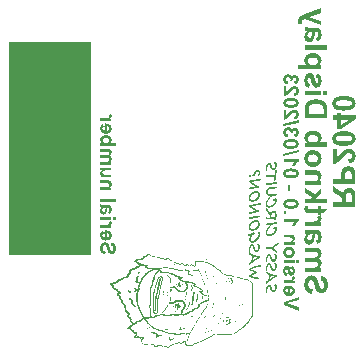
<source format=gbo>
G04*
G04 #@! TF.GenerationSoftware,Altium Limited,Altium Designer,23.1.1 (15)*
G04*
G04 Layer_Color=32896*
%FSLAX25Y25*%
%MOIN*%
G70*
G04*
G04 #@! TF.SameCoordinates,F6A7181F-DDE4-4A95-89CB-3D27ECFAE574*
G04*
G04*
G04 #@! TF.FilePolarity,Positive*
G04*
G01*
G75*
G36*
X-29528Y-34449D02*
X-57087D01*
Y36417D01*
X-29528D01*
Y-34449D01*
D02*
G37*
G36*
X-10266Y-34294D02*
X-10138D01*
Y-34358D01*
X-10074D01*
Y-34422D01*
X-10010D01*
Y-34486D01*
X-9946D01*
Y-34550D01*
X-9754D01*
Y-34614D01*
X-9626D01*
Y-34678D01*
X-9562D01*
Y-34742D01*
X-9498D01*
Y-34806D01*
X-9306D01*
Y-34870D01*
X-8986D01*
Y-34934D01*
X-8922D01*
Y-34997D01*
X-8794D01*
Y-35061D01*
X-8410D01*
Y-35125D01*
X-7579D01*
Y-35190D01*
X-7451D01*
Y-35253D01*
X-7387D01*
Y-35317D01*
X-7195D01*
Y-35381D01*
X-7003D01*
Y-35445D01*
X-6811D01*
Y-35509D01*
X-6043D01*
Y-35573D01*
X-5915D01*
Y-35637D01*
X-5276D01*
Y-35701D01*
X-5212D01*
Y-35765D01*
X-5148D01*
Y-35893D01*
X-5084D01*
Y-35957D01*
X-5020D01*
Y-36021D01*
X-4892D01*
Y-36085D01*
X-4700D01*
Y-36021D01*
X-4636D01*
Y-35893D01*
X-4572D01*
Y-35765D01*
X-4508D01*
Y-35637D01*
X-4444D01*
Y-35573D01*
X-4380D01*
Y-35509D01*
X-3996D01*
Y-35573D01*
X-3868D01*
Y-35637D01*
X-3804D01*
Y-35765D01*
X-3676D01*
Y-35829D01*
X-3484D01*
Y-35893D01*
X-3420D01*
Y-35957D01*
X-3292D01*
Y-36021D01*
X-3228D01*
Y-36085D01*
X-3164D01*
Y-36149D01*
X-3100D01*
Y-36213D01*
X-3036D01*
Y-36277D01*
X-2844D01*
Y-36341D01*
X-2716D01*
Y-36405D01*
X-2653D01*
Y-36469D01*
X-2269D01*
Y-36405D01*
X-2205D01*
Y-36469D01*
X-2013D01*
Y-36533D01*
X-1949D01*
Y-36597D01*
X-1885D01*
Y-36789D01*
X-1821D01*
Y-36917D01*
X-1693D01*
Y-36981D01*
X-1501D01*
Y-37045D01*
X-1437D01*
Y-37109D01*
X-1373D01*
Y-37173D01*
X-1245D01*
Y-37237D01*
X-1053D01*
Y-37301D01*
X-989D01*
Y-37365D01*
X-925D01*
Y-37429D01*
X-477D01*
Y-37493D01*
X-349D01*
Y-37557D01*
X-222D01*
Y-37621D01*
X-158D01*
Y-37685D01*
X98D01*
Y-37621D01*
X162D01*
Y-37493D01*
X226D01*
Y-37429D01*
X354D01*
Y-37365D01*
X418D01*
Y-37301D01*
X482D01*
Y-37237D01*
X738D01*
Y-37301D01*
X802D01*
Y-37365D01*
X930D01*
Y-37429D01*
X994D01*
Y-37493D01*
X1058D01*
Y-37557D01*
X1122D01*
Y-37621D01*
X1186D01*
Y-37685D01*
X1314D01*
Y-37749D01*
X1506D01*
Y-37813D01*
X1570D01*
Y-37876D01*
X1698D01*
Y-37940D01*
X2018D01*
Y-37876D01*
X2082D01*
Y-37813D01*
X2146D01*
Y-37749D01*
X2274D01*
Y-37685D01*
X2466D01*
Y-37749D01*
X2657D01*
Y-37813D01*
X2722D01*
Y-37876D01*
X2849D01*
Y-37940D01*
X3041D01*
Y-38004D01*
X3105D01*
Y-38068D01*
X3169D01*
Y-38132D01*
X3297D01*
Y-38068D01*
X3425D01*
Y-37940D01*
X3489D01*
Y-37876D01*
X3553D01*
Y-37813D01*
X3617D01*
Y-37749D01*
X3745D01*
Y-37685D01*
X4065D01*
Y-37749D01*
X4129D01*
Y-37813D01*
X4193D01*
Y-37876D01*
X4321D01*
Y-37940D01*
X4577D01*
Y-38004D01*
X4641D01*
Y-38068D01*
X4705D01*
Y-38132D01*
X4769D01*
Y-38196D01*
X4961D01*
Y-36917D01*
X5025D01*
Y-36853D01*
X5089D01*
Y-36789D01*
X5153D01*
Y-36725D01*
X5217D01*
Y-36661D01*
X5280D01*
Y-36597D01*
X5345D01*
Y-36533D01*
X5536D01*
Y-36469D01*
X5728D01*
Y-36533D01*
X6624D01*
Y-36597D01*
X6752D01*
Y-36661D01*
X6880D01*
Y-36725D01*
X8095D01*
Y-36789D01*
X8351D01*
Y-36853D01*
X8479D01*
Y-36917D01*
X8735D01*
Y-36981D01*
X9055D01*
Y-37045D01*
X9119D01*
Y-37109D01*
X9247D01*
Y-37173D01*
X9503D01*
Y-37237D01*
X9695D01*
Y-37301D01*
X9759D01*
Y-37365D01*
X9887D01*
Y-37429D01*
X10079D01*
Y-37493D01*
X10143D01*
Y-37557D01*
X10271D01*
Y-37621D01*
X10399D01*
Y-37685D01*
X10527D01*
Y-37749D01*
X10655D01*
Y-37813D01*
X10718D01*
Y-37876D01*
X10910D01*
Y-37940D01*
X11102D01*
Y-38004D01*
X11166D01*
Y-38068D01*
X11230D01*
Y-38132D01*
X11294D01*
Y-38196D01*
X11358D01*
Y-38260D01*
X11422D01*
Y-38324D01*
X11486D01*
Y-38388D01*
X11614D01*
Y-38452D01*
X11678D01*
Y-38516D01*
X11742D01*
Y-38580D01*
X11806D01*
Y-38644D01*
X11870D01*
Y-38708D01*
X11934D01*
Y-38772D01*
X11998D01*
Y-38836D01*
X12062D01*
Y-38964D01*
X12126D01*
Y-39028D01*
X12190D01*
Y-39092D01*
X12382D01*
Y-39156D01*
X12574D01*
Y-39220D01*
X12638D01*
Y-39284D01*
X12702D01*
Y-39348D01*
X12830D01*
Y-39412D01*
X12958D01*
Y-39476D01*
X13022D01*
Y-39540D01*
X13150D01*
Y-39604D01*
X13341D01*
Y-39668D01*
X13469D01*
Y-39732D01*
X13533D01*
Y-39796D01*
X13597D01*
Y-39860D01*
X13661D01*
Y-39924D01*
X13725D01*
Y-39988D01*
X13789D01*
Y-40052D01*
X13853D01*
Y-40116D01*
X13917D01*
Y-40244D01*
X13981D01*
Y-40308D01*
X14045D01*
Y-40372D01*
X14109D01*
Y-40435D01*
X14173D01*
Y-40499D01*
X14237D01*
Y-40563D01*
X14365D01*
Y-40691D01*
X14429D01*
Y-40755D01*
X14493D01*
Y-40819D01*
X14749D01*
Y-40883D01*
X14877D01*
Y-40947D01*
X15005D01*
Y-41011D01*
X15133D01*
Y-41075D01*
X15325D01*
Y-41139D01*
X15453D01*
Y-41203D01*
X15581D01*
Y-41267D01*
X16860D01*
Y-41331D01*
X17372D01*
Y-41395D01*
X17500D01*
Y-41459D01*
X17628D01*
Y-41523D01*
X17884D01*
Y-41587D01*
X17948D01*
Y-41651D01*
X18012D01*
Y-41715D01*
X18140D01*
Y-41779D01*
X18779D01*
Y-41843D01*
X19163D01*
Y-41907D01*
X19355D01*
Y-41971D01*
X19611D01*
Y-42035D01*
X19867D01*
Y-42099D01*
X19995D01*
Y-42163D01*
X20187D01*
Y-42227D01*
X20443D01*
Y-42291D01*
X20635D01*
Y-42355D01*
X20827D01*
Y-42419D01*
X21019D01*
Y-42483D01*
X21658D01*
Y-42547D01*
X21850D01*
Y-42611D01*
X21914D01*
Y-42675D01*
X22042D01*
Y-42739D01*
X22618D01*
Y-42803D01*
X22746D01*
Y-42867D01*
X22874D01*
Y-42931D01*
X22938D01*
Y-42995D01*
X23002D01*
Y-43059D01*
X23066D01*
Y-43123D01*
X23194D01*
Y-43187D01*
X23322D01*
Y-43251D01*
X23450D01*
Y-43314D01*
X23514D01*
Y-43378D01*
X23578D01*
Y-43442D01*
X23642D01*
Y-43506D01*
X23706D01*
Y-43570D01*
X23770D01*
Y-43634D01*
X23834D01*
Y-43698D01*
X23898D01*
Y-43762D01*
X23962D01*
Y-43826D01*
X24026D01*
Y-43890D01*
X24090D01*
Y-43954D01*
X24153D01*
Y-44018D01*
X24217D01*
Y-44082D01*
X24282D01*
Y-44338D01*
X24409D01*
Y-54830D01*
X24282D01*
Y-55022D01*
X24217D01*
Y-55150D01*
X24153D01*
Y-55214D01*
X24090D01*
Y-55278D01*
X24026D01*
Y-55342D01*
X23962D01*
Y-55406D01*
X23898D01*
Y-55534D01*
X23834D01*
Y-55662D01*
X23770D01*
Y-55790D01*
X23706D01*
Y-55854D01*
X23642D01*
Y-55918D01*
X23578D01*
Y-55982D01*
X23514D01*
Y-56110D01*
X23450D01*
Y-56174D01*
X23386D01*
Y-56302D01*
X23322D01*
Y-56430D01*
X23258D01*
Y-56494D01*
X23194D01*
Y-56558D01*
X23130D01*
Y-56622D01*
X23066D01*
Y-56877D01*
X23002D01*
Y-56941D01*
X22938D01*
Y-57005D01*
X22874D01*
Y-57133D01*
X22810D01*
Y-57197D01*
X22746D01*
Y-57261D01*
X22682D01*
Y-57325D01*
X22618D01*
Y-57389D01*
X22554D01*
Y-57453D01*
X22490D01*
Y-57517D01*
X22426D01*
Y-57581D01*
X22362D01*
Y-57645D01*
X22298D01*
Y-57709D01*
X22234D01*
Y-57773D01*
X22170D01*
Y-57837D01*
X22106D01*
Y-57901D01*
X22042D01*
Y-58029D01*
X21978D01*
Y-58093D01*
X21914D01*
Y-58157D01*
X21850D01*
Y-58221D01*
X21722D01*
Y-58285D01*
X21658D01*
Y-58349D01*
X21595D01*
Y-58477D01*
X21466D01*
Y-58541D01*
X21403D01*
Y-58605D01*
X21339D01*
Y-58669D01*
X21275D01*
Y-58733D01*
X21211D01*
Y-58797D01*
X21147D01*
Y-58861D01*
X21083D01*
Y-58925D01*
X21019D01*
Y-58989D01*
X20891D01*
Y-59053D01*
X20827D01*
Y-59117D01*
X20763D01*
Y-59181D01*
X20571D01*
Y-59245D01*
X20443D01*
Y-59309D01*
X20379D01*
Y-59373D01*
X20315D01*
Y-59437D01*
X20187D01*
Y-59500D01*
X20123D01*
Y-59565D01*
X20059D01*
Y-59628D01*
X19931D01*
Y-59692D01*
X19867D01*
Y-59756D01*
X19803D01*
Y-59820D01*
X19739D01*
Y-59884D01*
X19547D01*
Y-59948D01*
X19419D01*
Y-60012D01*
X19355D01*
Y-60076D01*
X19291D01*
Y-60140D01*
X19227D01*
Y-60268D01*
X19163D01*
Y-60332D01*
X19099D01*
Y-60396D01*
X18971D01*
Y-60460D01*
X18844D01*
Y-60524D01*
X18715D01*
Y-60588D01*
X18524D01*
Y-60652D01*
X18460D01*
Y-60716D01*
X18396D01*
Y-60780D01*
X18332D01*
Y-60844D01*
X18268D01*
Y-60908D01*
X18204D01*
Y-60972D01*
X18076D01*
Y-61036D01*
X17948D01*
Y-61100D01*
X17308D01*
Y-61164D01*
X17244D01*
Y-61228D01*
X17116D01*
Y-61292D01*
X15837D01*
Y-61228D01*
X15645D01*
Y-61292D01*
X15517D01*
Y-61228D01*
X15389D01*
Y-61292D01*
X13469D01*
Y-61228D01*
X13150D01*
Y-61292D01*
X12766D01*
Y-61228D01*
X12574D01*
Y-61164D01*
X12382D01*
Y-61100D01*
X11550D01*
Y-61164D01*
X11486D01*
Y-61228D01*
X11422D01*
Y-61292D01*
X11294D01*
Y-61356D01*
X11166D01*
Y-61420D01*
X11102D01*
Y-61484D01*
X11038D01*
Y-61548D01*
X10910D01*
Y-61612D01*
X10718D01*
Y-61676D01*
X10655D01*
Y-61740D01*
X10527D01*
Y-61804D01*
X10463D01*
Y-61868D01*
X10335D01*
Y-61932D01*
X10207D01*
Y-61996D01*
X10143D01*
Y-62059D01*
X9951D01*
Y-62124D01*
X9823D01*
Y-62187D01*
X9759D01*
Y-62252D01*
X9695D01*
Y-62315D01*
X9503D01*
Y-62379D01*
X9375D01*
Y-62443D01*
X9247D01*
Y-62507D01*
X9055D01*
Y-62571D01*
X8927D01*
Y-62635D01*
X8863D01*
Y-62699D01*
X8799D01*
Y-62763D01*
X8735D01*
Y-62827D01*
X8607D01*
Y-62891D01*
X8543D01*
Y-62955D01*
X8479D01*
Y-63019D01*
X8287D01*
Y-63083D01*
X8159D01*
Y-63147D01*
X8095D01*
Y-63211D01*
X8032D01*
Y-63275D01*
X7648D01*
Y-63339D01*
X7456D01*
Y-63403D01*
X7328D01*
Y-63467D01*
X7264D01*
Y-63531D01*
X7136D01*
Y-63595D01*
X7008D01*
Y-63659D01*
X6880D01*
Y-63723D01*
X6304D01*
Y-63787D01*
X6112D01*
Y-63851D01*
X6048D01*
Y-63915D01*
X5920D01*
Y-63979D01*
X5664D01*
Y-64043D01*
X5536D01*
Y-64171D01*
X5472D01*
Y-64235D01*
X5217D01*
Y-64299D01*
X5025D01*
Y-64363D01*
X4833D01*
Y-64427D01*
X4641D01*
Y-64491D01*
X4513D01*
Y-64555D01*
X4449D01*
Y-64619D01*
X4385D01*
Y-64683D01*
X4321D01*
Y-64747D01*
X4257D01*
Y-64811D01*
X4129D01*
Y-64875D01*
X4001D01*
Y-64938D01*
X2785D01*
Y-65003D01*
X2402D01*
Y-64938D01*
X2274D01*
Y-64875D01*
X2146D01*
Y-64811D01*
X2082D01*
Y-64747D01*
X2018D01*
Y-64683D01*
X1954D01*
Y-64619D01*
X1890D01*
Y-64555D01*
X1826D01*
Y-64235D01*
X1762D01*
Y-63851D01*
X1698D01*
Y-63787D01*
X1634D01*
Y-63723D01*
X1378D01*
Y-63787D01*
X1250D01*
Y-63851D01*
X1186D01*
Y-63915D01*
X1122D01*
Y-63979D01*
X930D01*
Y-64043D01*
X866D01*
Y-64107D01*
X802D01*
Y-64171D01*
X738D01*
Y-64235D01*
X610D01*
Y-64299D01*
X482D01*
Y-64363D01*
X98D01*
Y-64299D01*
X-30D01*
Y-64235D01*
X-94D01*
Y-64107D01*
X-158D01*
Y-64043D01*
X-222D01*
Y-63979D01*
X-605D01*
Y-64043D01*
X-669D01*
Y-64107D01*
X-733D01*
Y-64171D01*
X-797D01*
Y-64235D01*
X-1117D01*
Y-64299D01*
X-1373D01*
Y-64363D01*
X-1501D01*
Y-64427D01*
X-1885D01*
Y-64491D01*
X-2077D01*
Y-64555D01*
X-2141D01*
Y-64619D01*
X-2205D01*
Y-64683D01*
X-2461D01*
Y-64747D01*
X-2653D01*
Y-64811D01*
X-2781D01*
Y-64875D01*
X-2908D01*
Y-64938D01*
X-3036D01*
Y-65003D01*
X-3100D01*
Y-65066D01*
X-3164D01*
Y-65130D01*
X-3292D01*
Y-65194D01*
X-3356D01*
Y-65258D01*
X-3420D01*
Y-65322D01*
X-3484D01*
Y-65386D01*
X-3612D01*
Y-65450D01*
X-4252D01*
Y-65386D01*
X-4444D01*
Y-65322D01*
X-4508D01*
Y-65258D01*
X-4636D01*
Y-65194D01*
X-5020D01*
Y-65258D01*
X-5148D01*
Y-65322D01*
X-5212D01*
Y-65386D01*
X-5723D01*
Y-65322D01*
X-5787D01*
Y-65258D01*
X-5851D01*
Y-65194D01*
X-5915D01*
Y-65130D01*
X-5979D01*
Y-65066D01*
X-6043D01*
Y-64938D01*
X-6107D01*
Y-64875D01*
X-6235D01*
Y-64811D01*
X-6299D01*
Y-64875D01*
X-6555D01*
Y-64938D01*
X-7259D01*
Y-65003D01*
X-7387D01*
Y-65066D01*
X-7451D01*
Y-65130D01*
X-7643D01*
Y-65194D01*
X-8091D01*
Y-65258D01*
X-8155D01*
Y-65322D01*
X-8282D01*
Y-65386D01*
X-8410D01*
Y-65322D01*
X-8538D01*
Y-65258D01*
X-8666D01*
Y-65130D01*
X-8730D01*
Y-64811D01*
X-8794D01*
Y-64747D01*
X-8858D01*
Y-64683D01*
X-8922D01*
Y-64619D01*
X-9178D01*
Y-64555D01*
X-9562D01*
Y-64491D01*
X-9690D01*
Y-64427D01*
X-10586D01*
Y-64491D01*
X-10714D01*
Y-64555D01*
X-10778D01*
Y-64619D01*
X-10842D01*
Y-64683D01*
X-11673D01*
Y-64619D01*
X-11737D01*
Y-64555D01*
X-11801D01*
Y-64491D01*
X-11929D01*
Y-64427D01*
X-12505D01*
Y-64363D01*
X-12569D01*
Y-64299D01*
X-12633D01*
Y-64235D01*
X-12697D01*
Y-64171D01*
X-12761D01*
Y-64043D01*
X-12825D01*
Y-63851D01*
X-12761D01*
Y-63595D01*
X-12825D01*
Y-63467D01*
X-12889D01*
Y-63403D01*
X-12953D01*
Y-63339D01*
X-13017D01*
Y-63275D01*
X-13081D01*
Y-62891D01*
X-13017D01*
Y-62827D01*
X-12953D01*
Y-62763D01*
X-12889D01*
Y-62699D01*
X-12761D01*
Y-62635D01*
X-12633D01*
Y-62571D01*
X-12569D01*
Y-62379D01*
X-12761D01*
Y-62443D01*
X-12889D01*
Y-62507D01*
X-13465D01*
Y-62443D01*
X-13592D01*
Y-62379D01*
X-13656D01*
Y-62315D01*
X-14680D01*
Y-62379D01*
X-14808D01*
Y-62443D01*
X-15064D01*
Y-62379D01*
X-15192D01*
Y-62315D01*
X-15320D01*
Y-62252D01*
X-15384D01*
Y-62124D01*
X-15448D01*
Y-61932D01*
X-15384D01*
Y-61804D01*
X-15320D01*
Y-61740D01*
X-15256D01*
Y-61612D01*
X-15192D01*
Y-61484D01*
X-15128D01*
Y-61420D01*
X-15064D01*
Y-61356D01*
X-15000D01*
Y-61292D01*
X-14936D01*
Y-61164D01*
X-14808D01*
Y-61100D01*
X-14744D01*
Y-60908D01*
X-14808D01*
Y-60844D01*
X-14936D01*
Y-60780D01*
X-15320D01*
Y-60716D01*
X-15448D01*
Y-60652D01*
X-15576D01*
Y-60588D01*
X-15640D01*
Y-60524D01*
X-15704D01*
Y-60396D01*
X-15768D01*
Y-60332D01*
X-15832D01*
Y-60268D01*
X-15896D01*
Y-60204D01*
X-15960D01*
Y-60140D01*
X-16088D01*
Y-60076D01*
X-16152D01*
Y-60012D01*
X-16216D01*
Y-59948D01*
X-16280D01*
Y-59884D01*
X-16343D01*
Y-59820D01*
X-16408D01*
Y-59692D01*
X-16472D01*
Y-59565D01*
X-16535D01*
Y-59500D01*
X-16599D01*
Y-59437D01*
X-17175D01*
Y-59373D01*
X-17367D01*
Y-59309D01*
X-17431D01*
Y-59181D01*
X-17495D01*
Y-58925D01*
X-17431D01*
Y-58861D01*
X-17367D01*
Y-58733D01*
X-17239D01*
Y-58669D01*
X-17175D01*
Y-58605D01*
X-17047D01*
Y-58541D01*
X-16919D01*
Y-58477D01*
X-16855D01*
Y-58413D01*
X-16791D01*
Y-58349D01*
X-16727D01*
Y-58285D01*
X-16663D01*
Y-58221D01*
X-16599D01*
Y-58157D01*
X-16535D01*
Y-58093D01*
X-16408D01*
Y-58029D01*
X-16343D01*
Y-57965D01*
X-16280D01*
Y-57901D01*
X-16216D01*
Y-57837D01*
X-16088D01*
Y-57773D01*
X-15960D01*
Y-57645D01*
X-15896D01*
Y-57517D01*
X-15960D01*
Y-57453D01*
X-16088D01*
Y-57389D01*
X-16152D01*
Y-57325D01*
X-16216D01*
Y-57261D01*
X-16280D01*
Y-57197D01*
X-16343D01*
Y-57133D01*
X-16408D01*
Y-57069D01*
X-16472D01*
Y-57005D01*
X-16535D01*
Y-56941D01*
X-16599D01*
Y-56877D01*
X-16663D01*
Y-56686D01*
X-16727D01*
Y-56366D01*
X-16663D01*
Y-56046D01*
X-16727D01*
Y-55982D01*
X-16791D01*
Y-55918D01*
X-16855D01*
Y-55854D01*
X-16919D01*
Y-55790D01*
X-16983D01*
Y-55726D01*
X-17047D01*
Y-55662D01*
X-17111D01*
Y-55598D01*
X-17175D01*
Y-55534D01*
X-17239D01*
Y-55470D01*
X-17303D01*
Y-55406D01*
X-17367D01*
Y-55278D01*
X-17431D01*
Y-55150D01*
X-17495D01*
Y-54766D01*
X-17431D01*
Y-54638D01*
X-17367D01*
Y-54382D01*
X-17303D01*
Y-54318D01*
X-17367D01*
Y-54190D01*
X-17431D01*
Y-54127D01*
X-17559D01*
Y-54062D01*
X-17687D01*
Y-53999D01*
X-17751D01*
Y-53935D01*
X-17815D01*
Y-53871D01*
X-17879D01*
Y-53807D01*
X-17943D01*
Y-53743D01*
X-18007D01*
Y-53679D01*
X-18071D01*
Y-53615D01*
X-18135D01*
Y-53487D01*
X-18199D01*
Y-53423D01*
X-18263D01*
Y-53359D01*
X-18327D01*
Y-52463D01*
X-18391D01*
Y-52399D01*
X-18455D01*
Y-52335D01*
X-18519D01*
Y-52143D01*
X-18583D01*
Y-52015D01*
X-18647D01*
Y-51887D01*
X-18711D01*
Y-51823D01*
X-18775D01*
Y-51439D01*
X-18839D01*
Y-51184D01*
X-18903D01*
Y-51120D01*
X-18967D01*
Y-51056D01*
X-19030D01*
Y-50992D01*
X-19094D01*
Y-50928D01*
X-19159D01*
Y-50864D01*
X-19222D01*
Y-50800D01*
X-19286D01*
Y-50736D01*
X-19350D01*
Y-50672D01*
X-19414D01*
Y-50608D01*
X-19478D01*
Y-50544D01*
X-19542D01*
Y-50480D01*
X-19606D01*
Y-49904D01*
X-19670D01*
Y-49840D01*
X-19734D01*
Y-49776D01*
X-19798D01*
Y-49712D01*
X-19862D01*
Y-49648D01*
X-19926D01*
Y-49584D01*
X-19990D01*
Y-49520D01*
X-20054D01*
Y-49456D01*
X-20118D01*
Y-49392D01*
X-20182D01*
Y-49328D01*
X-20246D01*
Y-48625D01*
X-20310D01*
Y-48497D01*
X-20374D01*
Y-48433D01*
X-20438D01*
Y-48369D01*
X-20566D01*
Y-48305D01*
X-20630D01*
Y-48241D01*
X-20694D01*
Y-48177D01*
X-20758D01*
Y-48113D01*
X-20822D01*
Y-48049D01*
X-20886D01*
Y-47985D01*
X-20950D01*
Y-47921D01*
X-21014D01*
Y-47857D01*
X-21078D01*
Y-47793D01*
X-21142D01*
Y-47345D01*
X-21014D01*
Y-47281D01*
X-20822D01*
Y-47217D01*
X-20694D01*
Y-47153D01*
X-20630D01*
Y-47089D01*
X-20694D01*
Y-47025D01*
X-20758D01*
Y-46961D01*
X-20822D01*
Y-46897D01*
X-20886D01*
Y-46833D01*
X-20950D01*
Y-46769D01*
X-21014D01*
Y-46705D01*
X-21078D01*
Y-46641D01*
X-21142D01*
Y-46513D01*
X-21206D01*
Y-46449D01*
X-21334D01*
Y-46385D01*
X-21398D01*
Y-46321D01*
X-21462D01*
Y-46257D01*
X-21590D01*
Y-46193D01*
X-21910D01*
Y-46129D01*
X-22037D01*
Y-46065D01*
X-22101D01*
Y-46001D01*
X-22165D01*
Y-45937D01*
X-22229D01*
Y-45873D01*
X-22293D01*
Y-45810D01*
X-22357D01*
Y-45746D01*
X-22421D01*
Y-45682D01*
X-22485D01*
Y-45618D01*
X-22549D01*
Y-45554D01*
X-22613D01*
Y-45426D01*
X-22677D01*
Y-44914D01*
X-22741D01*
Y-44850D01*
X-22869D01*
Y-44786D01*
X-22997D01*
Y-44722D01*
X-23061D01*
Y-44658D01*
X-23125D01*
Y-44594D01*
X-23189D01*
Y-44530D01*
X-23253D01*
Y-44466D01*
X-23317D01*
Y-44338D01*
X-23381D01*
Y-44210D01*
X-23317D01*
Y-44018D01*
X-23253D01*
Y-43954D01*
X-23189D01*
Y-43890D01*
X-22997D01*
Y-43826D01*
X-22229D01*
Y-43762D01*
X-22101D01*
Y-43698D01*
X-21526D01*
Y-43634D01*
X-21462D01*
Y-43570D01*
X-21398D01*
Y-43506D01*
X-21270D01*
Y-43442D01*
X-21206D01*
Y-43378D01*
X-21142D01*
Y-43314D01*
X-21078D01*
Y-43251D01*
X-21014D01*
Y-43187D01*
X-20950D01*
Y-43123D01*
X-20886D01*
Y-43059D01*
X-20822D01*
Y-42995D01*
X-20758D01*
Y-42931D01*
X-20694D01*
Y-42867D01*
X-20630D01*
Y-42803D01*
X-20502D01*
Y-42739D01*
X-20374D01*
Y-42675D01*
X-20310D01*
Y-42611D01*
X-20182D01*
Y-42547D01*
X-19926D01*
Y-42483D01*
X-19542D01*
Y-42419D01*
X-19478D01*
Y-42355D01*
X-19350D01*
Y-42291D01*
X-19286D01*
Y-42227D01*
X-19222D01*
Y-42163D01*
X-19094D01*
Y-42099D01*
X-19030D01*
Y-42035D01*
X-18839D01*
Y-41971D01*
X-18583D01*
Y-41907D01*
X-18455D01*
Y-41843D01*
X-18327D01*
Y-41779D01*
X-18135D01*
Y-41715D01*
X-17687D01*
Y-41651D01*
X-17623D01*
Y-41139D01*
X-17559D01*
Y-41075D01*
X-17495D01*
Y-41011D01*
X-17431D01*
Y-40947D01*
X-17367D01*
Y-40883D01*
X-17303D01*
Y-40819D01*
X-17175D01*
Y-40755D01*
X-17047D01*
Y-40691D01*
X-16983D01*
Y-40628D01*
X-16919D01*
Y-40308D01*
X-16983D01*
Y-40180D01*
X-16919D01*
Y-39860D01*
X-16855D01*
Y-39732D01*
X-16791D01*
Y-39668D01*
X-16727D01*
Y-39604D01*
X-16663D01*
Y-39540D01*
X-16599D01*
Y-39412D01*
X-16535D01*
Y-39348D01*
X-16408D01*
Y-39284D01*
X-16343D01*
Y-39220D01*
X-16216D01*
Y-39156D01*
X-16024D01*
Y-39092D01*
X-15896D01*
Y-39028D01*
X-15768D01*
Y-38964D01*
X-15576D01*
Y-38900D01*
X-15128D01*
Y-38836D01*
X-14936D01*
Y-38772D01*
X-14872D01*
Y-38708D01*
X-14744D01*
Y-38644D01*
X-14680D01*
Y-38516D01*
X-14552D01*
Y-38452D01*
X-14488D01*
Y-38388D01*
X-14424D01*
Y-38324D01*
X-14360D01*
Y-38260D01*
X-14232D01*
Y-38196D01*
X-13848D01*
Y-38132D01*
X-13784D01*
Y-38068D01*
X-13721D01*
Y-37876D01*
X-13784D01*
Y-37813D01*
X-13848D01*
Y-37749D01*
X-13912D01*
Y-37685D01*
X-13976D01*
Y-37621D01*
X-14104D01*
Y-37557D01*
X-14296D01*
Y-37493D01*
X-14360D01*
Y-37429D01*
X-14424D01*
Y-37365D01*
X-14552D01*
Y-37301D01*
X-14616D01*
Y-37237D01*
X-14680D01*
Y-37173D01*
X-14744D01*
Y-37109D01*
X-14872D01*
Y-37045D01*
X-15000D01*
Y-36981D01*
X-15064D01*
Y-36917D01*
X-15128D01*
Y-36853D01*
X-15192D01*
Y-36469D01*
X-15128D01*
Y-36341D01*
X-15064D01*
Y-36277D01*
X-15000D01*
Y-36213D01*
X-14872D01*
Y-36149D01*
X-14744D01*
Y-36085D01*
X-14552D01*
Y-36021D01*
X-14104D01*
Y-35957D01*
X-13592D01*
Y-35893D01*
X-13401D01*
Y-35829D01*
X-13145D01*
Y-35765D01*
X-12377D01*
Y-35701D01*
X-12313D01*
Y-35190D01*
X-12249D01*
Y-35125D01*
X-12185D01*
Y-35061D01*
X-11801D01*
Y-34997D01*
X-11737D01*
Y-35061D01*
X-11289D01*
Y-34997D01*
X-11225D01*
Y-34934D01*
X-11161D01*
Y-34678D01*
X-11097D01*
Y-34614D01*
X-11033D01*
Y-34550D01*
X-10970D01*
Y-34486D01*
X-10905D01*
Y-34422D01*
X-10842D01*
Y-34358D01*
X-10778D01*
Y-34294D01*
X-10714D01*
Y-34230D01*
X-10266D01*
Y-34294D01*
D02*
G37*
G36*
X8863Y-36085D02*
Y-36149D01*
X8799D01*
Y-36021D01*
X8863D01*
Y-36085D01*
D02*
G37*
G36*
X47078Y46087D02*
X43181Y44802D01*
X47078Y43496D01*
Y41954D01*
X41581Y44034D01*
X41417Y43982D01*
X41273Y43922D01*
X41141Y43857D01*
X41030Y43798D01*
X40944Y43745D01*
X40879Y43699D01*
X40839Y43673D01*
X40833Y43660D01*
X40826D01*
X40774Y43614D01*
X40728Y43562D01*
X40649Y43444D01*
X40597Y43319D01*
X40564Y43194D01*
X40538Y43083D01*
X40531Y43037D01*
Y42998D01*
X40525Y42958D01*
Y42912D01*
X40531Y42807D01*
X40538Y42702D01*
X40551Y42597D01*
X40564Y42505D01*
X40577Y42420D01*
X40584Y42361D01*
X40590Y42335D01*
X40597Y42315D01*
Y42302D01*
X39462Y42433D01*
X39429Y42584D01*
X39409Y42729D01*
X39390Y42866D01*
X39383Y42991D01*
X39377Y43102D01*
X39370Y43142D01*
Y43253D01*
X39377Y43404D01*
X39383Y43542D01*
X39396Y43667D01*
X39416Y43772D01*
X39436Y43863D01*
X39449Y43929D01*
X39455Y43955D01*
Y43975D01*
X39462Y43982D01*
Y43988D01*
X39495Y44106D01*
X39534Y44211D01*
X39573Y44309D01*
X39613Y44388D01*
X39652Y44454D01*
X39678Y44500D01*
X39698Y44526D01*
X39705Y44539D01*
X39770Y44624D01*
X39836Y44697D01*
X39908Y44769D01*
X39974Y44828D01*
X40026Y44874D01*
X40079Y44906D01*
X40105Y44933D01*
X40118Y44939D01*
X40223Y45005D01*
X40334Y45070D01*
X40459Y45129D01*
X40577Y45182D01*
X40682Y45228D01*
X40728Y45254D01*
X40767Y45267D01*
X40800Y45280D01*
X40826Y45294D01*
X40839Y45300D01*
X40846D01*
X41797Y45654D01*
X47078Y47589D01*
Y46087D01*
D02*
G37*
G36*
X41738Y41462D02*
X41869Y41410D01*
X41994Y41364D01*
X42106Y41325D01*
X42191Y41298D01*
X42263Y41279D01*
X42289Y41272D01*
X42309D01*
X42316Y41266D01*
X42322D01*
X42394Y41253D01*
X42466Y41246D01*
X42637Y41226D01*
X42814Y41213D01*
X42985Y41207D01*
X43070D01*
X43142D01*
X43214Y41200D01*
X43273D01*
X43326D01*
X43359D01*
X43385D01*
X43391D01*
X45084Y41220D01*
X45254D01*
X45412Y41213D01*
X45556Y41200D01*
X45687Y41187D01*
X45805Y41174D01*
X45910Y41161D01*
X46002Y41141D01*
X46088Y41121D01*
X46160Y41102D01*
X46219Y41089D01*
X46271Y41069D01*
X46311Y41056D01*
X46343Y41043D01*
X46363Y41030D01*
X46376Y41023D01*
X46383D01*
X46448Y40984D01*
X46507Y40938D01*
X46625Y40833D01*
X46724Y40721D01*
X46809Y40610D01*
X46875Y40511D01*
X46901Y40465D01*
X46927Y40426D01*
X46940Y40393D01*
X46953Y40367D01*
X46967Y40354D01*
Y40347D01*
X47006Y40255D01*
X47045Y40150D01*
X47071Y40039D01*
X47098Y39921D01*
X47137Y39685D01*
X47170Y39449D01*
X47177Y39337D01*
X47183Y39239D01*
X47190Y39147D01*
Y39061D01*
X47196Y38996D01*
Y38904D01*
X47190Y38707D01*
X47177Y38530D01*
X47163Y38360D01*
X47137Y38202D01*
X47104Y38058D01*
X47071Y37927D01*
X47039Y37802D01*
X47006Y37697D01*
X46967Y37599D01*
X46934Y37520D01*
X46901Y37448D01*
X46868Y37395D01*
X46842Y37349D01*
X46829Y37317D01*
X46816Y37297D01*
X46809Y37290D01*
X46730Y37192D01*
X46652Y37100D01*
X46560Y37021D01*
X46468Y36943D01*
X46370Y36871D01*
X46271Y36811D01*
X46173Y36752D01*
X46081Y36707D01*
X45989Y36661D01*
X45904Y36628D01*
X45832Y36595D01*
X45766Y36569D01*
X45714Y36556D01*
X45668Y36542D01*
X45641Y36529D01*
X45635D01*
X45399Y37848D01*
X45530Y37900D01*
X45641Y37959D01*
X45733Y38019D01*
X45805Y38071D01*
X45864Y38123D01*
X45904Y38163D01*
X45924Y38189D01*
X45930Y38196D01*
X45983Y38281D01*
X46022Y38379D01*
X46048Y38484D01*
X46068Y38576D01*
X46081Y38668D01*
X46088Y38734D01*
Y38904D01*
X46081Y38996D01*
X46068Y39088D01*
X46061Y39167D01*
X46048Y39239D01*
X46029Y39298D01*
X46015Y39357D01*
X45996Y39409D01*
X45976Y39449D01*
X45963Y39488D01*
X45930Y39540D01*
X45910Y39573D01*
X45904Y39580D01*
X45825Y39652D01*
X45740Y39704D01*
X45641Y39737D01*
X45543Y39763D01*
X45451Y39777D01*
X45379Y39790D01*
X45353D01*
X45333D01*
X45320D01*
X45313D01*
X45169D01*
X45136Y39711D01*
X45103Y39619D01*
X45071Y39514D01*
X45038Y39403D01*
X44979Y39167D01*
X44926Y38937D01*
X44900Y38825D01*
X44881Y38720D01*
X44861Y38622D01*
X44841Y38537D01*
X44828Y38471D01*
X44815Y38419D01*
X44808Y38386D01*
Y38373D01*
X44782Y38235D01*
X44749Y38104D01*
X44723Y37986D01*
X44697Y37874D01*
X44664Y37769D01*
X44638Y37677D01*
X44611Y37592D01*
X44585Y37513D01*
X44559Y37441D01*
X44539Y37382D01*
X44520Y37336D01*
X44500Y37290D01*
X44487Y37258D01*
X44474Y37238D01*
X44467Y37225D01*
Y37218D01*
X44388Y37074D01*
X44303Y36949D01*
X44205Y36844D01*
X44120Y36759D01*
X44034Y36687D01*
X43969Y36634D01*
X43942Y36621D01*
X43923Y36608D01*
X43916Y36595D01*
X43910D01*
X43772Y36523D01*
X43628Y36470D01*
X43490Y36431D01*
X43365Y36405D01*
X43254Y36392D01*
X43208Y36385D01*
X43168D01*
X43135Y36378D01*
X43109D01*
X43096D01*
X43090D01*
X42958Y36385D01*
X42840Y36398D01*
X42722Y36424D01*
X42611Y36457D01*
X42512Y36490D01*
X42414Y36529D01*
X42329Y36575D01*
X42243Y36621D01*
X42171Y36667D01*
X42112Y36713D01*
X42060Y36752D01*
X42014Y36785D01*
X41974Y36818D01*
X41948Y36844D01*
X41935Y36857D01*
X41928Y36864D01*
X41850Y36962D01*
X41778Y37061D01*
X41719Y37166D01*
X41666Y37277D01*
X41620Y37389D01*
X41581Y37500D01*
X41548Y37605D01*
X41528Y37710D01*
X41509Y37809D01*
X41495Y37900D01*
X41482Y37986D01*
X41476Y38058D01*
X41469Y38117D01*
Y38196D01*
X41476Y38373D01*
X41495Y38543D01*
X41528Y38694D01*
X41561Y38832D01*
X41574Y38891D01*
X41587Y38943D01*
X41607Y38989D01*
X41620Y39029D01*
X41633Y39061D01*
X41640Y39081D01*
X41646Y39094D01*
Y39101D01*
X41725Y39258D01*
X41810Y39403D01*
X41902Y39540D01*
X41987Y39658D01*
X42066Y39757D01*
X42099Y39796D01*
X42132Y39829D01*
X42158Y39855D01*
X42178Y39875D01*
X42184Y39888D01*
X42191Y39895D01*
X42171Y39901D01*
X42145Y39914D01*
X42092Y39927D01*
X42066Y39934D01*
X42040Y39941D01*
X42027Y39947D01*
X42020D01*
X41922Y39980D01*
X41837Y40006D01*
X41765Y40032D01*
X41699Y40052D01*
X41653Y40065D01*
X41620Y40078D01*
X41600Y40091D01*
X41594D01*
Y41528D01*
X41738Y41462D01*
D02*
G37*
G36*
X49158Y33827D02*
X41594D01*
Y35276D01*
X49158D01*
Y33827D01*
D02*
G37*
G36*
X44605Y32672D02*
X44835Y32652D01*
X45051Y32620D01*
X45248Y32574D01*
X45438Y32521D01*
X45609Y32469D01*
X45759Y32410D01*
X45904Y32344D01*
X46029Y32285D01*
X46133Y32219D01*
X46225Y32167D01*
X46304Y32114D01*
X46363Y32068D01*
X46409Y32036D01*
X46435Y32016D01*
X46442Y32010D01*
X46573Y31878D01*
X46691Y31747D01*
X46789Y31609D01*
X46881Y31472D01*
X46953Y31334D01*
X47012Y31203D01*
X47065Y31071D01*
X47104Y30947D01*
X47131Y30829D01*
X47157Y30724D01*
X47177Y30625D01*
X47183Y30540D01*
X47190Y30474D01*
X47196Y30429D01*
Y30383D01*
X47183Y30186D01*
X47157Y29996D01*
X47117Y29825D01*
X47071Y29681D01*
X47045Y29615D01*
X47019Y29556D01*
X46999Y29510D01*
X46980Y29464D01*
X46967Y29431D01*
X46953Y29405D01*
X46940Y29392D01*
Y29386D01*
X46835Y29228D01*
X46730Y29084D01*
X46619Y28966D01*
X46507Y28867D01*
X46415Y28782D01*
X46337Y28723D01*
X46311Y28703D01*
X46291Y28690D01*
X46278Y28677D01*
X47078D01*
Y27326D01*
X39508D01*
Y28775D01*
X42263D01*
X42112Y28926D01*
X41987Y29071D01*
X41876Y29202D01*
X41791Y29313D01*
X41725Y29412D01*
X41705Y29451D01*
X41679Y29484D01*
X41666Y29510D01*
X41653Y29536D01*
X41646Y29543D01*
Y29550D01*
X41587Y29694D01*
X41541Y29832D01*
X41515Y29976D01*
X41489Y30101D01*
X41476Y30212D01*
Y30258D01*
X41469Y30297D01*
Y30376D01*
X41476Y30553D01*
X41502Y30724D01*
X41541Y30881D01*
X41587Y31032D01*
X41646Y31176D01*
X41712Y31314D01*
X41778Y31439D01*
X41850Y31550D01*
X41922Y31649D01*
X41987Y31741D01*
X42053Y31819D01*
X42112Y31885D01*
X42158Y31937D01*
X42197Y31970D01*
X42224Y31996D01*
X42230Y32003D01*
X42381Y32121D01*
X42538Y32226D01*
X42709Y32318D01*
X42886Y32397D01*
X43063Y32462D01*
X43240Y32515D01*
X43411Y32561D01*
X43582Y32593D01*
X43739Y32620D01*
X43890Y32646D01*
X44021Y32659D01*
X44139Y32666D01*
X44231Y32672D01*
X44270Y32679D01*
X44303D01*
X44329D01*
X44349D01*
X44356D01*
X44362D01*
X44605Y32672D01*
D02*
G37*
G36*
X43431Y26092D02*
X43549Y26079D01*
X43660Y26060D01*
X43765Y26027D01*
X43864Y25994D01*
X43949Y25955D01*
X44028Y25915D01*
X44100Y25869D01*
X44165Y25830D01*
X44225Y25784D01*
X44270Y25745D01*
X44310Y25712D01*
X44342Y25679D01*
X44362Y25659D01*
X44375Y25646D01*
X44382Y25640D01*
X44454Y25548D01*
X44520Y25436D01*
X44585Y25318D01*
X44644Y25194D01*
X44756Y24925D01*
X44848Y24656D01*
X44887Y24531D01*
X44920Y24413D01*
X44953Y24302D01*
X44979Y24210D01*
X44999Y24131D01*
X45012Y24072D01*
X45025Y24033D01*
Y24019D01*
X45071Y23816D01*
X45117Y23632D01*
X45162Y23468D01*
X45202Y23324D01*
X45235Y23193D01*
X45268Y23088D01*
X45300Y22996D01*
X45327Y22917D01*
X45353Y22852D01*
X45373Y22793D01*
X45392Y22753D01*
X45405Y22721D01*
X45418Y22701D01*
X45425Y22688D01*
X45432Y22675D01*
X45477Y22629D01*
X45517Y22589D01*
X45563Y22563D01*
X45602Y22550D01*
X45641Y22537D01*
X45668Y22530D01*
X45687D01*
X45694D01*
X45759Y22537D01*
X45818Y22557D01*
X45871Y22583D01*
X45910Y22616D01*
X45943Y22642D01*
X45969Y22668D01*
X45983Y22688D01*
X45989Y22694D01*
X46015Y22747D01*
X46042Y22799D01*
X46081Y22930D01*
X46114Y23062D01*
X46133Y23199D01*
X46147Y23324D01*
Y23377D01*
X46153Y23423D01*
Y23514D01*
X46147Y23672D01*
X46127Y23816D01*
X46094Y23934D01*
X46068Y24033D01*
X46035Y24111D01*
X46002Y24164D01*
X45983Y24196D01*
X45976Y24210D01*
X45904Y24295D01*
X45832Y24367D01*
X45746Y24426D01*
X45668Y24472D01*
X45602Y24511D01*
X45543Y24531D01*
X45504Y24544D01*
X45497Y24551D01*
X45491D01*
X45746Y25915D01*
X45878Y25869D01*
X45996Y25823D01*
X46114Y25764D01*
X46219Y25705D01*
X46317Y25646D01*
X46402Y25581D01*
X46481Y25522D01*
X46553Y25456D01*
X46619Y25397D01*
X46678Y25338D01*
X46724Y25286D01*
X46763Y25246D01*
X46789Y25207D01*
X46809Y25181D01*
X46822Y25161D01*
X46829Y25154D01*
X46894Y25043D01*
X46953Y24925D01*
X46999Y24800D01*
X47039Y24662D01*
X47104Y24387D01*
X47150Y24118D01*
X47163Y23993D01*
X47177Y23875D01*
X47183Y23764D01*
X47190Y23672D01*
X47196Y23593D01*
Y23488D01*
X47190Y23272D01*
X47177Y23075D01*
X47150Y22891D01*
X47117Y22721D01*
X47085Y22563D01*
X47045Y22419D01*
X46999Y22288D01*
X46953Y22176D01*
X46907Y22071D01*
X46862Y21986D01*
X46822Y21907D01*
X46789Y21848D01*
X46757Y21802D01*
X46730Y21769D01*
X46717Y21750D01*
X46711Y21743D01*
X46619Y21645D01*
X46521Y21559D01*
X46422Y21487D01*
X46317Y21422D01*
X46219Y21369D01*
X46120Y21323D01*
X46022Y21284D01*
X45930Y21258D01*
X45845Y21231D01*
X45759Y21218D01*
X45694Y21205D01*
X45628Y21192D01*
X45582D01*
X45543Y21185D01*
X45517D01*
X45510D01*
X45366Y21192D01*
X45235Y21212D01*
X45103Y21245D01*
X44985Y21284D01*
X44874Y21336D01*
X44776Y21389D01*
X44684Y21448D01*
X44598Y21507D01*
X44526Y21566D01*
X44461Y21625D01*
X44402Y21678D01*
X44362Y21730D01*
X44323Y21769D01*
X44297Y21802D01*
X44284Y21822D01*
X44277Y21828D01*
X44251Y21874D01*
X44218Y21933D01*
X44159Y22058D01*
X44093Y22209D01*
X44034Y22373D01*
X43975Y22557D01*
X43916Y22740D01*
X43811Y23121D01*
X43759Y23298D01*
X43713Y23475D01*
X43673Y23632D01*
X43641Y23770D01*
X43628Y23836D01*
X43614Y23888D01*
X43601Y23934D01*
X43595Y23974D01*
X43588Y24006D01*
X43582Y24033D01*
X43575Y24046D01*
Y24052D01*
X43542Y24183D01*
X43509Y24288D01*
X43477Y24367D01*
X43444Y24433D01*
X43424Y24485D01*
X43404Y24511D01*
X43391Y24531D01*
X43385Y24538D01*
X43339Y24570D01*
X43293Y24597D01*
X43247Y24616D01*
X43208Y24630D01*
X43168Y24636D01*
X43135Y24643D01*
X43116D01*
X43109D01*
X43024Y24636D01*
X42945Y24610D01*
X42880Y24584D01*
X42827Y24544D01*
X42781Y24511D01*
X42748Y24479D01*
X42729Y24452D01*
X42722Y24446D01*
X42657Y24328D01*
X42604Y24196D01*
X42571Y24059D01*
X42545Y23921D01*
X42532Y23796D01*
X42525Y23744D01*
Y23698D01*
X42519Y23659D01*
Y23606D01*
X42525Y23423D01*
X42552Y23265D01*
X42584Y23127D01*
X42630Y23016D01*
X42670Y22930D01*
X42703Y22865D01*
X42729Y22826D01*
X42735Y22819D01*
Y22812D01*
X42827Y22714D01*
X42926Y22635D01*
X43037Y22570D01*
X43135Y22517D01*
X43234Y22484D01*
X43306Y22458D01*
X43339Y22452D01*
X43359Y22445D01*
X43372Y22438D01*
X43378D01*
X43155Y20982D01*
X43011Y21022D01*
X42880Y21074D01*
X42748Y21133D01*
X42630Y21199D01*
X42525Y21264D01*
X42421Y21336D01*
X42329Y21408D01*
X42243Y21481D01*
X42171Y21546D01*
X42106Y21612D01*
X42053Y21671D01*
X42007Y21723D01*
X41968Y21769D01*
X41942Y21802D01*
X41928Y21822D01*
X41922Y21828D01*
X41843Y21960D01*
X41771Y22091D01*
X41712Y22235D01*
X41660Y22386D01*
X41614Y22530D01*
X41581Y22681D01*
X41548Y22826D01*
X41528Y22963D01*
X41509Y23095D01*
X41495Y23219D01*
X41482Y23324D01*
X41476Y23423D01*
X41469Y23501D01*
Y23606D01*
X41476Y23829D01*
X41495Y24039D01*
X41522Y24236D01*
X41555Y24420D01*
X41594Y24584D01*
X41640Y24741D01*
X41686Y24879D01*
X41738Y25003D01*
X41791Y25108D01*
X41837Y25207D01*
X41883Y25286D01*
X41922Y25351D01*
X41955Y25404D01*
X41987Y25443D01*
X42001Y25463D01*
X42007Y25469D01*
X42112Y25581D01*
X42217Y25679D01*
X42329Y25764D01*
X42440Y25837D01*
X42552Y25896D01*
X42657Y25948D01*
X42762Y25987D01*
X42860Y26020D01*
X42952Y26046D01*
X43037Y26066D01*
X43116Y26079D01*
X43181Y26092D01*
X43234D01*
X43273Y26099D01*
X43299D01*
X43306D01*
X43431Y26092D01*
D02*
G37*
G36*
X49158Y18555D02*
X47813D01*
Y20005D01*
X49158D01*
Y18555D01*
D02*
G37*
G36*
X47078D02*
X41594D01*
Y20005D01*
X47078D01*
Y18555D01*
D02*
G37*
G36*
X55046Y18443D02*
X55230Y18430D01*
X55407Y18417D01*
X55577Y18404D01*
X55741Y18384D01*
X55899Y18358D01*
X56050Y18332D01*
X56194Y18306D01*
X56325Y18279D01*
X56456Y18247D01*
X56581Y18214D01*
X56804Y18148D01*
X57007Y18083D01*
X57184Y18011D01*
X57335Y17945D01*
X57460Y17879D01*
X57565Y17827D01*
X57644Y17774D01*
X57696Y17741D01*
X57729Y17715D01*
X57742Y17709D01*
X57880Y17591D01*
X58004Y17459D01*
X58109Y17322D01*
X58195Y17177D01*
X58273Y17040D01*
X58339Y16895D01*
X58391Y16751D01*
X58431Y16620D01*
X58464Y16489D01*
X58490Y16371D01*
X58503Y16265D01*
X58516Y16174D01*
X58523Y16095D01*
X58529Y16036D01*
Y15990D01*
X58523Y15787D01*
X58496Y15603D01*
X58457Y15426D01*
X58405Y15255D01*
X58346Y15104D01*
X58280Y14967D01*
X58214Y14835D01*
X58142Y14724D01*
X58064Y14619D01*
X57998Y14527D01*
X57932Y14455D01*
X57873Y14389D01*
X57821Y14343D01*
X57781Y14304D01*
X57755Y14284D01*
X57749Y14278D01*
X57657Y14212D01*
X57558Y14147D01*
X57348Y14035D01*
X57119Y13937D01*
X56870Y13851D01*
X56620Y13779D01*
X56364Y13720D01*
X56109Y13668D01*
X55859Y13628D01*
X55623Y13596D01*
X55400Y13576D01*
X55197Y13556D01*
X55105D01*
X55020Y13550D01*
X54948Y13543D01*
X54875D01*
X54816Y13536D01*
X54764D01*
X54724D01*
X54698D01*
X54678D01*
X54672D01*
X54469D01*
X54278Y13543D01*
X54095Y13556D01*
X53917Y13563D01*
X53747Y13582D01*
X53583Y13602D01*
X53432Y13622D01*
X53281Y13642D01*
X53137Y13668D01*
X53006Y13694D01*
X52881Y13720D01*
X52756Y13753D01*
X52645Y13779D01*
X52540Y13812D01*
X52435Y13845D01*
X52343Y13878D01*
X52173Y13937D01*
X52028Y13996D01*
X51910Y14055D01*
X51812Y14107D01*
X51740Y14153D01*
X51687Y14186D01*
X51661Y14206D01*
X51648Y14212D01*
X51497Y14343D01*
X51366Y14481D01*
X51254Y14626D01*
X51156Y14776D01*
X51077Y14927D01*
X51012Y15072D01*
X50952Y15216D01*
X50906Y15354D01*
X50874Y15485D01*
X50847Y15603D01*
X50828Y15714D01*
X50815Y15806D01*
X50808Y15885D01*
X50801Y15944D01*
Y15990D01*
X50808Y16193D01*
X50834Y16377D01*
X50874Y16561D01*
X50920Y16725D01*
X50979Y16876D01*
X51044Y17013D01*
X51116Y17145D01*
X51189Y17263D01*
X51261Y17361D01*
X51333Y17453D01*
X51398Y17525D01*
X51458Y17591D01*
X51503Y17637D01*
X51543Y17676D01*
X51569Y17696D01*
X51576Y17702D01*
X51667Y17768D01*
X51766Y17833D01*
X51976Y17951D01*
X52212Y18050D01*
X52455Y18135D01*
X52704Y18207D01*
X52966Y18266D01*
X53222Y18319D01*
X53471Y18358D01*
X53708Y18384D01*
X53931Y18411D01*
X54134Y18430D01*
X54226D01*
X54311Y18437D01*
X54383Y18443D01*
X54455D01*
X54514Y18450D01*
X54567D01*
X54606D01*
X54633D01*
X54652D01*
X54659D01*
X54856D01*
X55046Y18443D01*
D02*
G37*
G36*
X45681Y17256D02*
X45858Y17249D01*
X46029Y17230D01*
X46186Y17210D01*
X46330Y17190D01*
X46468Y17171D01*
X46593Y17145D01*
X46704Y17118D01*
X46803Y17099D01*
X46888Y17079D01*
X46953Y17059D01*
X47012Y17046D01*
X47052Y17033D01*
X47078Y17020D01*
X47085D01*
X47347Y16915D01*
X47472Y16862D01*
X47583Y16803D01*
X47695Y16738D01*
X47793Y16679D01*
X47885Y16620D01*
X47970Y16561D01*
X48049Y16508D01*
X48115Y16456D01*
X48174Y16410D01*
X48219Y16371D01*
X48259Y16338D01*
X48292Y16311D01*
X48305Y16298D01*
X48311Y16292D01*
X48403Y16200D01*
X48489Y16108D01*
X48561Y16010D01*
X48633Y15918D01*
X48698Y15819D01*
X48751Y15728D01*
X48849Y15551D01*
X48889Y15465D01*
X48921Y15393D01*
X48948Y15327D01*
X48967Y15268D01*
X48987Y15223D01*
X49000Y15190D01*
X49007Y15163D01*
Y15157D01*
X49033Y15058D01*
X49059Y14954D01*
X49092Y14724D01*
X49118Y14481D01*
X49138Y14252D01*
X49145Y14140D01*
X49151Y14042D01*
Y13950D01*
X49158Y13871D01*
Y10926D01*
X41594D01*
Y13956D01*
X41600Y14101D01*
X41607Y14239D01*
X41620Y14370D01*
X41633Y14488D01*
X41646Y14599D01*
X41660Y14698D01*
X41673Y14789D01*
X41686Y14875D01*
X41699Y14947D01*
X41712Y15006D01*
X41725Y15058D01*
X41738Y15098D01*
X41745Y15124D01*
X41751Y15144D01*
Y15150D01*
X41797Y15275D01*
X41837Y15393D01*
X41889Y15498D01*
X41935Y15603D01*
X41987Y15701D01*
X42040Y15787D01*
X42086Y15872D01*
X42132Y15944D01*
X42178Y16010D01*
X42224Y16062D01*
X42257Y16115D01*
X42289Y16154D01*
X42316Y16187D01*
X42335Y16206D01*
X42348Y16220D01*
X42355Y16226D01*
X42453Y16325D01*
X42558Y16410D01*
X42781Y16574D01*
X43004Y16712D01*
X43214Y16830D01*
X43313Y16876D01*
X43404Y16915D01*
X43483Y16954D01*
X43555Y16981D01*
X43614Y17007D01*
X43654Y17020D01*
X43687Y17033D01*
X43693D01*
X43955Y17112D01*
X44231Y17171D01*
X44500Y17210D01*
X44625Y17230D01*
X44749Y17243D01*
X44867Y17249D01*
X44972Y17256D01*
X45064Y17263D01*
X45143D01*
X45208Y17269D01*
X45261D01*
X45287D01*
X45300D01*
X45497D01*
X45681Y17256D01*
D02*
G37*
G36*
X53727Y11910D02*
X58529D01*
Y10689D01*
X53721Y7410D01*
X52455D01*
Y10506D01*
X50933D01*
Y11910D01*
X52455D01*
Y12848D01*
X53727D01*
Y11910D01*
D02*
G37*
G36*
X55046Y6688D02*
X55230Y6675D01*
X55407Y6662D01*
X55577Y6649D01*
X55741Y6629D01*
X55899Y6603D01*
X56050Y6576D01*
X56194Y6550D01*
X56325Y6524D01*
X56456Y6491D01*
X56581Y6458D01*
X56804Y6393D01*
X57007Y6327D01*
X57184Y6255D01*
X57335Y6189D01*
X57460Y6124D01*
X57565Y6071D01*
X57644Y6019D01*
X57696Y5986D01*
X57729Y5960D01*
X57742Y5953D01*
X57880Y5835D01*
X58004Y5704D01*
X58109Y5566D01*
X58195Y5422D01*
X58273Y5284D01*
X58339Y5140D01*
X58391Y4995D01*
X58431Y4864D01*
X58464Y4733D01*
X58490Y4615D01*
X58503Y4510D01*
X58516Y4418D01*
X58523Y4339D01*
X58529Y4280D01*
Y4234D01*
X58523Y4031D01*
X58496Y3847D01*
X58457Y3670D01*
X58405Y3500D01*
X58346Y3349D01*
X58280Y3211D01*
X58214Y3080D01*
X58142Y2968D01*
X58064Y2863D01*
X57998Y2772D01*
X57932Y2699D01*
X57873Y2634D01*
X57821Y2588D01*
X57781Y2548D01*
X57755Y2529D01*
X57749Y2522D01*
X57657Y2457D01*
X57558Y2391D01*
X57348Y2280D01*
X57119Y2181D01*
X56870Y2096D01*
X56620Y2024D01*
X56364Y1965D01*
X56109Y1912D01*
X55859Y1873D01*
X55623Y1840D01*
X55400Y1820D01*
X55197Y1801D01*
X55105D01*
X55020Y1794D01*
X54948Y1788D01*
X54875D01*
X54816Y1781D01*
X54764D01*
X54724D01*
X54698D01*
X54678D01*
X54672D01*
X54469D01*
X54278Y1788D01*
X54095Y1801D01*
X53917Y1807D01*
X53747Y1827D01*
X53583Y1847D01*
X53432Y1866D01*
X53281Y1886D01*
X53137Y1912D01*
X53006Y1939D01*
X52881Y1965D01*
X52756Y1997D01*
X52645Y2024D01*
X52540Y2057D01*
X52435Y2089D01*
X52343Y2122D01*
X52173Y2181D01*
X52028Y2240D01*
X51910Y2299D01*
X51812Y2352D01*
X51740Y2398D01*
X51687Y2431D01*
X51661Y2450D01*
X51648Y2457D01*
X51497Y2588D01*
X51366Y2726D01*
X51254Y2870D01*
X51156Y3021D01*
X51077Y3172D01*
X51012Y3316D01*
X50952Y3460D01*
X50906Y3598D01*
X50874Y3729D01*
X50847Y3847D01*
X50828Y3959D01*
X50815Y4051D01*
X50808Y4129D01*
X50801Y4189D01*
Y4234D01*
X50808Y4438D01*
X50834Y4622D01*
X50874Y4805D01*
X50920Y4969D01*
X50979Y5120D01*
X51044Y5258D01*
X51116Y5389D01*
X51189Y5507D01*
X51261Y5605D01*
X51333Y5697D01*
X51398Y5770D01*
X51458Y5835D01*
X51503Y5881D01*
X51543Y5920D01*
X51569Y5940D01*
X51576Y5947D01*
X51667Y6012D01*
X51766Y6078D01*
X51976Y6196D01*
X52212Y6294D01*
X52455Y6380D01*
X52704Y6452D01*
X52966Y6511D01*
X53222Y6563D01*
X53471Y6603D01*
X53708Y6629D01*
X53931Y6655D01*
X54134Y6675D01*
X54226D01*
X54311Y6681D01*
X54383Y6688D01*
X54455D01*
X54514Y6695D01*
X54567D01*
X54606D01*
X54633D01*
X54652D01*
X54659D01*
X54856D01*
X55046Y6688D01*
D02*
G37*
G36*
X44638Y6813D02*
X44867Y6793D01*
X45084Y6760D01*
X45287Y6714D01*
X45471Y6668D01*
X45641Y6609D01*
X45799Y6550D01*
X45937Y6491D01*
X46061Y6432D01*
X46166Y6373D01*
X46258Y6314D01*
X46337Y6268D01*
X46396Y6222D01*
X46435Y6189D01*
X46461Y6170D01*
X46468Y6163D01*
X46599Y6038D01*
X46711Y5901D01*
X46803Y5770D01*
X46888Y5625D01*
X46960Y5487D01*
X47019Y5350D01*
X47065Y5218D01*
X47104Y5087D01*
X47137Y4969D01*
X47157Y4858D01*
X47177Y4759D01*
X47183Y4674D01*
X47190Y4602D01*
X47196Y4549D01*
Y4503D01*
X47190Y4333D01*
X47163Y4169D01*
X47124Y4018D01*
X47078Y3867D01*
X47019Y3729D01*
X46953Y3598D01*
X46881Y3474D01*
X46816Y3368D01*
X46744Y3264D01*
X46671Y3178D01*
X46606Y3100D01*
X46547Y3034D01*
X46501Y2981D01*
X46461Y2949D01*
X46435Y2922D01*
X46429Y2916D01*
X49158D01*
Y1466D01*
X41594D01*
Y2811D01*
X42394D01*
X42230Y2942D01*
X42092Y3073D01*
X41974Y3204D01*
X41876Y3323D01*
X41797Y3434D01*
X41771Y3480D01*
X41745Y3513D01*
X41725Y3546D01*
X41712Y3572D01*
X41699Y3585D01*
Y3592D01*
X41620Y3762D01*
X41568Y3933D01*
X41528Y4090D01*
X41495Y4228D01*
X41489Y4293D01*
X41482Y4353D01*
X41476Y4399D01*
Y4444D01*
X41469Y4477D01*
Y4523D01*
X41476Y4700D01*
X41502Y4871D01*
X41541Y5028D01*
X41587Y5179D01*
X41646Y5323D01*
X41705Y5461D01*
X41778Y5586D01*
X41850Y5697D01*
X41915Y5796D01*
X41987Y5888D01*
X42047Y5966D01*
X42106Y6032D01*
X42151Y6084D01*
X42191Y6117D01*
X42217Y6143D01*
X42224Y6150D01*
X42375Y6268D01*
X42538Y6373D01*
X42709Y6458D01*
X42886Y6537D01*
X43063Y6603D01*
X43240Y6655D01*
X43418Y6701D01*
X43595Y6734D01*
X43752Y6760D01*
X43903Y6786D01*
X44041Y6799D01*
X44159Y6806D01*
X44257Y6813D01*
X44297Y6819D01*
X44329D01*
X44356D01*
X44375D01*
X44382D01*
X44388D01*
X44638Y6813D01*
D02*
G37*
G36*
X56581Y797D02*
X56738Y777D01*
X56889Y745D01*
X57033Y705D01*
X57165Y653D01*
X57289Y600D01*
X57401Y541D01*
X57506Y482D01*
X57598Y423D01*
X57683Y364D01*
X57755Y312D01*
X57814Y259D01*
X57860Y220D01*
X57893Y187D01*
X57913Y167D01*
X57919Y161D01*
X58024Y36D01*
X58122Y-102D01*
X58201Y-239D01*
X58273Y-384D01*
X58332Y-535D01*
X58378Y-679D01*
X58418Y-823D01*
X58451Y-961D01*
X58477Y-1092D01*
X58496Y-1210D01*
X58509Y-1322D01*
X58523Y-1414D01*
Y-1492D01*
X58529Y-1545D01*
Y-1597D01*
X58523Y-1788D01*
X58509Y-1965D01*
X58483Y-2135D01*
X58451Y-2293D01*
X58405Y-2444D01*
X58365Y-2588D01*
X58313Y-2719D01*
X58267Y-2831D01*
X58221Y-2942D01*
X58168Y-3034D01*
X58129Y-3113D01*
X58090Y-3178D01*
X58050Y-3231D01*
X58024Y-3270D01*
X58011Y-3296D01*
X58004Y-3303D01*
X57899Y-3421D01*
X57781Y-3533D01*
X57657Y-3631D01*
X57519Y-3716D01*
X57375Y-3795D01*
X57237Y-3861D01*
X57093Y-3913D01*
X56955Y-3959D01*
X56824Y-4005D01*
X56699Y-4031D01*
X56587Y-4057D01*
X56489Y-4077D01*
X56404Y-4097D01*
X56345Y-4103D01*
X56305Y-4110D01*
X56299D01*
X56292D01*
X56148Y-2667D01*
X56260Y-2654D01*
X56371Y-2640D01*
X56463Y-2621D01*
X56555Y-2601D01*
X56640Y-2575D01*
X56712Y-2549D01*
X56778Y-2522D01*
X56837Y-2496D01*
X56889Y-2470D01*
X56935Y-2444D01*
X56968Y-2424D01*
X57001Y-2398D01*
X57027Y-2385D01*
X57040Y-2372D01*
X57053Y-2358D01*
X57145Y-2247D01*
X57211Y-2129D01*
X57263Y-2011D01*
X57296Y-1899D01*
X57316Y-1794D01*
X57322Y-1748D01*
Y-1709D01*
X57329Y-1683D01*
Y-1637D01*
X57316Y-1473D01*
X57289Y-1328D01*
X57243Y-1204D01*
X57197Y-1105D01*
X57152Y-1020D01*
X57106Y-961D01*
X57079Y-928D01*
X57066Y-915D01*
X56961Y-830D01*
X56837Y-764D01*
X56712Y-718D01*
X56594Y-685D01*
X56489Y-666D01*
X56437Y-659D01*
X56397D01*
X56364Y-653D01*
X56338D01*
X56325D01*
X56318D01*
X56233D01*
X56155Y-666D01*
X55997Y-699D01*
X55846Y-751D01*
X55708Y-804D01*
X55597Y-856D01*
X55551Y-882D01*
X55512Y-909D01*
X55479Y-928D01*
X55453Y-941D01*
X55439Y-948D01*
X55433Y-955D01*
X55367Y-1007D01*
X55289Y-1073D01*
X55197Y-1145D01*
X55098Y-1237D01*
X55000Y-1328D01*
X54895Y-1433D01*
X54692Y-1637D01*
X54593Y-1742D01*
X54501Y-1833D01*
X54416Y-1919D01*
X54344Y-1997D01*
X54278Y-2063D01*
X54232Y-2109D01*
X54206Y-2142D01*
X54193Y-2155D01*
X53990Y-2372D01*
X53793Y-2575D01*
X53609Y-2758D01*
X53432Y-2922D01*
X53275Y-3073D01*
X53124Y-3205D01*
X52986Y-3323D01*
X52861Y-3428D01*
X52750Y-3519D01*
X52651Y-3592D01*
X52573Y-3657D01*
X52501Y-3703D01*
X52448Y-3743D01*
X52409Y-3769D01*
X52382Y-3782D01*
X52376Y-3788D01*
X52245Y-3861D01*
X52120Y-3926D01*
X51989Y-3985D01*
X51864Y-4038D01*
X51622Y-4123D01*
X51503Y-4162D01*
X51398Y-4189D01*
X51300Y-4215D01*
X51208Y-4234D01*
X51130Y-4248D01*
X51064Y-4261D01*
X51005Y-4267D01*
X50965Y-4274D01*
X50939Y-4280D01*
X50933D01*
Y804D01*
X52277D01*
Y-2083D01*
X52350Y-2037D01*
X52422Y-1991D01*
X52487Y-1939D01*
X52547Y-1893D01*
X52599Y-1853D01*
X52638Y-1820D01*
X52665Y-1794D01*
X52671Y-1788D01*
X52717Y-1748D01*
X52770Y-1696D01*
X52829Y-1637D01*
X52894Y-1571D01*
X53032Y-1433D01*
X53170Y-1283D01*
X53301Y-1145D01*
X53360Y-1079D01*
X53412Y-1027D01*
X53452Y-981D01*
X53485Y-948D01*
X53504Y-922D01*
X53511Y-915D01*
X53629Y-790D01*
X53734Y-679D01*
X53832Y-574D01*
X53931Y-476D01*
X54016Y-390D01*
X54095Y-312D01*
X54167Y-239D01*
X54232Y-180D01*
X54291Y-128D01*
X54344Y-82D01*
X54383Y-43D01*
X54416Y-16D01*
X54449Y10D01*
X54469Y23D01*
X54475Y36D01*
X54482D01*
X54665Y174D01*
X54843Y298D01*
X55006Y397D01*
X55151Y476D01*
X55216Y515D01*
X55275Y541D01*
X55321Y567D01*
X55367Y587D01*
X55400Y600D01*
X55426Y613D01*
X55439Y620D01*
X55446D01*
X55623Y679D01*
X55794Y725D01*
X55958Y758D01*
X56109Y784D01*
X56174Y790D01*
X56233Y797D01*
X56286D01*
X56332Y804D01*
X56364D01*
X56397D01*
X56410D01*
X56417D01*
X56581Y797D01*
D02*
G37*
G36*
X44572Y390D02*
X44782Y364D01*
X44992Y325D01*
X45182Y272D01*
X45359Y213D01*
X45530Y141D01*
X45687Y69D01*
X45825Y-3D01*
X45950Y-75D01*
X46061Y-148D01*
X46160Y-220D01*
X46238Y-279D01*
X46297Y-331D01*
X46343Y-371D01*
X46376Y-397D01*
X46383Y-404D01*
X46527Y-554D01*
X46652Y-718D01*
X46763Y-889D01*
X46855Y-1053D01*
X46934Y-1223D01*
X46999Y-1394D01*
X47052Y-1558D01*
X47098Y-1715D01*
X47131Y-1866D01*
X47150Y-2004D01*
X47170Y-2122D01*
X47183Y-2234D01*
X47190Y-2319D01*
X47196Y-2385D01*
Y-2437D01*
X47190Y-2588D01*
X47183Y-2732D01*
X47137Y-3008D01*
X47111Y-3132D01*
X47085Y-3257D01*
X47052Y-3369D01*
X47019Y-3474D01*
X46980Y-3565D01*
X46947Y-3651D01*
X46921Y-3723D01*
X46894Y-3782D01*
X46868Y-3834D01*
X46848Y-3867D01*
X46842Y-3893D01*
X46835Y-3900D01*
X46763Y-4018D01*
X46691Y-4129D01*
X46606Y-4234D01*
X46527Y-4333D01*
X46442Y-4418D01*
X46356Y-4504D01*
X46271Y-4576D01*
X46186Y-4648D01*
X46107Y-4707D01*
X46035Y-4759D01*
X45976Y-4799D01*
X45917Y-4838D01*
X45871Y-4864D01*
X45838Y-4884D01*
X45812Y-4897D01*
X45805Y-4904D01*
X45681Y-4963D01*
X45550Y-5022D01*
X45425Y-5068D01*
X45300Y-5107D01*
X45064Y-5173D01*
X44959Y-5192D01*
X44854Y-5212D01*
X44756Y-5225D01*
X44671Y-5238D01*
X44598Y-5245D01*
X44533Y-5251D01*
X44480Y-5258D01*
X44441D01*
X44415D01*
X44408D01*
X44238Y-5251D01*
X44067Y-5245D01*
X43910Y-5225D01*
X43759Y-5205D01*
X43614Y-5173D01*
X43483Y-5146D01*
X43365Y-5113D01*
X43254Y-5081D01*
X43149Y-5048D01*
X43063Y-5015D01*
X42985Y-4982D01*
X42919Y-4956D01*
X42867Y-4936D01*
X42834Y-4917D01*
X42807Y-4910D01*
X42801Y-4904D01*
X42683Y-4831D01*
X42571Y-4759D01*
X42466Y-4674D01*
X42368Y-4589D01*
X42276Y-4504D01*
X42197Y-4418D01*
X42125Y-4333D01*
X42060Y-4254D01*
X42001Y-4175D01*
X41948Y-4103D01*
X41902Y-4038D01*
X41869Y-3979D01*
X41837Y-3933D01*
X41817Y-3900D01*
X41810Y-3874D01*
X41804Y-3867D01*
X41745Y-3736D01*
X41692Y-3611D01*
X41646Y-3480D01*
X41614Y-3355D01*
X41548Y-3113D01*
X41528Y-3001D01*
X41509Y-2890D01*
X41495Y-2791D01*
X41489Y-2706D01*
X41482Y-2627D01*
X41476Y-2562D01*
X41469Y-2503D01*
Y-2431D01*
X41476Y-2207D01*
X41502Y-1991D01*
X41541Y-1788D01*
X41594Y-1597D01*
X41660Y-1420D01*
X41725Y-1256D01*
X41797Y-1099D01*
X41876Y-961D01*
X41955Y-836D01*
X42027Y-725D01*
X42092Y-633D01*
X42158Y-554D01*
X42211Y-489D01*
X42250Y-449D01*
X42276Y-417D01*
X42283Y-410D01*
X42440Y-266D01*
X42604Y-141D01*
X42775Y-36D01*
X42952Y56D01*
X43122Y134D01*
X43293Y200D01*
X43464Y253D01*
X43621Y298D01*
X43772Y331D01*
X43910Y357D01*
X44028Y371D01*
X44139Y384D01*
X44225Y390D01*
X44290Y397D01*
X44310D01*
X44329D01*
X44336D01*
X44342D01*
X44572Y390D01*
D02*
G37*
G36*
X56332Y-5035D02*
X56489Y-5048D01*
X56640Y-5068D01*
X56778Y-5094D01*
X56909Y-5133D01*
X57027Y-5166D01*
X57139Y-5205D01*
X57237Y-5245D01*
X57329Y-5291D01*
X57407Y-5330D01*
X57480Y-5363D01*
X57532Y-5396D01*
X57578Y-5428D01*
X57611Y-5448D01*
X57630Y-5461D01*
X57637Y-5468D01*
X57742Y-5553D01*
X57834Y-5638D01*
X57919Y-5730D01*
X57991Y-5822D01*
X58064Y-5914D01*
X58122Y-6006D01*
X58175Y-6091D01*
X58221Y-6176D01*
X58260Y-6255D01*
X58293Y-6327D01*
X58319Y-6393D01*
X58346Y-6445D01*
X58359Y-6491D01*
X58372Y-6531D01*
X58378Y-6550D01*
Y-6557D01*
X58398Y-6649D01*
X58418Y-6760D01*
X58431Y-6885D01*
X58444Y-7023D01*
X58457Y-7167D01*
X58470Y-7318D01*
X58483Y-7626D01*
X58490Y-7770D01*
Y-8039D01*
X58496Y-8151D01*
Y-10821D01*
X50933D01*
Y-9292D01*
X53786D01*
Y-8111D01*
X53793Y-7934D01*
X53799Y-7770D01*
X53806Y-7620D01*
X53813Y-7475D01*
X53819Y-7344D01*
X53832Y-7226D01*
X53839Y-7121D01*
X53852Y-7029D01*
X53859Y-6950D01*
X53865Y-6878D01*
X53878Y-6819D01*
X53885Y-6780D01*
Y-6747D01*
X53891Y-6727D01*
Y-6721D01*
X53931Y-6570D01*
X53983Y-6425D01*
X54042Y-6288D01*
X54101Y-6170D01*
X54154Y-6071D01*
X54180Y-6032D01*
X54200Y-5993D01*
X54219Y-5966D01*
X54232Y-5947D01*
X54246Y-5934D01*
Y-5927D01*
X54357Y-5789D01*
X54482Y-5665D01*
X54606Y-5553D01*
X54724Y-5461D01*
X54829Y-5382D01*
X54875Y-5356D01*
X54915Y-5330D01*
X54948Y-5310D01*
X54974Y-5297D01*
X54987Y-5284D01*
X54993D01*
X55184Y-5199D01*
X55380Y-5133D01*
X55577Y-5087D01*
X55761Y-5061D01*
X55846Y-5048D01*
X55925Y-5041D01*
X55990Y-5035D01*
X56050D01*
X56102Y-5028D01*
X56135D01*
X56161D01*
X56168D01*
X56332Y-5035D01*
D02*
G37*
G36*
X45222Y-6406D02*
X45320D01*
X45418Y-6412D01*
X45504Y-6419D01*
X45582Y-6425D01*
X45655Y-6432D01*
X45720Y-6439D01*
X45779Y-6452D01*
X45832Y-6458D01*
X45871Y-6465D01*
X45904Y-6471D01*
X45937Y-6478D01*
X45956D01*
X45963Y-6485D01*
X45969D01*
X46094Y-6517D01*
X46212Y-6563D01*
X46311Y-6609D01*
X46402Y-6655D01*
X46474Y-6701D01*
X46534Y-6734D01*
X46566Y-6760D01*
X46580Y-6767D01*
X46678Y-6852D01*
X46763Y-6944D01*
X46835Y-7049D01*
X46901Y-7147D01*
X46953Y-7232D01*
X46986Y-7305D01*
X46999Y-7331D01*
X47012Y-7350D01*
X47019Y-7364D01*
Y-7370D01*
X47078Y-7521D01*
X47124Y-7672D01*
X47150Y-7816D01*
X47177Y-7954D01*
X47190Y-8072D01*
Y-8118D01*
X47196Y-8164D01*
Y-8243D01*
X47183Y-8439D01*
X47157Y-8630D01*
X47111Y-8813D01*
X47052Y-8984D01*
X46980Y-9141D01*
X46901Y-9292D01*
X46822Y-9430D01*
X46737Y-9555D01*
X46645Y-9666D01*
X46566Y-9765D01*
X46488Y-9850D01*
X46415Y-9915D01*
X46356Y-9974D01*
X46311Y-10014D01*
X46284Y-10040D01*
X46271Y-10047D01*
X47078D01*
Y-11391D01*
X41594D01*
Y-9942D01*
X44074D01*
X44238D01*
X44388Y-9935D01*
X44533Y-9929D01*
X44657Y-9922D01*
X44776Y-9915D01*
X44874Y-9909D01*
X44966Y-9896D01*
X45051Y-9889D01*
X45117Y-9876D01*
X45176Y-9870D01*
X45228Y-9863D01*
X45268Y-9850D01*
X45294Y-9843D01*
X45320D01*
X45327Y-9837D01*
X45333D01*
X45458Y-9784D01*
X45563Y-9725D01*
X45655Y-9660D01*
X45733Y-9594D01*
X45792Y-9528D01*
X45838Y-9476D01*
X45871Y-9443D01*
X45878Y-9430D01*
X45950Y-9312D01*
X46002Y-9194D01*
X46035Y-9082D01*
X46061Y-8977D01*
X46074Y-8885D01*
X46088Y-8813D01*
Y-8748D01*
X46081Y-8643D01*
X46061Y-8544D01*
X46042Y-8459D01*
X46015Y-8387D01*
X45983Y-8328D01*
X45963Y-8289D01*
X45943Y-8256D01*
X45937Y-8249D01*
X45878Y-8177D01*
X45812Y-8111D01*
X45746Y-8059D01*
X45681Y-8020D01*
X45622Y-7987D01*
X45576Y-7967D01*
X45543Y-7954D01*
X45530Y-7948D01*
X45477Y-7928D01*
X45405Y-7915D01*
X45327Y-7902D01*
X45241Y-7888D01*
X45058Y-7875D01*
X44861Y-7862D01*
X44769Y-7856D01*
X44684D01*
X44605Y-7849D01*
X44533D01*
X44474D01*
X44428D01*
X44402D01*
X44388D01*
X41594D01*
Y-6399D01*
X44999D01*
X45117D01*
X45222Y-6406D01*
D02*
G37*
G36*
X45071Y-14252D02*
X47078Y-12375D01*
Y-14160D01*
X45143Y-15859D01*
X49158D01*
Y-17309D01*
X41594D01*
Y-15859D01*
X43345D01*
X44054Y-15190D01*
X41594Y-13805D01*
Y-12244D01*
X45071Y-14252D01*
D02*
G37*
G36*
X52402Y-12572D02*
X52560Y-12671D01*
X52710Y-12769D01*
X52842Y-12854D01*
X52966Y-12940D01*
X53078Y-13018D01*
X53183Y-13091D01*
X53268Y-13156D01*
X53347Y-13215D01*
X53419Y-13268D01*
X53471Y-13314D01*
X53524Y-13353D01*
X53563Y-13386D01*
X53589Y-13412D01*
X53616Y-13432D01*
X53622Y-13438D01*
X53629Y-13445D01*
X53754Y-13569D01*
X53878Y-13707D01*
X53983Y-13845D01*
X54075Y-13970D01*
X54154Y-14088D01*
X54186Y-14133D01*
X54213Y-14173D01*
X54239Y-14212D01*
X54252Y-14239D01*
X54265Y-14252D01*
Y-14258D01*
X54298Y-14081D01*
X54337Y-13911D01*
X54383Y-13753D01*
X54436Y-13609D01*
X54488Y-13471D01*
X54547Y-13353D01*
X54606Y-13241D01*
X54665Y-13143D01*
X54724Y-13058D01*
X54777Y-12979D01*
X54829Y-12913D01*
X54875Y-12861D01*
X54908Y-12822D01*
X54934Y-12795D01*
X54954Y-12776D01*
X54961Y-12769D01*
X55066Y-12677D01*
X55184Y-12605D01*
X55295Y-12533D01*
X55413Y-12474D01*
X55538Y-12428D01*
X55649Y-12389D01*
X55767Y-12356D01*
X55872Y-12330D01*
X55977Y-12303D01*
X56069Y-12290D01*
X56155Y-12277D01*
X56227Y-12270D01*
X56286Y-12264D01*
X56332D01*
X56364D01*
X56371D01*
X56496Y-12270D01*
X56614Y-12277D01*
X56837Y-12316D01*
X56942Y-12343D01*
X57040Y-12369D01*
X57132Y-12402D01*
X57217Y-12428D01*
X57289Y-12461D01*
X57362Y-12494D01*
X57421Y-12520D01*
X57467Y-12546D01*
X57506Y-12566D01*
X57532Y-12585D01*
X57552Y-12592D01*
X57558Y-12598D01*
X57650Y-12664D01*
X57742Y-12730D01*
X57821Y-12802D01*
X57893Y-12874D01*
X57959Y-12946D01*
X58017Y-13018D01*
X58122Y-13163D01*
X58195Y-13287D01*
X58221Y-13340D01*
X58247Y-13386D01*
X58267Y-13425D01*
X58280Y-13451D01*
X58286Y-13471D01*
Y-13477D01*
X58326Y-13589D01*
X58359Y-13714D01*
X58385Y-13845D01*
X58411Y-13983D01*
X58444Y-14278D01*
X58470Y-14567D01*
X58477Y-14704D01*
X58483Y-14829D01*
X58490Y-14940D01*
X58496Y-15045D01*
Y-18450D01*
X50933D01*
Y-16921D01*
X54088D01*
Y-16515D01*
X54081Y-16430D01*
X54075Y-16272D01*
X54062Y-16141D01*
X54049Y-16029D01*
X54029Y-15951D01*
X54016Y-15892D01*
X54009Y-15859D01*
X54003Y-15846D01*
X53964Y-15754D01*
X53917Y-15669D01*
X53865Y-15596D01*
X53813Y-15524D01*
X53767Y-15465D01*
X53727Y-15426D01*
X53701Y-15393D01*
X53688Y-15386D01*
X53636Y-15341D01*
X53576Y-15288D01*
X53498Y-15229D01*
X53419Y-15170D01*
X53235Y-15039D01*
X53045Y-14901D01*
X52953Y-14836D01*
X52868Y-14776D01*
X52789Y-14724D01*
X52724Y-14678D01*
X52665Y-14632D01*
X52619Y-14606D01*
X52592Y-14586D01*
X52579Y-14580D01*
X50933Y-13477D01*
Y-11647D01*
X52402Y-12572D01*
D02*
G37*
G36*
X42807Y-18279D02*
X42762Y-18411D01*
X42729Y-18529D01*
X42703Y-18634D01*
X42689Y-18712D01*
X42676Y-18778D01*
X42670Y-18824D01*
Y-18863D01*
X42676Y-18916D01*
X42683Y-18962D01*
X42696Y-19008D01*
X42709Y-19040D01*
X42722Y-19073D01*
X42729Y-19093D01*
X42742Y-19106D01*
Y-19113D01*
X42768Y-19145D01*
X42801Y-19172D01*
X42860Y-19211D01*
X42880Y-19224D01*
X42899Y-19231D01*
X42913Y-19237D01*
X42919D01*
X42945Y-19244D01*
X42985D01*
X43031Y-19250D01*
X43090D01*
X43214Y-19257D01*
X43352D01*
X43490Y-19263D01*
X43549D01*
X43601D01*
X43641D01*
X43680D01*
X43700D01*
X43706D01*
X45924D01*
Y-18273D01*
X47078D01*
Y-19263D01*
X49020D01*
X48167Y-20713D01*
X47078D01*
Y-21376D01*
X45924D01*
Y-20713D01*
X43529D01*
X43391D01*
X43260D01*
X43149Y-20707D01*
X43044D01*
X42952Y-20700D01*
X42867D01*
X42794Y-20694D01*
X42729Y-20687D01*
X42670D01*
X42624Y-20680D01*
X42584D01*
X42558Y-20674D01*
X42532D01*
X42519Y-20667D01*
X42506D01*
X42381Y-20641D01*
X42263Y-20615D01*
X42165Y-20582D01*
X42086Y-20549D01*
X42020Y-20516D01*
X41974Y-20497D01*
X41948Y-20477D01*
X41935Y-20470D01*
X41863Y-20405D01*
X41797Y-20333D01*
X41738Y-20254D01*
X41692Y-20182D01*
X41653Y-20110D01*
X41627Y-20057D01*
X41607Y-20018D01*
X41600Y-20011D01*
Y-20005D01*
X41555Y-19887D01*
X41522Y-19762D01*
X41502Y-19644D01*
X41489Y-19532D01*
X41476Y-19441D01*
X41469Y-19368D01*
Y-19303D01*
X41476Y-19067D01*
X41502Y-18850D01*
X41535Y-18660D01*
X41555Y-18568D01*
X41574Y-18489D01*
X41594Y-18411D01*
X41614Y-18345D01*
X41633Y-18293D01*
X41646Y-18247D01*
X41660Y-18207D01*
X41673Y-18174D01*
X41679Y-18161D01*
Y-18155D01*
X42807Y-18279D01*
D02*
G37*
G36*
X47012Y-21579D02*
X47078Y-21750D01*
X47131Y-21907D01*
X47163Y-22058D01*
X47177Y-22124D01*
X47183Y-22176D01*
X47190Y-22229D01*
Y-22275D01*
X47196Y-22314D01*
Y-22360D01*
X47190Y-22491D01*
X47170Y-22609D01*
X47137Y-22714D01*
X47111Y-22806D01*
X47078Y-22885D01*
X47045Y-22944D01*
X47026Y-22976D01*
X47019Y-22989D01*
X46986Y-23042D01*
X46940Y-23095D01*
X46835Y-23199D01*
X46717Y-23304D01*
X46593Y-23403D01*
X46481Y-23482D01*
X46429Y-23521D01*
X46389Y-23547D01*
X46350Y-23573D01*
X46324Y-23593D01*
X46304Y-23600D01*
X46297Y-23606D01*
X47078D01*
Y-24951D01*
X41594D01*
Y-23501D01*
X43286D01*
X43536D01*
X43765Y-23495D01*
X43975Y-23488D01*
X44159Y-23482D01*
X44329Y-23475D01*
X44480Y-23462D01*
X44611Y-23455D01*
X44723Y-23442D01*
X44821Y-23429D01*
X44907Y-23423D01*
X44972Y-23409D01*
X45025Y-23403D01*
X45071Y-23396D01*
X45097Y-23390D01*
X45110Y-23383D01*
X45117D01*
X45268Y-23337D01*
X45399Y-23285D01*
X45504Y-23226D01*
X45589Y-23173D01*
X45648Y-23127D01*
X45694Y-23088D01*
X45720Y-23062D01*
X45727Y-23055D01*
X45786Y-22970D01*
X45825Y-22885D01*
X45858Y-22793D01*
X45878Y-22714D01*
X45891Y-22642D01*
X45897Y-22589D01*
Y-22537D01*
X45884Y-22419D01*
X45858Y-22294D01*
X45818Y-22183D01*
X45779Y-22078D01*
X45733Y-21986D01*
X45694Y-21914D01*
X45674Y-21888D01*
X45668Y-21868D01*
X45655Y-21861D01*
Y-21855D01*
X46921Y-21402D01*
X47012Y-21579D01*
D02*
G37*
G36*
X41738Y-26066D02*
X41869Y-26119D01*
X41994Y-26165D01*
X42106Y-26204D01*
X42191Y-26230D01*
X42263Y-26250D01*
X42289Y-26256D01*
X42309D01*
X42316Y-26263D01*
X42322D01*
X42394Y-26276D01*
X42466Y-26283D01*
X42637Y-26302D01*
X42814Y-26315D01*
X42985Y-26322D01*
X43070D01*
X43142D01*
X43214Y-26329D01*
X43273D01*
X43326D01*
X43359D01*
X43385D01*
X43391D01*
X45084Y-26309D01*
X45254D01*
X45412Y-26315D01*
X45556Y-26329D01*
X45687Y-26342D01*
X45805Y-26355D01*
X45910Y-26368D01*
X46002Y-26388D01*
X46088Y-26407D01*
X46160Y-26427D01*
X46219Y-26440D01*
X46271Y-26460D01*
X46311Y-26473D01*
X46343Y-26486D01*
X46363Y-26499D01*
X46376Y-26506D01*
X46383D01*
X46448Y-26545D01*
X46507Y-26591D01*
X46625Y-26696D01*
X46724Y-26807D01*
X46809Y-26919D01*
X46875Y-27017D01*
X46901Y-27063D01*
X46927Y-27103D01*
X46940Y-27135D01*
X46953Y-27162D01*
X46967Y-27175D01*
Y-27181D01*
X47006Y-27273D01*
X47045Y-27378D01*
X47071Y-27490D01*
X47098Y-27608D01*
X47137Y-27844D01*
X47170Y-28080D01*
X47177Y-28192D01*
X47183Y-28290D01*
X47190Y-28382D01*
Y-28467D01*
X47196Y-28533D01*
Y-28625D01*
X47190Y-28821D01*
X47177Y-28999D01*
X47163Y-29169D01*
X47137Y-29327D01*
X47104Y-29471D01*
X47071Y-29602D01*
X47039Y-29727D01*
X47006Y-29832D01*
X46967Y-29930D01*
X46934Y-30009D01*
X46901Y-30081D01*
X46868Y-30133D01*
X46842Y-30179D01*
X46829Y-30212D01*
X46816Y-30232D01*
X46809Y-30238D01*
X46730Y-30337D01*
X46652Y-30429D01*
X46560Y-30507D01*
X46468Y-30586D01*
X46370Y-30658D01*
X46271Y-30717D01*
X46173Y-30776D01*
X46081Y-30822D01*
X45989Y-30868D01*
X45904Y-30901D01*
X45832Y-30934D01*
X45766Y-30960D01*
X45714Y-30973D01*
X45668Y-30986D01*
X45641Y-30999D01*
X45635D01*
X45399Y-29681D01*
X45530Y-29628D01*
X45641Y-29569D01*
X45733Y-29510D01*
X45805Y-29458D01*
X45864Y-29405D01*
X45904Y-29366D01*
X45924Y-29340D01*
X45930Y-29333D01*
X45983Y-29248D01*
X46022Y-29149D01*
X46048Y-29044D01*
X46068Y-28953D01*
X46081Y-28861D01*
X46088Y-28795D01*
Y-28625D01*
X46081Y-28533D01*
X46068Y-28441D01*
X46061Y-28362D01*
X46048Y-28290D01*
X46029Y-28231D01*
X46015Y-28172D01*
X45996Y-28120D01*
X45976Y-28080D01*
X45963Y-28041D01*
X45930Y-27988D01*
X45910Y-27955D01*
X45904Y-27949D01*
X45825Y-27877D01*
X45740Y-27824D01*
X45641Y-27791D01*
X45543Y-27765D01*
X45451Y-27752D01*
X45379Y-27739D01*
X45353D01*
X45333D01*
X45320D01*
X45313D01*
X45169D01*
X45136Y-27818D01*
X45103Y-27909D01*
X45071Y-28014D01*
X45038Y-28126D01*
X44979Y-28362D01*
X44926Y-28592D01*
X44900Y-28703D01*
X44881Y-28808D01*
X44861Y-28907D01*
X44841Y-28992D01*
X44828Y-29057D01*
X44815Y-29110D01*
X44808Y-29143D01*
Y-29156D01*
X44782Y-29294D01*
X44749Y-29425D01*
X44723Y-29543D01*
X44697Y-29654D01*
X44664Y-29759D01*
X44638Y-29851D01*
X44611Y-29937D01*
X44585Y-30015D01*
X44559Y-30088D01*
X44539Y-30147D01*
X44520Y-30192D01*
X44500Y-30238D01*
X44487Y-30271D01*
X44474Y-30291D01*
X44467Y-30304D01*
Y-30310D01*
X44388Y-30455D01*
X44303Y-30580D01*
X44205Y-30684D01*
X44120Y-30770D01*
X44034Y-30842D01*
X43969Y-30894D01*
X43942Y-30907D01*
X43923Y-30921D01*
X43916Y-30934D01*
X43910D01*
X43772Y-31006D01*
X43628Y-31058D01*
X43490Y-31098D01*
X43365Y-31124D01*
X43254Y-31137D01*
X43208Y-31144D01*
X43168D01*
X43135Y-31150D01*
X43109D01*
X43096D01*
X43090D01*
X42958Y-31144D01*
X42840Y-31130D01*
X42722Y-31104D01*
X42611Y-31071D01*
X42512Y-31039D01*
X42414Y-30999D01*
X42329Y-30953D01*
X42243Y-30907D01*
X42171Y-30861D01*
X42112Y-30816D01*
X42060Y-30776D01*
X42014Y-30744D01*
X41974Y-30711D01*
X41948Y-30684D01*
X41935Y-30671D01*
X41928Y-30665D01*
X41850Y-30566D01*
X41778Y-30468D01*
X41719Y-30363D01*
X41666Y-30251D01*
X41620Y-30140D01*
X41581Y-30028D01*
X41548Y-29923D01*
X41528Y-29818D01*
X41509Y-29720D01*
X41495Y-29628D01*
X41482Y-29543D01*
X41476Y-29471D01*
X41469Y-29412D01*
Y-29333D01*
X41476Y-29156D01*
X41495Y-28985D01*
X41528Y-28835D01*
X41561Y-28697D01*
X41574Y-28638D01*
X41587Y-28585D01*
X41607Y-28539D01*
X41620Y-28500D01*
X41633Y-28467D01*
X41640Y-28447D01*
X41646Y-28434D01*
Y-28428D01*
X41725Y-28270D01*
X41810Y-28126D01*
X41902Y-27988D01*
X41987Y-27870D01*
X42066Y-27772D01*
X42099Y-27732D01*
X42132Y-27700D01*
X42158Y-27673D01*
X42178Y-27654D01*
X42184Y-27641D01*
X42191Y-27634D01*
X42171Y-27627D01*
X42145Y-27614D01*
X42092Y-27601D01*
X42066Y-27595D01*
X42040Y-27588D01*
X42027Y-27582D01*
X42020D01*
X41922Y-27549D01*
X41837Y-27523D01*
X41765Y-27496D01*
X41699Y-27477D01*
X41653Y-27463D01*
X41620Y-27450D01*
X41600Y-27437D01*
X41594D01*
Y-26001D01*
X41738Y-26066D01*
D02*
G37*
G36*
X45366Y-32213D02*
X45491Y-32219D01*
X45602Y-32233D01*
X45700Y-32239D01*
X45799Y-32252D01*
X45878Y-32265D01*
X45956Y-32278D01*
X46015Y-32298D01*
X46074Y-32311D01*
X46120Y-32324D01*
X46160Y-32331D01*
X46186Y-32344D01*
X46212Y-32351D01*
X46219Y-32357D01*
X46225D01*
X46396Y-32443D01*
X46540Y-32541D01*
X46665Y-32646D01*
X46763Y-32751D01*
X46842Y-32843D01*
X46901Y-32915D01*
X46921Y-32948D01*
X46934Y-32967D01*
X46947Y-32980D01*
Y-32987D01*
X47032Y-33151D01*
X47091Y-33321D01*
X47137Y-33492D01*
X47163Y-33650D01*
X47177Y-33722D01*
X47183Y-33794D01*
X47190Y-33853D01*
Y-33905D01*
X47196Y-33945D01*
Y-34004D01*
X47190Y-34181D01*
X47163Y-34345D01*
X47124Y-34496D01*
X47085Y-34633D01*
X47065Y-34693D01*
X47045Y-34745D01*
X47026Y-34791D01*
X47006Y-34830D01*
X46993Y-34863D01*
X46980Y-34883D01*
X46973Y-34896D01*
Y-34903D01*
X46881Y-35053D01*
X46783Y-35198D01*
X46671Y-35329D01*
X46566Y-35447D01*
X46474Y-35539D01*
X46429Y-35578D01*
X46396Y-35611D01*
X46363Y-35637D01*
X46343Y-35657D01*
X46330Y-35670D01*
X46324Y-35677D01*
X46474Y-35775D01*
X46606Y-35880D01*
X46717Y-35985D01*
X46809Y-36090D01*
X46881Y-36175D01*
X46934Y-36247D01*
X46953Y-36274D01*
X46960Y-36293D01*
X46973Y-36306D01*
Y-36313D01*
X47045Y-36464D01*
X47104Y-36621D01*
X47144Y-36772D01*
X47170Y-36916D01*
X47183Y-37041D01*
X47190Y-37093D01*
X47196Y-37139D01*
Y-37225D01*
X47190Y-37408D01*
X47157Y-37579D01*
X47117Y-37749D01*
X47058Y-37907D01*
X46993Y-38058D01*
X46921Y-38202D01*
X46842Y-38327D01*
X46763Y-38451D01*
X46678Y-38556D01*
X46599Y-38655D01*
X46527Y-38734D01*
X46461Y-38806D01*
X46402Y-38858D01*
X46363Y-38897D01*
X46337Y-38924D01*
X46324Y-38930D01*
X47078D01*
Y-40269D01*
X41594D01*
Y-38819D01*
X44251D01*
X44395D01*
X44526Y-38812D01*
X44651Y-38806D01*
X44762Y-38799D01*
X44867Y-38793D01*
X44959Y-38786D01*
X45038Y-38773D01*
X45110Y-38760D01*
X45176Y-38753D01*
X45235Y-38740D01*
X45281Y-38734D01*
X45313Y-38727D01*
X45346Y-38720D01*
X45366Y-38714D01*
X45373Y-38707D01*
X45379D01*
X45497Y-38655D01*
X45602Y-38596D01*
X45694Y-38530D01*
X45773Y-38471D01*
X45825Y-38412D01*
X45871Y-38366D01*
X45897Y-38333D01*
X45904Y-38320D01*
X45963Y-38215D01*
X46009Y-38110D01*
X46042Y-38012D01*
X46068Y-37920D01*
X46081Y-37835D01*
X46088Y-37776D01*
Y-37717D01*
X46081Y-37618D01*
X46068Y-37533D01*
X46048Y-37454D01*
X46029Y-37395D01*
X46009Y-37343D01*
X45989Y-37310D01*
X45976Y-37284D01*
X45969Y-37277D01*
X45924Y-37218D01*
X45871Y-37172D01*
X45812Y-37126D01*
X45753Y-37093D01*
X45700Y-37067D01*
X45661Y-37048D01*
X45635Y-37041D01*
X45622Y-37034D01*
X45576Y-37021D01*
X45510Y-37008D01*
X45445Y-36995D01*
X45366Y-36989D01*
X45195Y-36975D01*
X45018Y-36962D01*
X44940D01*
X44854D01*
X44782Y-36956D01*
X44723D01*
X44671D01*
X44625D01*
X44598D01*
X44592D01*
X41594D01*
Y-35506D01*
X44225D01*
X44362D01*
X44493Y-35500D01*
X44618Y-35493D01*
X44730Y-35486D01*
X44828Y-35480D01*
X44920Y-35467D01*
X45005Y-35460D01*
X45077Y-35447D01*
X45143Y-35434D01*
X45202Y-35427D01*
X45248Y-35414D01*
X45287Y-35408D01*
X45313Y-35401D01*
X45333Y-35394D01*
X45346Y-35388D01*
X45353D01*
X45477Y-35335D01*
X45589Y-35276D01*
X45681Y-35211D01*
X45759Y-35152D01*
X45818Y-35093D01*
X45864Y-35047D01*
X45891Y-35014D01*
X45897Y-35001D01*
X45963Y-34896D01*
X46009Y-34797D01*
X46042Y-34699D01*
X46061Y-34614D01*
X46081Y-34542D01*
X46088Y-34483D01*
Y-34430D01*
X46081Y-34351D01*
X46074Y-34286D01*
X46042Y-34155D01*
X45989Y-34050D01*
X45930Y-33958D01*
X45871Y-33892D01*
X45825Y-33846D01*
X45786Y-33814D01*
X45779Y-33807D01*
X45773D01*
X45720Y-33781D01*
X45661Y-33755D01*
X45589Y-33735D01*
X45510Y-33722D01*
X45340Y-33695D01*
X45162Y-33676D01*
X45071Y-33669D01*
X44992Y-33663D01*
X44920D01*
X44854Y-33656D01*
X44802D01*
X44756D01*
X44730D01*
X44723D01*
X41594D01*
Y-32206D01*
X45090D01*
X45235D01*
X45366Y-32213D01*
D02*
G37*
G36*
X44054Y-41449D02*
X44172Y-41462D01*
X44290Y-41482D01*
X44395Y-41508D01*
X44493Y-41535D01*
X44585Y-41561D01*
X44664Y-41587D01*
X44743Y-41613D01*
X44808Y-41640D01*
X44867Y-41666D01*
X44913Y-41692D01*
X44946Y-41712D01*
X44979Y-41725D01*
X44992Y-41732D01*
X44999Y-41738D01*
X45169Y-41863D01*
X45327Y-41994D01*
X45458Y-42138D01*
X45563Y-42269D01*
X45655Y-42394D01*
X45687Y-42447D01*
X45714Y-42486D01*
X45740Y-42525D01*
X45753Y-42551D01*
X45766Y-42571D01*
Y-42578D01*
X45818Y-42683D01*
X45871Y-42801D01*
X45924Y-42925D01*
X45969Y-43057D01*
X46061Y-43332D01*
X46147Y-43601D01*
X46179Y-43726D01*
X46212Y-43844D01*
X46238Y-43949D01*
X46265Y-44041D01*
X46284Y-44119D01*
X46297Y-44178D01*
X46311Y-44211D01*
Y-44224D01*
X46356Y-44421D01*
X46409Y-44605D01*
X46455Y-44769D01*
X46501Y-44913D01*
X46547Y-45044D01*
X46586Y-45156D01*
X46625Y-45261D01*
X46665Y-45346D01*
X46698Y-45418D01*
X46724Y-45477D01*
X46750Y-45530D01*
X46776Y-45562D01*
X46789Y-45595D01*
X46803Y-45615D01*
X46816Y-45621D01*
Y-45628D01*
X46888Y-45700D01*
X46967Y-45759D01*
X47045Y-45799D01*
X47117Y-45825D01*
X47183Y-45838D01*
X47229Y-45845D01*
X47262Y-45851D01*
X47275D01*
X47380Y-45838D01*
X47472Y-45812D01*
X47557Y-45779D01*
X47623Y-45733D01*
X47675Y-45687D01*
X47714Y-45654D01*
X47741Y-45628D01*
X47747Y-45615D01*
X47793Y-45543D01*
X47839Y-45458D01*
X47905Y-45294D01*
X47957Y-45116D01*
X47990Y-44952D01*
X48003Y-44874D01*
X48010Y-44802D01*
X48016Y-44736D01*
Y-44683D01*
X48023Y-44638D01*
Y-44454D01*
X48010Y-44349D01*
X47997Y-44244D01*
X47983Y-44152D01*
X47964Y-44060D01*
X47944Y-43982D01*
X47918Y-43909D01*
X47898Y-43850D01*
X47872Y-43791D01*
X47846Y-43745D01*
X47826Y-43699D01*
X47806Y-43667D01*
X47793Y-43640D01*
X47780Y-43621D01*
X47767Y-43614D01*
Y-43608D01*
X47714Y-43549D01*
X47655Y-43496D01*
X47531Y-43404D01*
X47386Y-43325D01*
X47249Y-43273D01*
X47124Y-43227D01*
X47071Y-43214D01*
X47026Y-43201D01*
X46986Y-43194D01*
X46953Y-43188D01*
X46934Y-43181D01*
X46927D01*
X46993Y-41653D01*
X47183Y-41666D01*
X47367Y-41699D01*
X47537Y-41738D01*
X47695Y-41791D01*
X47839Y-41849D01*
X47977Y-41909D01*
X48101Y-41981D01*
X48219Y-42046D01*
X48318Y-42118D01*
X48410Y-42184D01*
X48482Y-42243D01*
X48548Y-42302D01*
X48593Y-42348D01*
X48633Y-42381D01*
X48652Y-42407D01*
X48659Y-42414D01*
X48770Y-42558D01*
X48869Y-42709D01*
X48954Y-42880D01*
X49026Y-43050D01*
X49085Y-43227D01*
X49138Y-43404D01*
X49177Y-43581D01*
X49210Y-43752D01*
X49236Y-43916D01*
X49256Y-44067D01*
X49269Y-44205D01*
X49282Y-44323D01*
Y-44421D01*
X49289Y-44460D01*
Y-44716D01*
X49276Y-44874D01*
X49262Y-45018D01*
X49249Y-45162D01*
X49230Y-45294D01*
X49204Y-45412D01*
X49177Y-45530D01*
X49158Y-45628D01*
X49131Y-45726D01*
X49105Y-45805D01*
X49085Y-45877D01*
X49059Y-45936D01*
X49046Y-45982D01*
X49033Y-46022D01*
X49020Y-46041D01*
Y-46048D01*
X48967Y-46159D01*
X48915Y-46264D01*
X48849Y-46363D01*
X48790Y-46455D01*
X48725Y-46540D01*
X48659Y-46619D01*
X48600Y-46691D01*
X48541Y-46750D01*
X48482Y-46809D01*
X48429Y-46855D01*
X48377Y-46901D01*
X48338Y-46933D01*
X48298Y-46960D01*
X48272Y-46979D01*
X48259Y-46986D01*
X48252Y-46993D01*
X48160Y-47052D01*
X48062Y-47098D01*
X47970Y-47144D01*
X47872Y-47176D01*
X47695Y-47235D01*
X47531Y-47275D01*
X47452Y-47288D01*
X47386Y-47294D01*
X47327Y-47301D01*
X47275Y-47308D01*
X47236Y-47314D01*
X47203D01*
X47183D01*
X47177D01*
X47012Y-47308D01*
X46855Y-47281D01*
X46704Y-47248D01*
X46560Y-47203D01*
X46429Y-47150D01*
X46297Y-47091D01*
X46186Y-47032D01*
X46081Y-46966D01*
X45983Y-46901D01*
X45897Y-46842D01*
X45825Y-46783D01*
X45766Y-46730D01*
X45720Y-46684D01*
X45681Y-46651D01*
X45661Y-46625D01*
X45655Y-46619D01*
X45576Y-46520D01*
X45497Y-46402D01*
X45418Y-46277D01*
X45353Y-46140D01*
X45222Y-45858D01*
X45117Y-45576D01*
X45064Y-45438D01*
X45025Y-45313D01*
X44992Y-45202D01*
X44959Y-45097D01*
X44940Y-45018D01*
X44920Y-44952D01*
X44913Y-44913D01*
X44907Y-44906D01*
Y-44900D01*
X44867Y-44729D01*
X44828Y-44572D01*
X44789Y-44428D01*
X44756Y-44303D01*
X44723Y-44191D01*
X44697Y-44093D01*
X44677Y-44001D01*
X44657Y-43929D01*
X44638Y-43863D01*
X44618Y-43811D01*
X44605Y-43765D01*
X44598Y-43732D01*
X44592Y-43706D01*
X44585Y-43686D01*
X44579Y-43673D01*
X44526Y-43535D01*
X44467Y-43424D01*
X44415Y-43325D01*
X44362Y-43247D01*
X44316Y-43194D01*
X44284Y-43155D01*
X44257Y-43129D01*
X44251Y-43122D01*
X44179Y-43070D01*
X44100Y-43030D01*
X44021Y-43004D01*
X43949Y-42984D01*
X43890Y-42971D01*
X43837Y-42965D01*
X43805D01*
X43791D01*
X43713Y-42971D01*
X43641Y-42978D01*
X43569Y-42998D01*
X43503Y-43024D01*
X43378Y-43083D01*
X43273Y-43148D01*
X43188Y-43221D01*
X43122Y-43280D01*
X43096Y-43306D01*
X43077Y-43325D01*
X43070Y-43332D01*
X43063Y-43339D01*
X43011Y-43411D01*
X42965Y-43496D01*
X42886Y-43673D01*
X42834Y-43857D01*
X42794Y-44034D01*
X42781Y-44119D01*
X42775Y-44198D01*
X42762Y-44270D01*
Y-44329D01*
X42755Y-44382D01*
Y-44454D01*
X42762Y-44578D01*
X42768Y-44703D01*
X42788Y-44815D01*
X42807Y-44920D01*
X42834Y-45018D01*
X42867Y-45110D01*
X42899Y-45195D01*
X42932Y-45267D01*
X42958Y-45333D01*
X42991Y-45392D01*
X43024Y-45444D01*
X43050Y-45484D01*
X43070Y-45517D01*
X43090Y-45543D01*
X43096Y-45556D01*
X43103Y-45562D01*
X43175Y-45635D01*
X43247Y-45700D01*
X43424Y-45818D01*
X43601Y-45910D01*
X43785Y-45982D01*
X43870Y-46015D01*
X43949Y-46035D01*
X44021Y-46055D01*
X44080Y-46074D01*
X44133Y-46087D01*
X44172Y-46094D01*
X44198Y-46100D01*
X44205D01*
X44061Y-47589D01*
X43831Y-47557D01*
X43614Y-47511D01*
X43411Y-47452D01*
X43221Y-47386D01*
X43050Y-47314D01*
X42886Y-47235D01*
X42742Y-47157D01*
X42617Y-47078D01*
X42499Y-46999D01*
X42401Y-46927D01*
X42316Y-46861D01*
X42250Y-46802D01*
X42197Y-46750D01*
X42158Y-46711D01*
X42132Y-46684D01*
X42125Y-46678D01*
X42007Y-46527D01*
X41909Y-46363D01*
X41817Y-46186D01*
X41745Y-46009D01*
X41679Y-45825D01*
X41627Y-45635D01*
X41581Y-45458D01*
X41548Y-45280D01*
X41515Y-45116D01*
X41495Y-44959D01*
X41482Y-44821D01*
X41476Y-44703D01*
X41469Y-44605D01*
X41463Y-44565D01*
Y-44467D01*
X41469Y-44283D01*
X41476Y-44113D01*
X41489Y-43949D01*
X41509Y-43798D01*
X41528Y-43654D01*
X41548Y-43516D01*
X41574Y-43391D01*
X41600Y-43280D01*
X41627Y-43175D01*
X41653Y-43089D01*
X41673Y-43011D01*
X41692Y-42945D01*
X41712Y-42893D01*
X41725Y-42860D01*
X41738Y-42834D01*
Y-42827D01*
X41791Y-42709D01*
X41856Y-42591D01*
X41915Y-42486D01*
X41987Y-42388D01*
X42053Y-42296D01*
X42125Y-42210D01*
X42197Y-42138D01*
X42263Y-42066D01*
X42329Y-42007D01*
X42388Y-41954D01*
X42440Y-41909D01*
X42486Y-41869D01*
X42525Y-41843D01*
X42552Y-41823D01*
X42571Y-41810D01*
X42578Y-41804D01*
X42683Y-41738D01*
X42794Y-41679D01*
X42906Y-41633D01*
X43011Y-41594D01*
X43214Y-41528D01*
X43313Y-41502D01*
X43404Y-41482D01*
X43483Y-41469D01*
X43562Y-41456D01*
X43628Y-41449D01*
X43687Y-41443D01*
X43733Y-41436D01*
X43772D01*
X43791D01*
X43798D01*
X43929D01*
X44054Y-41449D01*
D02*
G37*
G36*
X25965Y-6376D02*
X26009Y-6380D01*
X26049D01*
X26079Y-6385D01*
X26105D01*
X26118Y-6389D01*
X26123D01*
X26202Y-6402D01*
X26237Y-6411D01*
X26267Y-6424D01*
X26289Y-6433D01*
X26311Y-6437D01*
X26320Y-6446D01*
X26324D01*
X26389Y-6481D01*
X26442Y-6520D01*
X26464Y-6538D01*
X26481Y-6555D01*
X26490Y-6564D01*
X26494Y-6568D01*
X26525Y-6603D01*
X26555Y-6638D01*
X26608Y-6708D01*
X26630Y-6739D01*
X26647Y-6765D01*
X26660Y-6782D01*
X26665Y-6787D01*
X26682Y-6804D01*
X26691Y-6826D01*
X26700Y-6843D01*
X26704Y-6852D01*
X26717Y-6887D01*
X26726Y-6918D01*
X26735Y-6940D01*
Y-6948D01*
X26748Y-6983D01*
X26757Y-7018D01*
X26761Y-7040D01*
Y-7049D01*
X26765Y-7084D01*
X26770Y-7110D01*
Y-7189D01*
X26765Y-7211D01*
Y-7302D01*
X26761Y-7320D01*
Y-7342D01*
X26757Y-7403D01*
Y-7547D01*
X26752Y-7586D01*
X26748Y-7604D01*
Y-7617D01*
X26743Y-7621D01*
Y-7626D01*
X26735Y-7670D01*
X26726Y-7704D01*
X26717Y-7735D01*
X26713Y-7739D01*
Y-7744D01*
X26691Y-7787D01*
X26669Y-7835D01*
X26660Y-7853D01*
X26652Y-7870D01*
X26647Y-7879D01*
X26643Y-7884D01*
Y-7879D01*
X26599Y-7954D01*
X26577Y-7988D01*
X26555Y-8015D01*
X26538Y-8041D01*
X26525Y-8058D01*
X26516Y-8072D01*
X26512Y-8076D01*
X26459Y-8141D01*
X26411Y-8190D01*
X26394Y-8211D01*
X26376Y-8224D01*
X26368Y-8233D01*
X26363Y-8238D01*
X26306Y-8281D01*
X26254Y-8316D01*
X26237Y-8325D01*
X26219Y-8334D01*
X26210Y-8342D01*
X26206D01*
X26153Y-8364D01*
X26110Y-8377D01*
X26092D01*
X26079Y-8382D01*
X26070D01*
X26066D01*
X26027Y-8377D01*
X25996Y-8373D01*
X25965Y-8360D01*
X25944Y-8347D01*
X25904Y-8312D01*
X25878Y-8268D01*
X25865Y-8229D01*
X25856Y-8194D01*
X25852Y-8168D01*
Y-8120D01*
X25856Y-8080D01*
Y-8050D01*
X25861Y-8023D01*
X25865Y-8002D01*
Y-7988D01*
X25869Y-7980D01*
Y-7975D01*
X25887Y-7927D01*
X25904Y-7892D01*
X25918Y-7875D01*
X25922Y-7866D01*
X25948Y-7840D01*
X25974Y-7822D01*
X25992Y-7814D01*
X25996Y-7809D01*
X26022Y-7796D01*
X26044Y-7787D01*
X26062Y-7783D01*
X26066D01*
X26092Y-7774D01*
X26110Y-7770D01*
X26118Y-7766D01*
X26123D01*
X26153Y-7731D01*
X26180Y-7700D01*
X26193Y-7678D01*
X26197Y-7670D01*
X26219Y-7634D01*
X26232Y-7604D01*
X26237Y-7582D01*
X26241Y-7573D01*
X26250Y-7534D01*
X26258Y-7495D01*
Y-7460D01*
X26263Y-7412D01*
Y-7289D01*
X26258Y-7263D01*
X26254Y-7241D01*
Y-7232D01*
X26245Y-7193D01*
X26237Y-7163D01*
X26232Y-7141D01*
X26228Y-7132D01*
X26215Y-7097D01*
X26202Y-7071D01*
X26188Y-7053D01*
X26184Y-7049D01*
X26162Y-7023D01*
X26145Y-7005D01*
X26127Y-6996D01*
X26123Y-6992D01*
X26110Y-6988D01*
X26088Y-6983D01*
X26075Y-6975D01*
X26066D01*
X26031Y-6966D01*
X26000Y-6957D01*
X25974Y-6948D01*
X25970D01*
X25965D01*
X25926Y-6940D01*
X25891Y-6931D01*
X25865Y-6927D01*
X25861D01*
X25856D01*
X25821Y-6922D01*
X25795Y-6918D01*
X25773D01*
X25769D01*
X25730D01*
X25695Y-6922D01*
X25664Y-6927D01*
X25660Y-6931D01*
X25655D01*
X25616Y-6944D01*
X25581Y-6957D01*
X25555Y-6966D01*
X25550Y-6970D01*
X25546D01*
X25511Y-6988D01*
X25480Y-7005D01*
X25459Y-7023D01*
X25450Y-7027D01*
X25424Y-7049D01*
X25406Y-7075D01*
X25393Y-7088D01*
X25389Y-7097D01*
X25380Y-7114D01*
X25371Y-7136D01*
X25354Y-7184D01*
X25345Y-7206D01*
X25341Y-7224D01*
X25332Y-7237D01*
Y-7241D01*
X25301Y-7316D01*
X25288Y-7350D01*
X25275Y-7381D01*
X25266Y-7407D01*
X25258Y-7429D01*
X25249Y-7442D01*
Y-7447D01*
X25218Y-7521D01*
X25205Y-7556D01*
X25192Y-7586D01*
X25179Y-7613D01*
X25174Y-7634D01*
X25166Y-7648D01*
Y-7652D01*
X25153Y-7687D01*
X25140Y-7717D01*
X25131Y-7744D01*
X25122Y-7761D01*
X25113Y-7779D01*
X25109Y-7787D01*
X25105Y-7792D01*
Y-7796D01*
X25074Y-7857D01*
X25043Y-7910D01*
X25030Y-7927D01*
X25022Y-7945D01*
X25017Y-7954D01*
X25013Y-7958D01*
X24973Y-8010D01*
X24939Y-8058D01*
X24926Y-8080D01*
X24912Y-8093D01*
X24908Y-8102D01*
X24904Y-8106D01*
X24851Y-8133D01*
X24803Y-8155D01*
X24759Y-8176D01*
X24724Y-8194D01*
X24698Y-8207D01*
X24676Y-8216D01*
X24663Y-8224D01*
X24659D01*
X24598Y-8255D01*
X24545Y-8273D01*
X24528Y-8281D01*
X24515Y-8286D01*
X24506Y-8290D01*
X24502D01*
X24458Y-8303D01*
X24423Y-8312D01*
X24401Y-8321D01*
X24397D01*
X24392D01*
X24357Y-8325D01*
X24327D01*
X24301D01*
X24296D01*
X24292D01*
X24261D01*
X24231Y-8321D01*
X24209D01*
X24204D01*
X24200D01*
X24165Y-8312D01*
X24135Y-8303D01*
X24113Y-8299D01*
X24108Y-8294D01*
X24104D01*
X24069Y-8281D01*
X24043Y-8264D01*
X24025Y-8255D01*
X24021Y-8251D01*
X23999Y-8229D01*
X23990Y-8207D01*
X23986Y-8190D01*
Y-8120D01*
X23990Y-8067D01*
Y-8050D01*
X23995Y-8037D01*
Y-8023D01*
X24008Y-7975D01*
X24021Y-7936D01*
X24030Y-7914D01*
X24034Y-7905D01*
X24060Y-7870D01*
X24086Y-7844D01*
X24104Y-7827D01*
X24113Y-7822D01*
X24152Y-7801D01*
X24191Y-7783D01*
X24209Y-7779D01*
X24222D01*
X24231Y-7774D01*
X24235D01*
X24318Y-7757D01*
X24357Y-7748D01*
X24388Y-7739D01*
X24414Y-7731D01*
X24436Y-7726D01*
X24449Y-7722D01*
X24453D01*
X24523Y-7700D01*
X24558Y-7691D01*
X24585Y-7683D01*
X24607Y-7674D01*
X24628Y-7665D01*
X24637Y-7661D01*
X24641D01*
X24672Y-7569D01*
X24685Y-7525D01*
X24698Y-7490D01*
X24711Y-7455D01*
X24716Y-7434D01*
X24724Y-7416D01*
Y-7412D01*
X24755Y-7320D01*
X24768Y-7281D01*
X24781Y-7246D01*
X24794Y-7215D01*
X24799Y-7189D01*
X24807Y-7176D01*
Y-7171D01*
X24838Y-7088D01*
X24856Y-7053D01*
X24869Y-7023D01*
X24877Y-6996D01*
X24886Y-6975D01*
X24895Y-6961D01*
Y-6957D01*
X24930Y-6887D01*
X24947Y-6857D01*
X24965Y-6830D01*
X24978Y-6809D01*
X24987Y-6791D01*
X24991Y-6782D01*
X24995Y-6778D01*
X25043Y-6712D01*
X25100Y-6656D01*
X25153Y-6603D01*
X25210Y-6564D01*
X25253Y-6529D01*
X25293Y-6507D01*
X25319Y-6489D01*
X25323Y-6485D01*
X25328D01*
X25411Y-6446D01*
X25498Y-6420D01*
X25585Y-6398D01*
X25673Y-6385D01*
X25743Y-6376D01*
X25778D01*
X25804Y-6372D01*
X25826D01*
X25843D01*
X25852D01*
X25856D01*
X25913D01*
X25965Y-6376D01*
D02*
G37*
G36*
X23374Y-7792D02*
X23405Y-7796D01*
X23453Y-7822D01*
X23488Y-7857D01*
X23514Y-7897D01*
X23531Y-7940D01*
X23540Y-7975D01*
X23544Y-8002D01*
Y-8010D01*
X23558Y-8023D01*
X23566Y-8041D01*
X23575Y-8054D01*
Y-8058D01*
X23584Y-8080D01*
X23593Y-8098D01*
X23601Y-8111D01*
Y-8115D01*
X23610Y-8133D01*
X23615Y-8150D01*
X23619Y-8163D01*
Y-8168D01*
X23628Y-8194D01*
Y-8268D01*
X23623Y-8286D01*
Y-8290D01*
X23619Y-8308D01*
X23615Y-8325D01*
X23610Y-8334D01*
X23606Y-8338D01*
X23597Y-8355D01*
X23588Y-8369D01*
X23580Y-8377D01*
X23575Y-8382D01*
X23562Y-8399D01*
X23549Y-8417D01*
X23540Y-8434D01*
X23536Y-8439D01*
X23488Y-8500D01*
X23448Y-8543D01*
X23431Y-8561D01*
X23418Y-8574D01*
X23413Y-8578D01*
X23409Y-8583D01*
X23387Y-8600D01*
X23365Y-8609D01*
X23330Y-8626D01*
X23300Y-8631D01*
X23295D01*
X23291D01*
X23239Y-8626D01*
X23195Y-8613D01*
X23178Y-8609D01*
X23164Y-8605D01*
X23160Y-8600D01*
X23156D01*
X23116Y-8574D01*
X23090Y-8548D01*
X23068Y-8530D01*
X23064Y-8522D01*
X23038Y-8482D01*
X23020Y-8447D01*
X23007Y-8417D01*
X23003Y-8412D01*
Y-8408D01*
X22989Y-8360D01*
X22985Y-8316D01*
X22981Y-8299D01*
Y-8273D01*
X22985Y-8224D01*
X22994Y-8181D01*
X22998Y-8163D01*
X23003Y-8146D01*
X23007Y-8137D01*
Y-8133D01*
X23024Y-8072D01*
X23046Y-8023D01*
X23059Y-8002D01*
X23064Y-7988D01*
X23073Y-7980D01*
Y-7975D01*
X23108Y-7923D01*
X23143Y-7879D01*
X23173Y-7853D01*
X23178Y-7849D01*
X23182Y-7844D01*
X23208Y-7827D01*
X23234Y-7809D01*
X23287Y-7796D01*
X23309Y-7792D01*
X23326Y-7787D01*
X23335D01*
X23339D01*
X23374Y-7792D01*
D02*
G37*
G36*
X26634Y-9186D02*
X26652D01*
X26665Y-9190D01*
X26673D01*
X26678D01*
X26730Y-9195D01*
X26774Y-9208D01*
X26791Y-9212D01*
X26805Y-9216D01*
X26809Y-9221D01*
X26813D01*
X26857Y-9243D01*
X26892Y-9269D01*
X26909Y-9291D01*
X26918Y-9295D01*
Y-9300D01*
X26940Y-9339D01*
X26953Y-9387D01*
X26957Y-9404D01*
Y-9487D01*
X26953Y-9505D01*
Y-9535D01*
X26949Y-9557D01*
X26944Y-9575D01*
Y-9579D01*
X26936Y-9601D01*
X26927Y-9623D01*
X26918Y-9640D01*
X26914Y-9645D01*
X26896Y-9671D01*
X26875Y-9697D01*
X26857Y-9715D01*
X26848Y-9723D01*
X26831Y-9741D01*
X26813Y-9758D01*
X26800Y-9767D01*
X26791Y-9771D01*
X26761Y-9785D01*
X26735Y-9793D01*
X26717Y-9798D01*
X26708Y-9802D01*
X26678Y-9811D01*
X26647Y-9820D01*
X26625Y-9824D01*
X26621D01*
X26617D01*
X26586Y-9828D01*
X26560Y-9833D01*
X26542D01*
X26534D01*
X26477D01*
X26424D01*
X26376Y-9837D01*
X26337D01*
X26302D01*
X26276Y-9841D01*
X26258D01*
X26254D01*
X26162Y-9850D01*
X26118Y-9854D01*
X26083Y-9859D01*
X26049Y-9863D01*
X26022D01*
X26005Y-9868D01*
X26000D01*
X25900Y-9881D01*
X25852Y-9889D01*
X25808Y-9898D01*
X25773Y-9907D01*
X25743Y-9911D01*
X25725Y-9916D01*
X25716D01*
X25660Y-9924D01*
X25598Y-9938D01*
X25542Y-9946D01*
X25489Y-9955D01*
X25441Y-9964D01*
X25406Y-9972D01*
X25380Y-9977D01*
X25376D01*
X25371D01*
X25328Y-9986D01*
X25279Y-9994D01*
X25258Y-9999D01*
X25240D01*
X25227Y-10003D01*
X25223D01*
X25153Y-10012D01*
X25083Y-10025D01*
X25052Y-10029D01*
X25030Y-10034D01*
X25013Y-10038D01*
X25008D01*
X24917Y-10056D01*
X24869Y-10064D01*
X24829Y-10069D01*
X24794Y-10077D01*
X24768Y-10082D01*
X24751Y-10086D01*
X24742D01*
X24637Y-10103D01*
X24589Y-10112D01*
X24545Y-10121D01*
X24506Y-10125D01*
X24480Y-10134D01*
X24462Y-10138D01*
X24453D01*
X24349Y-10160D01*
X24296Y-10169D01*
X24252Y-10178D01*
X24217Y-10182D01*
X24187Y-10191D01*
X24170Y-10195D01*
X24161D01*
X24056Y-10217D01*
X24012Y-10226D01*
X23973Y-10239D01*
X23938Y-10243D01*
X23912Y-10252D01*
X23894Y-10256D01*
X23890D01*
X24021Y-10357D01*
X24082Y-10405D01*
X24139Y-10449D01*
X24187Y-10484D01*
X24222Y-10510D01*
X24248Y-10532D01*
X24257Y-10536D01*
X24331Y-10589D01*
X24401Y-10637D01*
X24471Y-10685D01*
X24528Y-10724D01*
X24580Y-10759D01*
X24620Y-10785D01*
X24646Y-10803D01*
X24655Y-10807D01*
X24729Y-10855D01*
X24803Y-10899D01*
X24869Y-10938D01*
X24930Y-10977D01*
X24978Y-11008D01*
X25017Y-11030D01*
X25043Y-11048D01*
X25052Y-11052D01*
X25126Y-11095D01*
X25196Y-11135D01*
X25258Y-11170D01*
X25314Y-11205D01*
X25363Y-11231D01*
X25397Y-11248D01*
X25419Y-11262D01*
X25428Y-11266D01*
X25494Y-11301D01*
X25555Y-11327D01*
X25607Y-11358D01*
X25655Y-11380D01*
X25695Y-11397D01*
X25725Y-11410D01*
X25747Y-11419D01*
X25751Y-11423D01*
X25804Y-11445D01*
X25852Y-11467D01*
X25896Y-11480D01*
X25931Y-11493D01*
X25961Y-11502D01*
X25983Y-11511D01*
X25996Y-11515D01*
X26000D01*
X26075Y-11537D01*
X26110Y-11546D01*
X26136Y-11554D01*
X26158Y-11563D01*
X26180Y-11568D01*
X26188Y-11572D01*
X26193D01*
X26254Y-11594D01*
X26302Y-11616D01*
X26320Y-11624D01*
X26333Y-11629D01*
X26337Y-11637D01*
X26341D01*
X26381Y-11668D01*
X26411Y-11699D01*
X26429Y-11725D01*
X26433Y-11729D01*
Y-11733D01*
X26455Y-11782D01*
X26464Y-11825D01*
X26468Y-11847D01*
Y-11917D01*
X26464Y-11952D01*
X26455Y-11987D01*
X26451Y-12013D01*
X26442Y-12035D01*
X26433Y-12048D01*
X26429Y-12057D01*
Y-12061D01*
X26398Y-12105D01*
X26372Y-12140D01*
X26346Y-12157D01*
X26341Y-12166D01*
X26337D01*
X26293Y-12188D01*
X26254Y-12201D01*
X26237Y-12210D01*
X26228D01*
X26219Y-12214D01*
X26215D01*
X26171Y-12223D01*
X26140Y-12227D01*
X26118D01*
X26110D01*
X25979D01*
X25931Y-12232D01*
X25883Y-12236D01*
X25830Y-12241D01*
X25786Y-12249D01*
X25743Y-12254D01*
X25712Y-12258D01*
X25690Y-12262D01*
X25681D01*
X25550Y-12284D01*
X25489Y-12293D01*
X25432Y-12302D01*
X25384Y-12310D01*
X25345Y-12319D01*
X25319Y-12324D01*
X25314D01*
X25310D01*
X25161Y-12350D01*
X25091Y-12363D01*
X25030Y-12372D01*
X24978Y-12385D01*
X24934Y-12389D01*
X24908Y-12398D01*
X24904D01*
X24899D01*
X24821Y-12411D01*
X24746Y-12428D01*
X24681Y-12442D01*
X24620Y-12455D01*
X24567Y-12463D01*
X24528Y-12472D01*
X24502Y-12481D01*
X24497D01*
X24493D01*
X24423Y-12494D01*
X24357Y-12511D01*
X24296Y-12525D01*
X24244Y-12533D01*
X24196Y-12546D01*
X24165Y-12551D01*
X24143Y-12560D01*
X24135D01*
X24073Y-12573D01*
X24021Y-12586D01*
X23977Y-12594D01*
X23938Y-12603D01*
X23907Y-12612D01*
X23881Y-12621D01*
X23868Y-12625D01*
X23864D01*
X23807Y-12638D01*
X23759Y-12651D01*
X23737Y-12656D01*
X23719Y-12660D01*
X23711Y-12664D01*
X23706D01*
X23645Y-12677D01*
X23593Y-12686D01*
X23571Y-12691D01*
X23553Y-12695D01*
X23544Y-12699D01*
X23540D01*
X23483Y-12708D01*
X23440Y-12717D01*
X23422D01*
X23409Y-12721D01*
X23400D01*
X23396D01*
X23352Y-12725D01*
X23317Y-12730D01*
X23295D01*
X23287D01*
X23217Y-12725D01*
X23186D01*
X23160Y-12721D01*
X23143D01*
X23125Y-12717D01*
X23116D01*
X23112D01*
X23059Y-12704D01*
X23024Y-12691D01*
X22998Y-12677D01*
X22994Y-12673D01*
X22989D01*
X22955Y-12642D01*
X22933Y-12612D01*
X22915Y-12590D01*
X22911Y-12586D01*
Y-12581D01*
X22898Y-12533D01*
X22889Y-12481D01*
X22885Y-12459D01*
Y-12428D01*
X22889Y-12389D01*
X22902Y-12359D01*
X22911Y-12337D01*
X22915Y-12328D01*
X22937Y-12293D01*
X22959Y-12267D01*
X22976Y-12249D01*
X22981Y-12245D01*
X23011Y-12219D01*
X23038Y-12197D01*
X23055Y-12184D01*
X23064Y-12179D01*
X23090Y-12162D01*
X23112Y-12149D01*
X23129Y-12140D01*
X23134D01*
X23147Y-12136D01*
X23164Y-12131D01*
X23182Y-12127D01*
X23191D01*
X23230Y-12118D01*
X23269Y-12109D01*
X23300Y-12105D01*
X23304D01*
X23309D01*
X23357Y-12096D01*
X23405Y-12088D01*
X23422D01*
X23435Y-12083D01*
X23444D01*
X23448D01*
X23501Y-12079D01*
X23544Y-12074D01*
X23562D01*
X23575D01*
X23584D01*
X23588D01*
X23719Y-12057D01*
X23780Y-12048D01*
X23837Y-12044D01*
X23890Y-12035D01*
X23929Y-12031D01*
X23955Y-12026D01*
X23960D01*
X23964D01*
X24043Y-12018D01*
X24121Y-12004D01*
X24200Y-11996D01*
X24266Y-11987D01*
X24322Y-11978D01*
X24366Y-11974D01*
X24384D01*
X24397Y-11970D01*
X24401D01*
X24405D01*
X24493Y-11956D01*
X24576Y-11943D01*
X24655Y-11930D01*
X24724Y-11917D01*
X24786Y-11908D01*
X24834Y-11900D01*
X24851D01*
X24864Y-11895D01*
X24869D01*
X24873D01*
X24960Y-11882D01*
X25043Y-11865D01*
X25122Y-11851D01*
X25188Y-11838D01*
X25245Y-11830D01*
X25288Y-11821D01*
X25306Y-11817D01*
X25319Y-11812D01*
X25323D01*
X25328D01*
X25140Y-11703D01*
X24960Y-11603D01*
X24877Y-11554D01*
X24803Y-11506D01*
X24729Y-11463D01*
X24663Y-11419D01*
X24602Y-11384D01*
X24550Y-11349D01*
X24502Y-11318D01*
X24462Y-11292D01*
X24432Y-11270D01*
X24405Y-11257D01*
X24392Y-11248D01*
X24388Y-11244D01*
X24235Y-11139D01*
X24091Y-11039D01*
X23955Y-10947D01*
X23894Y-10903D01*
X23837Y-10864D01*
X23789Y-10829D01*
X23741Y-10794D01*
X23702Y-10763D01*
X23667Y-10742D01*
X23641Y-10720D01*
X23619Y-10707D01*
X23606Y-10698D01*
X23601Y-10694D01*
X23553Y-10659D01*
X23510Y-10628D01*
X23466Y-10597D01*
X23431Y-10576D01*
X23400Y-10558D01*
X23379Y-10545D01*
X23361Y-10541D01*
X23357Y-10536D01*
X23282Y-10492D01*
X23247Y-10475D01*
X23221Y-10458D01*
X23195Y-10444D01*
X23178Y-10431D01*
X23169Y-10427D01*
X23164Y-10423D01*
X23112Y-10379D01*
X23077Y-10344D01*
X23055Y-10313D01*
X23046Y-10309D01*
Y-10305D01*
X23020Y-10252D01*
X23007Y-10195D01*
Y-10169D01*
X23003Y-10152D01*
Y-10095D01*
X23007Y-10060D01*
Y-10020D01*
X23016Y-9972D01*
X23029Y-9929D01*
X23042Y-9903D01*
X23046Y-9898D01*
Y-9894D01*
X23073Y-9850D01*
X23108Y-9820D01*
X23134Y-9802D01*
X23138Y-9793D01*
X23143D01*
X23173Y-9780D01*
X23204Y-9771D01*
X23269Y-9758D01*
X23295Y-9754D01*
X23317D01*
X23335D01*
X23339D01*
X23383D01*
X23418D01*
X23440D01*
X23448D01*
X23479Y-9750D01*
X23501D01*
X23518D01*
X23523D01*
X23549D01*
X23566Y-9745D01*
X23580D01*
X23584D01*
X23606Y-9741D01*
X23623D01*
X23636Y-9736D01*
X23641D01*
X23719Y-9728D01*
X23802Y-9715D01*
X23881Y-9706D01*
X23955Y-9697D01*
X24016Y-9688D01*
X24065Y-9680D01*
X24082D01*
X24095Y-9675D01*
X24104D01*
X24108D01*
X24305Y-9645D01*
X24397Y-9627D01*
X24484Y-9614D01*
X24558Y-9601D01*
X24589Y-9597D01*
X24615Y-9592D01*
X24637Y-9588D01*
X24655D01*
X24663Y-9584D01*
X24668D01*
X24781Y-9562D01*
X24899Y-9540D01*
X25008Y-9518D01*
X25105Y-9496D01*
X25148Y-9487D01*
X25192Y-9479D01*
X25227Y-9470D01*
X25258Y-9465D01*
X25279Y-9461D01*
X25301Y-9457D01*
X25310Y-9452D01*
X25314D01*
X25446Y-9422D01*
X25572Y-9396D01*
X25699Y-9365D01*
X25808Y-9339D01*
X25861Y-9326D01*
X25904Y-9313D01*
X25944Y-9304D01*
X25979Y-9295D01*
X26005Y-9286D01*
X26027Y-9282D01*
X26040Y-9278D01*
X26044D01*
X26088Y-9269D01*
X26132Y-9256D01*
X26149Y-9251D01*
X26162D01*
X26171Y-9247D01*
X26175D01*
X26232Y-9234D01*
X26276Y-9225D01*
X26298Y-9221D01*
X26311Y-9216D01*
X26320D01*
X26324D01*
X26376Y-9208D01*
X26416Y-9199D01*
X26433D01*
X26446Y-9195D01*
X26451D01*
X26455D01*
X26490Y-9186D01*
X26516Y-9182D01*
X26529D01*
X26534D01*
X26586D01*
X26634Y-9186D01*
D02*
G37*
G36*
X25480Y-13272D02*
X25524D01*
X25559Y-13276D01*
X25590D01*
X25607Y-13281D01*
X25611D01*
X25708Y-13298D01*
X25751Y-13307D01*
X25791Y-13320D01*
X25826Y-13329D01*
X25848Y-13337D01*
X25865Y-13342D01*
X25869Y-13346D01*
X25913Y-13368D01*
X25957Y-13390D01*
X25996Y-13416D01*
X26035Y-13442D01*
X26062Y-13464D01*
X26088Y-13482D01*
X26101Y-13495D01*
X26105Y-13499D01*
X26149Y-13538D01*
X26193Y-13582D01*
X26237Y-13630D01*
X26276Y-13674D01*
X26306Y-13709D01*
X26333Y-13744D01*
X26350Y-13761D01*
X26355Y-13770D01*
X26403Y-13840D01*
X26438Y-13901D01*
X26451Y-13932D01*
X26464Y-13953D01*
X26468Y-13967D01*
X26472Y-13971D01*
X26507Y-14054D01*
X26525Y-14093D01*
X26538Y-14133D01*
X26547Y-14163D01*
X26555Y-14189D01*
X26560Y-14207D01*
Y-14211D01*
X26582Y-14312D01*
X26590Y-14356D01*
X26599Y-14399D01*
X26603Y-14439D01*
X26608Y-14465D01*
X26612Y-14482D01*
Y-14491D01*
X26621Y-14600D01*
X26625Y-14648D01*
X26630Y-14692D01*
Y-14788D01*
X26625Y-14897D01*
X26612Y-15002D01*
X26590Y-15098D01*
X26569Y-15181D01*
X26547Y-15256D01*
X26538Y-15286D01*
X26525Y-15308D01*
X26520Y-15330D01*
X26512Y-15343D01*
X26507Y-15352D01*
Y-15356D01*
X26459Y-15457D01*
X26407Y-15549D01*
X26355Y-15636D01*
X26302Y-15710D01*
X26254Y-15771D01*
X26219Y-15820D01*
X26206Y-15837D01*
X26193Y-15850D01*
X26188Y-15855D01*
X26184Y-15859D01*
X26105Y-15942D01*
X26027Y-16021D01*
X25948Y-16095D01*
X25878Y-16156D01*
X25813Y-16208D01*
X25765Y-16243D01*
X25747Y-16261D01*
X25734Y-16270D01*
X25725Y-16274D01*
X25721Y-16278D01*
X25625Y-16344D01*
X25528Y-16409D01*
X25437Y-16462D01*
X25354Y-16510D01*
X25284Y-16549D01*
X25258Y-16562D01*
X25231Y-16576D01*
X25210Y-16589D01*
X25196Y-16597D01*
X25188Y-16602D01*
X25183D01*
X25078Y-16650D01*
X24978Y-16689D01*
X24886Y-16724D01*
X24803Y-16750D01*
X24729Y-16772D01*
X24703Y-16781D01*
X24676Y-16790D01*
X24655Y-16794D01*
X24641Y-16798D01*
X24633Y-16803D01*
X24628D01*
X24528Y-16825D01*
X24432Y-16842D01*
X24349Y-16855D01*
X24270Y-16864D01*
X24209Y-16868D01*
X24161Y-16873D01*
X24143D01*
X24130D01*
X24126D01*
X24121D01*
X24025Y-16868D01*
X23981Y-16860D01*
X23938Y-16855D01*
X23903Y-16846D01*
X23877Y-16842D01*
X23859Y-16838D01*
X23850D01*
X23750Y-16803D01*
X23702Y-16785D01*
X23663Y-16772D01*
X23628Y-16755D01*
X23597Y-16742D01*
X23580Y-16737D01*
X23575Y-16733D01*
X23479Y-16680D01*
X23435Y-16654D01*
X23400Y-16628D01*
X23365Y-16606D01*
X23344Y-16589D01*
X23326Y-16576D01*
X23322Y-16571D01*
X23239Y-16497D01*
X23204Y-16462D01*
X23173Y-16431D01*
X23151Y-16401D01*
X23134Y-16379D01*
X23121Y-16366D01*
X23116Y-16361D01*
X23059Y-16274D01*
X23033Y-16230D01*
X23016Y-16191D01*
X22998Y-16160D01*
X22985Y-16134D01*
X22981Y-16117D01*
X22976Y-16112D01*
X22959Y-16060D01*
X22946Y-16012D01*
X22933Y-15964D01*
X22928Y-15920D01*
X22924Y-15881D01*
X22920Y-15855D01*
Y-15728D01*
X22928Y-15636D01*
X22933Y-15549D01*
X22941Y-15474D01*
X22950Y-15413D01*
X22955Y-15365D01*
X22959Y-15348D01*
X22963Y-15334D01*
Y-15326D01*
X22981Y-15238D01*
X23003Y-15160D01*
X23024Y-15081D01*
X23046Y-15015D01*
X23068Y-14959D01*
X23086Y-14915D01*
X23094Y-14897D01*
X23099Y-14884D01*
X23103Y-14880D01*
Y-14876D01*
X23143Y-14793D01*
X23186Y-14714D01*
X23234Y-14640D01*
X23278Y-14574D01*
X23313Y-14517D01*
X23348Y-14478D01*
X23357Y-14460D01*
X23365Y-14447D01*
X23374Y-14443D01*
Y-14439D01*
X23444Y-14356D01*
X23518Y-14273D01*
X23588Y-14189D01*
X23658Y-14120D01*
X23719Y-14058D01*
X23767Y-14010D01*
X23785Y-13993D01*
X23798Y-13980D01*
X23807Y-13971D01*
X23811Y-13967D01*
X23877Y-13910D01*
X23942Y-13853D01*
X24003Y-13805D01*
X24060Y-13761D01*
X24108Y-13726D01*
X24143Y-13700D01*
X24170Y-13683D01*
X24178Y-13678D01*
X24252Y-13630D01*
X24327Y-13586D01*
X24392Y-13552D01*
X24453Y-13521D01*
X24506Y-13495D01*
X24545Y-13477D01*
X24572Y-13464D01*
X24580Y-13460D01*
X24655Y-13429D01*
X24724Y-13398D01*
X24790Y-13377D01*
X24851Y-13355D01*
X24899Y-13342D01*
X24939Y-13329D01*
X24960Y-13320D01*
X24969D01*
X25039Y-13302D01*
X25100Y-13289D01*
X25161Y-13281D01*
X25210Y-13272D01*
X25253D01*
X25284Y-13267D01*
X25301D01*
X25310D01*
X25371D01*
X25428D01*
X25480Y-13272D01*
D02*
G37*
G36*
X26634Y-17332D02*
X26652D01*
X26665Y-17336D01*
X26673D01*
X26678D01*
X26730Y-17340D01*
X26774Y-17353D01*
X26791Y-17358D01*
X26805Y-17362D01*
X26809Y-17367D01*
X26813D01*
X26857Y-17388D01*
X26892Y-17414D01*
X26909Y-17436D01*
X26918Y-17441D01*
Y-17445D01*
X26940Y-17484D01*
X26953Y-17533D01*
X26957Y-17550D01*
Y-17633D01*
X26953Y-17650D01*
Y-17681D01*
X26949Y-17703D01*
X26944Y-17720D01*
Y-17725D01*
X26936Y-17747D01*
X26927Y-17768D01*
X26918Y-17786D01*
X26914Y-17790D01*
X26896Y-17817D01*
X26875Y-17843D01*
X26857Y-17860D01*
X26848Y-17869D01*
X26831Y-17887D01*
X26813Y-17904D01*
X26800Y-17913D01*
X26791Y-17917D01*
X26761Y-17930D01*
X26735Y-17939D01*
X26717Y-17943D01*
X26708Y-17948D01*
X26678Y-17956D01*
X26647Y-17965D01*
X26625Y-17969D01*
X26621D01*
X26617D01*
X26586Y-17974D01*
X26560Y-17978D01*
X26542D01*
X26534D01*
X26477D01*
X26424D01*
X26376Y-17983D01*
X26337D01*
X26302D01*
X26276Y-17987D01*
X26258D01*
X26254D01*
X26162Y-17996D01*
X26118Y-18000D01*
X26083Y-18004D01*
X26049Y-18009D01*
X26022D01*
X26005Y-18013D01*
X26000D01*
X25900Y-18026D01*
X25852Y-18035D01*
X25808Y-18044D01*
X25773Y-18053D01*
X25743Y-18057D01*
X25725Y-18061D01*
X25716D01*
X25660Y-18070D01*
X25598Y-18083D01*
X25542Y-18092D01*
X25489Y-18101D01*
X25441Y-18109D01*
X25406Y-18118D01*
X25380Y-18123D01*
X25376D01*
X25371D01*
X25328Y-18131D01*
X25279Y-18140D01*
X25258Y-18144D01*
X25240D01*
X25227Y-18149D01*
X25223D01*
X25153Y-18158D01*
X25083Y-18171D01*
X25052Y-18175D01*
X25030Y-18179D01*
X25013Y-18184D01*
X25008D01*
X24917Y-18201D01*
X24869Y-18210D01*
X24829Y-18214D01*
X24794Y-18223D01*
X24768Y-18227D01*
X24751Y-18232D01*
X24742D01*
X24637Y-18249D01*
X24589Y-18258D01*
X24545Y-18267D01*
X24506Y-18271D01*
X24480Y-18280D01*
X24462Y-18284D01*
X24453D01*
X24349Y-18306D01*
X24296Y-18315D01*
X24252Y-18324D01*
X24217Y-18328D01*
X24187Y-18337D01*
X24170Y-18341D01*
X24161D01*
X24056Y-18363D01*
X24012Y-18372D01*
X23973Y-18385D01*
X23938Y-18389D01*
X23912Y-18398D01*
X23894Y-18402D01*
X23890D01*
X24021Y-18503D01*
X24082Y-18551D01*
X24139Y-18595D01*
X24187Y-18629D01*
X24222Y-18656D01*
X24248Y-18677D01*
X24257Y-18682D01*
X24331Y-18734D01*
X24401Y-18782D01*
X24471Y-18830D01*
X24528Y-18870D01*
X24580Y-18905D01*
X24620Y-18931D01*
X24646Y-18948D01*
X24655Y-18953D01*
X24729Y-19001D01*
X24803Y-19045D01*
X24869Y-19084D01*
X24930Y-19123D01*
X24978Y-19154D01*
X25017Y-19176D01*
X25043Y-19193D01*
X25052Y-19197D01*
X25126Y-19241D01*
X25196Y-19281D01*
X25258Y-19316D01*
X25314Y-19351D01*
X25363Y-19377D01*
X25397Y-19394D01*
X25419Y-19407D01*
X25428Y-19412D01*
X25494Y-19447D01*
X25555Y-19473D01*
X25607Y-19503D01*
X25655Y-19525D01*
X25695Y-19543D01*
X25725Y-19556D01*
X25747Y-19565D01*
X25751Y-19569D01*
X25804Y-19591D01*
X25852Y-19613D01*
X25896Y-19626D01*
X25931Y-19639D01*
X25961Y-19648D01*
X25983Y-19656D01*
X25996Y-19661D01*
X26000D01*
X26075Y-19683D01*
X26110Y-19691D01*
X26136Y-19700D01*
X26158Y-19709D01*
X26180Y-19713D01*
X26188Y-19717D01*
X26193D01*
X26254Y-19739D01*
X26302Y-19761D01*
X26320Y-19770D01*
X26333Y-19774D01*
X26337Y-19783D01*
X26341D01*
X26381Y-19814D01*
X26411Y-19844D01*
X26429Y-19871D01*
X26433Y-19875D01*
Y-19879D01*
X26455Y-19927D01*
X26464Y-19971D01*
X26468Y-19993D01*
Y-20063D01*
X26464Y-20098D01*
X26455Y-20133D01*
X26451Y-20159D01*
X26442Y-20181D01*
X26433Y-20194D01*
X26429Y-20203D01*
Y-20207D01*
X26398Y-20251D01*
X26372Y-20286D01*
X26346Y-20303D01*
X26341Y-20312D01*
X26337D01*
X26293Y-20334D01*
X26254Y-20347D01*
X26237Y-20356D01*
X26228D01*
X26219Y-20360D01*
X26215D01*
X26171Y-20369D01*
X26140Y-20373D01*
X26118D01*
X26110D01*
X25979D01*
X25931Y-20377D01*
X25883Y-20382D01*
X25830Y-20386D01*
X25786Y-20395D01*
X25743Y-20399D01*
X25712Y-20404D01*
X25690Y-20408D01*
X25681D01*
X25550Y-20430D01*
X25489Y-20439D01*
X25432Y-20447D01*
X25384Y-20456D01*
X25345Y-20465D01*
X25319Y-20469D01*
X25314D01*
X25310D01*
X25161Y-20495D01*
X25091Y-20508D01*
X25030Y-20517D01*
X24978Y-20530D01*
X24934Y-20535D01*
X24908Y-20543D01*
X24904D01*
X24899D01*
X24821Y-20557D01*
X24746Y-20574D01*
X24681Y-20587D01*
X24620Y-20600D01*
X24567Y-20609D01*
X24528Y-20618D01*
X24502Y-20627D01*
X24497D01*
X24493D01*
X24423Y-20640D01*
X24357Y-20657D01*
X24296Y-20670D01*
X24244Y-20679D01*
X24196Y-20692D01*
X24165Y-20696D01*
X24143Y-20705D01*
X24135D01*
X24073Y-20718D01*
X24021Y-20731D01*
X23977Y-20740D01*
X23938Y-20749D01*
X23907Y-20758D01*
X23881Y-20766D01*
X23868Y-20771D01*
X23864D01*
X23807Y-20784D01*
X23759Y-20797D01*
X23737Y-20801D01*
X23719Y-20806D01*
X23711Y-20810D01*
X23706D01*
X23645Y-20823D01*
X23593Y-20832D01*
X23571Y-20836D01*
X23553Y-20841D01*
X23544Y-20845D01*
X23540D01*
X23483Y-20854D01*
X23440Y-20863D01*
X23422D01*
X23409Y-20867D01*
X23400D01*
X23396D01*
X23352Y-20871D01*
X23317Y-20876D01*
X23295D01*
X23287D01*
X23217Y-20871D01*
X23186D01*
X23160Y-20867D01*
X23143D01*
X23125Y-20863D01*
X23116D01*
X23112D01*
X23059Y-20849D01*
X23024Y-20836D01*
X22998Y-20823D01*
X22994Y-20819D01*
X22989D01*
X22955Y-20788D01*
X22933Y-20758D01*
X22915Y-20736D01*
X22911Y-20731D01*
Y-20727D01*
X22898Y-20679D01*
X22889Y-20627D01*
X22885Y-20605D01*
Y-20574D01*
X22889Y-20535D01*
X22902Y-20504D01*
X22911Y-20482D01*
X22915Y-20474D01*
X22937Y-20439D01*
X22959Y-20412D01*
X22976Y-20395D01*
X22981Y-20391D01*
X23011Y-20364D01*
X23038Y-20342D01*
X23055Y-20329D01*
X23064Y-20325D01*
X23090Y-20308D01*
X23112Y-20294D01*
X23129Y-20286D01*
X23134D01*
X23147Y-20281D01*
X23164Y-20277D01*
X23182Y-20272D01*
X23191D01*
X23230Y-20264D01*
X23269Y-20255D01*
X23300Y-20251D01*
X23304D01*
X23309D01*
X23357Y-20242D01*
X23405Y-20233D01*
X23422D01*
X23435Y-20229D01*
X23444D01*
X23448D01*
X23501Y-20224D01*
X23544Y-20220D01*
X23562D01*
X23575D01*
X23584D01*
X23588D01*
X23719Y-20203D01*
X23780Y-20194D01*
X23837Y-20189D01*
X23890Y-20181D01*
X23929Y-20176D01*
X23955Y-20172D01*
X23960D01*
X23964D01*
X24043Y-20163D01*
X24121Y-20150D01*
X24200Y-20141D01*
X24266Y-20133D01*
X24322Y-20124D01*
X24366Y-20120D01*
X24384D01*
X24397Y-20115D01*
X24401D01*
X24405D01*
X24493Y-20102D01*
X24576Y-20089D01*
X24655Y-20076D01*
X24724Y-20063D01*
X24786Y-20054D01*
X24834Y-20045D01*
X24851D01*
X24864Y-20041D01*
X24869D01*
X24873D01*
X24960Y-20028D01*
X25043Y-20010D01*
X25122Y-19997D01*
X25188Y-19984D01*
X25245Y-19975D01*
X25288Y-19967D01*
X25306Y-19962D01*
X25319Y-19958D01*
X25323D01*
X25328D01*
X25140Y-19849D01*
X24960Y-19748D01*
X24877Y-19700D01*
X24803Y-19652D01*
X24729Y-19608D01*
X24663Y-19565D01*
X24602Y-19530D01*
X24550Y-19495D01*
X24502Y-19464D01*
X24462Y-19438D01*
X24432Y-19416D01*
X24405Y-19403D01*
X24392Y-19394D01*
X24388Y-19390D01*
X24235Y-19285D01*
X24091Y-19184D01*
X23955Y-19093D01*
X23894Y-19049D01*
X23837Y-19010D01*
X23789Y-18975D01*
X23741Y-18940D01*
X23702Y-18909D01*
X23667Y-18887D01*
X23641Y-18865D01*
X23619Y-18852D01*
X23606Y-18844D01*
X23601Y-18839D01*
X23553Y-18804D01*
X23510Y-18774D01*
X23466Y-18743D01*
X23431Y-18721D01*
X23400Y-18704D01*
X23379Y-18691D01*
X23361Y-18686D01*
X23357Y-18682D01*
X23282Y-18638D01*
X23247Y-18621D01*
X23221Y-18603D01*
X23195Y-18590D01*
X23178Y-18577D01*
X23169Y-18573D01*
X23164Y-18568D01*
X23112Y-18525D01*
X23077Y-18490D01*
X23055Y-18459D01*
X23046Y-18455D01*
Y-18450D01*
X23020Y-18398D01*
X23007Y-18341D01*
Y-18315D01*
X23003Y-18297D01*
Y-18240D01*
X23007Y-18205D01*
Y-18166D01*
X23016Y-18118D01*
X23029Y-18074D01*
X23042Y-18048D01*
X23046Y-18044D01*
Y-18040D01*
X23073Y-17996D01*
X23108Y-17965D01*
X23134Y-17948D01*
X23138Y-17939D01*
X23143D01*
X23173Y-17926D01*
X23204Y-17917D01*
X23269Y-17904D01*
X23295Y-17900D01*
X23317D01*
X23335D01*
X23339D01*
X23383D01*
X23418D01*
X23440D01*
X23448D01*
X23479Y-17895D01*
X23501D01*
X23518D01*
X23523D01*
X23549D01*
X23566Y-17891D01*
X23580D01*
X23584D01*
X23606Y-17887D01*
X23623D01*
X23636Y-17882D01*
X23641D01*
X23719Y-17873D01*
X23802Y-17860D01*
X23881Y-17852D01*
X23955Y-17843D01*
X24016Y-17834D01*
X24065Y-17825D01*
X24082D01*
X24095Y-17821D01*
X24104D01*
X24108D01*
X24305Y-17790D01*
X24397Y-17773D01*
X24484Y-17760D01*
X24558Y-17747D01*
X24589Y-17742D01*
X24615Y-17738D01*
X24637Y-17734D01*
X24655D01*
X24663Y-17729D01*
X24668D01*
X24781Y-17707D01*
X24899Y-17685D01*
X25008Y-17664D01*
X25105Y-17642D01*
X25148Y-17633D01*
X25192Y-17624D01*
X25227Y-17616D01*
X25258Y-17611D01*
X25279Y-17607D01*
X25301Y-17603D01*
X25310Y-17598D01*
X25314D01*
X25446Y-17568D01*
X25572Y-17541D01*
X25699Y-17511D01*
X25808Y-17484D01*
X25861Y-17471D01*
X25904Y-17458D01*
X25944Y-17449D01*
X25979Y-17441D01*
X26005Y-17432D01*
X26027Y-17428D01*
X26040Y-17423D01*
X26044D01*
X26088Y-17414D01*
X26132Y-17401D01*
X26149Y-17397D01*
X26162D01*
X26171Y-17393D01*
X26175D01*
X26232Y-17380D01*
X26276Y-17371D01*
X26298Y-17367D01*
X26311Y-17362D01*
X26320D01*
X26324D01*
X26376Y-17353D01*
X26416Y-17345D01*
X26433D01*
X26446Y-17340D01*
X26451D01*
X26455D01*
X26490Y-17332D01*
X26516Y-17327D01*
X26529D01*
X26534D01*
X26586D01*
X26634Y-17332D01*
D02*
G37*
G36*
X26254Y-21452D02*
X26298Y-21457D01*
X26315Y-21461D01*
X26328D01*
X26337Y-21465D01*
X26341D01*
X26398Y-21483D01*
X26442Y-21500D01*
X26459Y-21514D01*
X26472Y-21518D01*
X26481Y-21527D01*
X26486D01*
X26534Y-21562D01*
X26573Y-21597D01*
X26595Y-21623D01*
X26603Y-21632D01*
Y-21636D01*
X26621Y-21662D01*
X26630Y-21693D01*
X26647Y-21750D01*
Y-21776D01*
X26652Y-21793D01*
Y-21811D01*
X26647Y-21841D01*
X26638Y-21872D01*
X26625Y-21889D01*
X26621Y-21898D01*
X26599Y-21929D01*
X26577Y-21955D01*
X26560Y-21972D01*
X26551Y-21977D01*
X26520Y-22003D01*
X26494Y-22020D01*
X26472Y-22034D01*
X26468Y-22038D01*
X26464D01*
X26429Y-22051D01*
X26403Y-22060D01*
X26385Y-22069D01*
X26376D01*
X26381Y-22064D01*
X26328Y-22077D01*
X26289Y-22082D01*
X26263Y-22091D01*
X26258D01*
X26254D01*
X26223Y-22095D01*
X26197Y-22104D01*
X26180Y-22108D01*
X26171D01*
X26140Y-22112D01*
X26114Y-22121D01*
X26097Y-22125D01*
X26088D01*
X26049Y-22130D01*
X26009Y-22134D01*
X25992Y-22139D01*
X25979D01*
X25970Y-22143D01*
X25965D01*
X25926Y-22152D01*
X25883Y-22160D01*
X25865Y-22165D01*
X25848D01*
X25839Y-22169D01*
X25834D01*
X25765Y-22182D01*
X25703Y-22195D01*
X25673Y-22200D01*
X25651Y-22204D01*
X25638Y-22208D01*
X25633D01*
X25550Y-22226D01*
X25511Y-22230D01*
X25476Y-22239D01*
X25446Y-22243D01*
X25424Y-22248D01*
X25406Y-22252D01*
X25402D01*
X25314Y-22270D01*
X25275Y-22274D01*
X25240Y-22283D01*
X25210Y-22287D01*
X25188Y-22291D01*
X25170Y-22296D01*
X25166D01*
X25087Y-22309D01*
X25057Y-22318D01*
X25026Y-22322D01*
X25004Y-22326D01*
X24987Y-22331D01*
X24973Y-22335D01*
X24969D01*
X24917Y-22344D01*
X24877Y-22353D01*
X24856Y-22357D01*
X24847D01*
X24755Y-22370D01*
X24672Y-22388D01*
X24593Y-22401D01*
X24523Y-22410D01*
X24462Y-22423D01*
X24419Y-22427D01*
X24401Y-22431D01*
X24388Y-22436D01*
X24384D01*
X24379D01*
X24301Y-22449D01*
X24226Y-22457D01*
X24161Y-22466D01*
X24104Y-22475D01*
X24060Y-22479D01*
X24025Y-22484D01*
X24003Y-22488D01*
X23995D01*
X23920Y-22497D01*
X23885Y-22501D01*
X23855Y-22506D01*
X23829D01*
X23807Y-22510D01*
X23794D01*
X23789D01*
X23711Y-22514D01*
X23671D01*
X23641D01*
X23610D01*
X23588D01*
X23571D01*
X23566D01*
X23518D01*
X23475Y-22510D01*
X23453D01*
X23435D01*
X23427D01*
X23422D01*
X23361Y-22501D01*
X23304Y-22488D01*
X23282Y-22484D01*
X23265Y-22479D01*
X23256Y-22475D01*
X23252D01*
X23199Y-22449D01*
X23156Y-22414D01*
X23138Y-22401D01*
X23125Y-22388D01*
X23121Y-22383D01*
X23116Y-22379D01*
X23099Y-22353D01*
X23086Y-22322D01*
X23068Y-22261D01*
X23064Y-22235D01*
X23059Y-22213D01*
Y-22195D01*
X23068Y-22152D01*
X23077Y-22112D01*
X23081Y-22082D01*
X23086Y-22077D01*
Y-22073D01*
X23108Y-22025D01*
X23129Y-21986D01*
X23138Y-21968D01*
X23147Y-21955D01*
X23156Y-21951D01*
Y-21946D01*
X23178Y-21920D01*
X23195Y-21894D01*
X23230Y-21863D01*
X23252Y-21841D01*
X23256Y-21837D01*
X23260D01*
X23304Y-21815D01*
X23339Y-21806D01*
X23365Y-21802D01*
X23370D01*
X23374D01*
X23405Y-21806D01*
X23418Y-21811D01*
X23422D01*
X23440Y-21820D01*
X23457Y-21824D01*
X23470Y-21828D01*
X23475Y-21833D01*
X23496Y-21841D01*
X23514Y-21850D01*
X23527Y-21855D01*
X23531D01*
X23553Y-21859D01*
X23566Y-21863D01*
X23575D01*
X23580D01*
X23593D01*
X23606D01*
X23641Y-21859D01*
X23667D01*
X23676D01*
X23680D01*
X23737Y-21850D01*
X23794Y-21846D01*
X23816D01*
X23833Y-21841D01*
X23846D01*
X23850D01*
X23925Y-21833D01*
X23960D01*
X23995Y-21828D01*
X24021Y-21824D01*
X24043Y-21820D01*
X24056D01*
X24060D01*
X24139Y-21811D01*
X24174Y-21806D01*
X24204Y-21802D01*
X24231Y-21798D01*
X24252Y-21793D01*
X24266D01*
X24270D01*
X24405Y-21776D01*
X24536Y-21758D01*
X24650Y-21745D01*
X24755Y-21732D01*
X24799Y-21728D01*
X24838Y-21719D01*
X24877Y-21715D01*
X24904D01*
X24930Y-21710D01*
X24947Y-21706D01*
X24956D01*
X24960D01*
X25078Y-21688D01*
X25188Y-21675D01*
X25288Y-21658D01*
X25376Y-21645D01*
X25415Y-21640D01*
X25450Y-21636D01*
X25480Y-21632D01*
X25507Y-21627D01*
X25528Y-21623D01*
X25542Y-21619D01*
X25550D01*
X25555D01*
X25585Y-21614D01*
X25620Y-21605D01*
X25646Y-21597D01*
X25655Y-21592D01*
X25660D01*
X25721Y-21570D01*
X25778Y-21549D01*
X25804Y-21540D01*
X25821Y-21531D01*
X25834Y-21527D01*
X25839D01*
X25887Y-21509D01*
X25926Y-21496D01*
X25965Y-21483D01*
X25996Y-21474D01*
X26018Y-21470D01*
X26040Y-21465D01*
X26049Y-21461D01*
X26053D01*
X26083Y-21457D01*
X26110Y-21452D01*
X26132D01*
X26149Y-21448D01*
X26166D01*
X26175D01*
X26210D01*
X26254Y-21452D01*
D02*
G37*
G36*
X25480Y-22960D02*
X25524D01*
X25559Y-22964D01*
X25590D01*
X25607Y-22969D01*
X25611D01*
X25708Y-22986D01*
X25751Y-22995D01*
X25791Y-23008D01*
X25826Y-23017D01*
X25848Y-23026D01*
X25865Y-23030D01*
X25869Y-23034D01*
X25913Y-23056D01*
X25957Y-23078D01*
X25996Y-23104D01*
X26035Y-23131D01*
X26062Y-23152D01*
X26088Y-23170D01*
X26101Y-23183D01*
X26105Y-23187D01*
X26149Y-23227D01*
X26193Y-23270D01*
X26237Y-23318D01*
X26276Y-23362D01*
X26306Y-23397D01*
X26333Y-23432D01*
X26350Y-23449D01*
X26355Y-23458D01*
X26403Y-23528D01*
X26438Y-23589D01*
X26451Y-23620D01*
X26464Y-23642D01*
X26468Y-23655D01*
X26472Y-23659D01*
X26507Y-23742D01*
X26525Y-23782D01*
X26538Y-23821D01*
X26547Y-23852D01*
X26555Y-23878D01*
X26560Y-23895D01*
Y-23900D01*
X26582Y-24000D01*
X26590Y-24044D01*
X26599Y-24088D01*
X26603Y-24127D01*
X26608Y-24153D01*
X26612Y-24171D01*
Y-24179D01*
X26621Y-24289D01*
X26625Y-24337D01*
X26630Y-24380D01*
Y-24476D01*
X26625Y-24586D01*
X26612Y-24691D01*
X26590Y-24787D01*
X26569Y-24870D01*
X26547Y-24944D01*
X26538Y-24975D01*
X26525Y-24996D01*
X26520Y-25018D01*
X26512Y-25032D01*
X26507Y-25040D01*
Y-25045D01*
X26459Y-25145D01*
X26407Y-25237D01*
X26355Y-25324D01*
X26302Y-25398D01*
X26254Y-25460D01*
X26219Y-25508D01*
X26206Y-25525D01*
X26193Y-25538D01*
X26188Y-25543D01*
X26184Y-25547D01*
X26105Y-25630D01*
X26027Y-25709D01*
X25948Y-25783D01*
X25878Y-25844D01*
X25813Y-25897D01*
X25765Y-25932D01*
X25747Y-25949D01*
X25734Y-25958D01*
X25725Y-25962D01*
X25721Y-25967D01*
X25625Y-26032D01*
X25528Y-26098D01*
X25437Y-26150D01*
X25354Y-26198D01*
X25284Y-26238D01*
X25258Y-26251D01*
X25231Y-26264D01*
X25210Y-26277D01*
X25196Y-26286D01*
X25188Y-26290D01*
X25183D01*
X25078Y-26338D01*
X24978Y-26377D01*
X24886Y-26412D01*
X24803Y-26439D01*
X24729Y-26460D01*
X24703Y-26469D01*
X24676Y-26478D01*
X24655Y-26482D01*
X24641Y-26487D01*
X24633Y-26491D01*
X24628D01*
X24528Y-26513D01*
X24432Y-26530D01*
X24349Y-26544D01*
X24270Y-26552D01*
X24209Y-26557D01*
X24161Y-26561D01*
X24143D01*
X24130D01*
X24126D01*
X24121D01*
X24025Y-26557D01*
X23981Y-26548D01*
X23938Y-26544D01*
X23903Y-26535D01*
X23877Y-26530D01*
X23859Y-26526D01*
X23850D01*
X23750Y-26491D01*
X23702Y-26474D01*
X23663Y-26460D01*
X23628Y-26443D01*
X23597Y-26430D01*
X23580Y-26425D01*
X23575Y-26421D01*
X23479Y-26369D01*
X23435Y-26342D01*
X23400Y-26316D01*
X23365Y-26294D01*
X23344Y-26277D01*
X23326Y-26264D01*
X23322Y-26259D01*
X23239Y-26185D01*
X23204Y-26150D01*
X23173Y-26120D01*
X23151Y-26089D01*
X23134Y-26067D01*
X23121Y-26054D01*
X23116Y-26050D01*
X23059Y-25962D01*
X23033Y-25919D01*
X23016Y-25879D01*
X22998Y-25849D01*
X22985Y-25822D01*
X22981Y-25805D01*
X22976Y-25801D01*
X22959Y-25748D01*
X22946Y-25700D01*
X22933Y-25652D01*
X22928Y-25608D01*
X22924Y-25569D01*
X22920Y-25543D01*
Y-25416D01*
X22928Y-25324D01*
X22933Y-25237D01*
X22941Y-25163D01*
X22950Y-25101D01*
X22955Y-25053D01*
X22959Y-25036D01*
X22963Y-25023D01*
Y-25014D01*
X22981Y-24927D01*
X23003Y-24848D01*
X23024Y-24769D01*
X23046Y-24704D01*
X23068Y-24647D01*
X23086Y-24603D01*
X23094Y-24586D01*
X23099Y-24573D01*
X23103Y-24568D01*
Y-24564D01*
X23143Y-24481D01*
X23186Y-24402D01*
X23234Y-24328D01*
X23278Y-24262D01*
X23313Y-24205D01*
X23348Y-24166D01*
X23357Y-24149D01*
X23365Y-24136D01*
X23374Y-24131D01*
Y-24127D01*
X23444Y-24044D01*
X23518Y-23961D01*
X23588Y-23878D01*
X23658Y-23808D01*
X23719Y-23747D01*
X23767Y-23699D01*
X23785Y-23681D01*
X23798Y-23668D01*
X23807Y-23659D01*
X23811Y-23655D01*
X23877Y-23598D01*
X23942Y-23541D01*
X24003Y-23493D01*
X24060Y-23449D01*
X24108Y-23415D01*
X24143Y-23388D01*
X24170Y-23371D01*
X24178Y-23367D01*
X24252Y-23318D01*
X24327Y-23275D01*
X24392Y-23240D01*
X24453Y-23209D01*
X24506Y-23183D01*
X24545Y-23166D01*
X24572Y-23152D01*
X24580Y-23148D01*
X24655Y-23117D01*
X24724Y-23087D01*
X24790Y-23065D01*
X24851Y-23043D01*
X24899Y-23030D01*
X24939Y-23017D01*
X24960Y-23008D01*
X24969D01*
X25039Y-22991D01*
X25100Y-22978D01*
X25161Y-22969D01*
X25210Y-22960D01*
X25253D01*
X25284Y-22956D01*
X25301D01*
X25310D01*
X25371D01*
X25428D01*
X25480Y-22960D01*
D02*
G37*
G36*
X26420Y-26862D02*
X26472Y-26876D01*
X26494Y-26884D01*
X26512Y-26893D01*
X26520Y-26897D01*
X26525D01*
X26582Y-26932D01*
X26625Y-26967D01*
X26643Y-26981D01*
X26656Y-26994D01*
X26660Y-27002D01*
X26665Y-27007D01*
X26704Y-27059D01*
X26735Y-27107D01*
X26743Y-27129D01*
X26752Y-27147D01*
X26757Y-27155D01*
Y-27160D01*
X26778Y-27221D01*
X26787Y-27282D01*
X26791Y-27304D01*
Y-27439D01*
X26787Y-27487D01*
Y-27527D01*
X26783Y-27562D01*
Y-27588D01*
X26778Y-27605D01*
Y-27610D01*
X26765Y-27702D01*
X26761Y-27745D01*
X26752Y-27785D01*
X26743Y-27815D01*
X26739Y-27841D01*
X26735Y-27859D01*
Y-27863D01*
X26713Y-27955D01*
X26700Y-27999D01*
X26691Y-28034D01*
X26682Y-28069D01*
X26673Y-28095D01*
X26665Y-28112D01*
Y-28117D01*
X26634Y-28213D01*
X26617Y-28256D01*
X26603Y-28300D01*
X26590Y-28335D01*
X26582Y-28361D01*
X26577Y-28379D01*
X26573Y-28388D01*
X26534Y-28484D01*
X26516Y-28528D01*
X26499Y-28571D01*
X26481Y-28606D01*
X26472Y-28632D01*
X26464Y-28650D01*
X26459Y-28654D01*
X26411Y-28750D01*
X26389Y-28794D01*
X26368Y-28833D01*
X26350Y-28864D01*
X26337Y-28890D01*
X26328Y-28908D01*
X26324Y-28912D01*
X26267Y-29004D01*
X26241Y-29043D01*
X26219Y-29078D01*
X26202Y-29109D01*
X26184Y-29131D01*
X26175Y-29148D01*
X26171Y-29152D01*
X26114Y-29231D01*
X26088Y-29266D01*
X26066Y-29297D01*
X26044Y-29323D01*
X26031Y-29340D01*
X26022Y-29353D01*
X26018Y-29358D01*
X25931Y-29454D01*
X25887Y-29502D01*
X25848Y-29546D01*
X25813Y-29581D01*
X25786Y-29607D01*
X25769Y-29624D01*
X25760Y-29633D01*
X25655Y-29738D01*
X25603Y-29786D01*
X25559Y-29825D01*
X25520Y-29860D01*
X25489Y-29891D01*
X25472Y-29908D01*
X25463Y-29913D01*
X25323Y-30026D01*
X25188Y-30127D01*
X25061Y-30210D01*
X25000Y-30245D01*
X24947Y-30275D01*
X24895Y-30306D01*
X24851Y-30328D01*
X24812Y-30350D01*
X24777Y-30367D01*
X24751Y-30380D01*
X24729Y-30389D01*
X24716Y-30398D01*
X24711D01*
X24576Y-30450D01*
X24440Y-30490D01*
X24318Y-30516D01*
X24213Y-30533D01*
X24165Y-30542D01*
X24121Y-30546D01*
X24082Y-30551D01*
X24051D01*
X24025Y-30555D01*
X24008D01*
X23995D01*
X23990D01*
X23925Y-30551D01*
X23864Y-30542D01*
X23807Y-30525D01*
X23754Y-30507D01*
X23715Y-30494D01*
X23680Y-30476D01*
X23663Y-30468D01*
X23654Y-30463D01*
X23597Y-30424D01*
X23549Y-30385D01*
X23501Y-30341D01*
X23461Y-30302D01*
X23431Y-30267D01*
X23409Y-30236D01*
X23392Y-30219D01*
X23387Y-30210D01*
X23348Y-30149D01*
X23313Y-30083D01*
X23282Y-30018D01*
X23256Y-29961D01*
X23234Y-29908D01*
X23221Y-29869D01*
X23212Y-29843D01*
X23208Y-29838D01*
Y-29834D01*
X23186Y-29751D01*
X23169Y-29672D01*
X23160Y-29598D01*
X23151Y-29528D01*
X23147Y-29467D01*
X23143Y-29419D01*
Y-29292D01*
X23147Y-29209D01*
X23156Y-29135D01*
X23164Y-29069D01*
X23169Y-29021D01*
X23178Y-28982D01*
X23182Y-28956D01*
Y-28947D01*
X23199Y-28877D01*
X23217Y-28811D01*
X23234Y-28750D01*
X23252Y-28698D01*
X23265Y-28654D01*
X23278Y-28619D01*
X23287Y-28602D01*
X23291Y-28593D01*
X23317Y-28532D01*
X23348Y-28475D01*
X23374Y-28418D01*
X23400Y-28374D01*
X23422Y-28335D01*
X23440Y-28305D01*
X23453Y-28287D01*
X23457Y-28278D01*
X23531Y-28165D01*
X23566Y-28112D01*
X23597Y-28064D01*
X23623Y-28025D01*
X23645Y-27990D01*
X23658Y-27972D01*
X23663Y-27964D01*
X23610Y-27986D01*
X23558Y-28007D01*
X23536Y-28016D01*
X23518Y-28021D01*
X23505Y-28029D01*
X23501D01*
X23431Y-28056D01*
X23396Y-28069D01*
X23365Y-28077D01*
X23339Y-28091D01*
X23322Y-28095D01*
X23309Y-28104D01*
X23304D01*
X23234Y-28130D01*
X23204Y-28139D01*
X23178Y-28147D01*
X23156Y-28156D01*
X23138Y-28160D01*
X23125Y-28165D01*
X23121D01*
X23064Y-28178D01*
X23024Y-28187D01*
X22998Y-28191D01*
X22994D01*
X22989D01*
X22933Y-28187D01*
X22880Y-28182D01*
X22863D01*
X22850Y-28178D01*
X22841D01*
X22837D01*
X22788Y-28165D01*
X22754Y-28147D01*
X22727Y-28134D01*
X22723Y-28130D01*
X22719D01*
X22688Y-28099D01*
X22662Y-28069D01*
X22649Y-28047D01*
X22644Y-28042D01*
Y-28038D01*
X22631Y-27990D01*
X22623Y-27946D01*
X22618Y-27924D01*
Y-27894D01*
X22623Y-27841D01*
X22631Y-27798D01*
X22636Y-27780D01*
X22640Y-27767D01*
X22644Y-27758D01*
Y-27754D01*
X22666Y-27710D01*
X22692Y-27675D01*
X22710Y-27654D01*
X22719Y-27645D01*
X22754Y-27614D01*
X22788Y-27588D01*
X22815Y-27575D01*
X22819Y-27570D01*
X22824D01*
X22867Y-27553D01*
X22907Y-27549D01*
X22924Y-27544D01*
X22937D01*
X22946D01*
X22950D01*
X22963D01*
X22972Y-27549D01*
X22981Y-27553D01*
Y-27557D01*
X23003Y-27570D01*
X23007Y-27575D01*
X23011Y-27579D01*
X23038Y-27592D01*
X23042Y-27597D01*
X23046Y-27601D01*
X23073Y-27610D01*
X23081D01*
X23086D01*
X23108D01*
X23134Y-27605D01*
X23186Y-27597D01*
X23208D01*
X23230Y-27592D01*
X23243Y-27588D01*
X23247D01*
X23330Y-27570D01*
X23374Y-27562D01*
X23409Y-27553D01*
X23440Y-27544D01*
X23461Y-27536D01*
X23479Y-27531D01*
X23483D01*
X23575Y-27505D01*
X23619Y-27492D01*
X23654Y-27479D01*
X23689Y-27470D01*
X23711Y-27461D01*
X23728Y-27457D01*
X23732D01*
X23776Y-27439D01*
X23816Y-27426D01*
X23855Y-27413D01*
X23885Y-27400D01*
X23907Y-27391D01*
X23925Y-27382D01*
X23938Y-27378D01*
X23942D01*
X23955Y-27369D01*
X23977Y-27361D01*
X23995Y-27352D01*
X24003Y-27348D01*
X24043Y-27326D01*
X24082Y-27308D01*
X24113Y-27295D01*
X24117Y-27291D01*
X24121D01*
X24174Y-27264D01*
X24222Y-27238D01*
X24239Y-27230D01*
X24257Y-27221D01*
X24266Y-27217D01*
X24270D01*
X24327Y-27190D01*
X24371Y-27168D01*
X24388Y-27160D01*
X24401Y-27151D01*
X24410Y-27147D01*
X24414D01*
X24462Y-27125D01*
X24502Y-27103D01*
X24523Y-27094D01*
X24532Y-27090D01*
X24563Y-27077D01*
X24576Y-27072D01*
X24585Y-27068D01*
X24615Y-27077D01*
X24646Y-27090D01*
X24668Y-27107D01*
X24672Y-27112D01*
X24676D01*
X24716Y-27142D01*
X24751Y-27173D01*
X24772Y-27199D01*
X24781Y-27203D01*
Y-27208D01*
X24816Y-27251D01*
X24847Y-27295D01*
X24856Y-27313D01*
X24864Y-27326D01*
X24869Y-27334D01*
Y-27339D01*
X24891Y-27391D01*
X24904Y-27439D01*
X24908Y-27461D01*
Y-27540D01*
X24899Y-27588D01*
X24895Y-27627D01*
X24882Y-27662D01*
X24873Y-27693D01*
X24860Y-27719D01*
X24842Y-27741D01*
X24829Y-27754D01*
X24799Y-27776D01*
X24777Y-27789D01*
X24759Y-27793D01*
X24751D01*
X24737D01*
X24720Y-27789D01*
X24707D01*
X24703D01*
X24681Y-27785D01*
X24663Y-27780D01*
X24650Y-27776D01*
X24646D01*
X24624Y-27771D01*
X24607Y-27767D01*
X24593Y-27763D01*
X24589D01*
X24567Y-27758D01*
X24550Y-27754D01*
X24541D01*
X24536D01*
X24506Y-27763D01*
X24471Y-27776D01*
X24445Y-27789D01*
X24440Y-27798D01*
X24436D01*
X24392Y-27833D01*
X24349Y-27863D01*
X24336Y-27876D01*
X24322Y-27889D01*
X24314Y-27894D01*
X24309Y-27898D01*
X24266Y-27937D01*
X24226Y-27972D01*
X24200Y-28003D01*
X24196Y-28007D01*
X24191Y-28012D01*
X24156Y-28051D01*
X24135Y-28077D01*
X24117Y-28095D01*
X24113Y-28099D01*
X24051Y-28195D01*
X24021Y-28243D01*
X23995Y-28283D01*
X23973Y-28322D01*
X23955Y-28348D01*
X23947Y-28366D01*
X23942Y-28374D01*
X23885Y-28484D01*
X23864Y-28536D01*
X23842Y-28584D01*
X23824Y-28624D01*
X23816Y-28659D01*
X23807Y-28676D01*
X23802Y-28685D01*
X23763Y-28798D01*
X23750Y-28855D01*
X23737Y-28899D01*
X23724Y-28943D01*
X23715Y-28973D01*
X23711Y-28991D01*
Y-28999D01*
X23697Y-29056D01*
X23689Y-29113D01*
X23684Y-29161D01*
X23680Y-29205D01*
X23676Y-29244D01*
Y-29297D01*
X23680Y-29358D01*
X23684Y-29415D01*
X23689Y-29436D01*
Y-29458D01*
X23693Y-29471D01*
Y-29476D01*
X23711Y-29550D01*
X23719Y-29581D01*
X23728Y-29611D01*
X23737Y-29633D01*
X23746Y-29651D01*
X23750Y-29664D01*
Y-29668D01*
X23785Y-29729D01*
X23820Y-29782D01*
X23833Y-29799D01*
X23846Y-29812D01*
X23855Y-29821D01*
X23859Y-29825D01*
X23890Y-29847D01*
X23920Y-29865D01*
X23951Y-29873D01*
X23981Y-29882D01*
X24008Y-29886D01*
X24030Y-29891D01*
X24043D01*
X24047D01*
X24130Y-29886D01*
X24170D01*
X24204Y-29882D01*
X24231Y-29878D01*
X24257D01*
X24270Y-29873D01*
X24274D01*
X24357Y-29856D01*
X24397Y-29847D01*
X24427Y-29838D01*
X24458Y-29830D01*
X24480Y-29825D01*
X24493Y-29821D01*
X24497D01*
X24576Y-29795D01*
X24611Y-29786D01*
X24637Y-29773D01*
X24663Y-29764D01*
X24681Y-29755D01*
X24694Y-29747D01*
X24698D01*
X24764Y-29712D01*
X24794Y-29699D01*
X24821Y-29686D01*
X24838Y-29672D01*
X24856Y-29664D01*
X24864Y-29655D01*
X24869D01*
X25004Y-29554D01*
X25065Y-29506D01*
X25122Y-29463D01*
X25170Y-29423D01*
X25210Y-29393D01*
X25231Y-29375D01*
X25240Y-29366D01*
X25310Y-29305D01*
X25371Y-29240D01*
X25428Y-29183D01*
X25480Y-29131D01*
X25520Y-29083D01*
X25550Y-29048D01*
X25568Y-29026D01*
X25577Y-29017D01*
X25633Y-28947D01*
X25686Y-28881D01*
X25730Y-28816D01*
X25773Y-28759D01*
X25804Y-28711D01*
X25830Y-28672D01*
X25848Y-28650D01*
X25852Y-28641D01*
X25896Y-28567D01*
X25939Y-28497D01*
X25974Y-28427D01*
X26005Y-28366D01*
X26031Y-28313D01*
X26049Y-28270D01*
X26062Y-28243D01*
X26066Y-28239D01*
Y-28235D01*
X26101Y-28152D01*
X26127Y-28077D01*
X26149Y-28012D01*
X26166Y-27955D01*
X26180Y-27907D01*
X26188Y-27872D01*
X26197Y-27850D01*
Y-27841D01*
X26210Y-27776D01*
X26219Y-27719D01*
X26228Y-27667D01*
X26232Y-27623D01*
X26237Y-27588D01*
Y-27536D01*
X26232Y-27505D01*
X26223Y-27483D01*
X26210Y-27466D01*
X26206Y-27457D01*
X26184Y-27426D01*
X26166Y-27404D01*
X26153Y-27387D01*
X26149Y-27378D01*
X26127Y-27343D01*
X26110Y-27317D01*
X26097Y-27295D01*
X26092Y-27286D01*
X26079Y-27247D01*
X26070Y-27208D01*
X26066Y-27177D01*
Y-27168D01*
X26070Y-27116D01*
X26079Y-27068D01*
X26088Y-27029D01*
X26105Y-26994D01*
X26118Y-26972D01*
X26127Y-26950D01*
X26136Y-26941D01*
X26140Y-26937D01*
X26171Y-26911D01*
X26206Y-26893D01*
X26241Y-26876D01*
X26276Y-26867D01*
X26306Y-26862D01*
X26333Y-26858D01*
X26350D01*
X26355D01*
X26420Y-26862D01*
D02*
G37*
G36*
X26149Y-30913D02*
X26184Y-30922D01*
X26219Y-30935D01*
X26250Y-30948D01*
X26276Y-30966D01*
X26293Y-30979D01*
X26306Y-30988D01*
X26311Y-30992D01*
X26350Y-31023D01*
X26385Y-31058D01*
X26416Y-31097D01*
X26442Y-31132D01*
X26459Y-31163D01*
X26477Y-31189D01*
X26486Y-31206D01*
X26490Y-31211D01*
X26512Y-31254D01*
X26529Y-31298D01*
X26534Y-31320D01*
X26538Y-31337D01*
X26542Y-31346D01*
Y-31350D01*
X26560Y-31412D01*
X26573Y-31473D01*
X26577Y-31495D01*
Y-31512D01*
X26582Y-31525D01*
Y-31530D01*
X26595Y-31600D01*
X26599Y-31630D01*
X26603Y-31661D01*
Y-31683D01*
X26608Y-31700D01*
Y-31718D01*
X26612Y-31779D01*
X26617Y-31827D01*
Y-31870D01*
X26612Y-32015D01*
X26603Y-32080D01*
X26599Y-32141D01*
X26590Y-32194D01*
X26582Y-32238D01*
X26577Y-32264D01*
Y-32273D01*
X26560Y-32347D01*
X26542Y-32421D01*
X26525Y-32491D01*
X26507Y-32552D01*
X26494Y-32605D01*
X26481Y-32644D01*
X26472Y-32670D01*
X26468Y-32675D01*
Y-32679D01*
X26442Y-32753D01*
X26411Y-32819D01*
X26385Y-32884D01*
X26359Y-32937D01*
X26337Y-32985D01*
X26320Y-33020D01*
X26306Y-33042D01*
X26302Y-33050D01*
X26267Y-33116D01*
X26228Y-33173D01*
X26193Y-33225D01*
X26158Y-33269D01*
X26132Y-33308D01*
X26110Y-33334D01*
X26092Y-33356D01*
X26088Y-33361D01*
X26044Y-33409D01*
X26000Y-33448D01*
X25961Y-33483D01*
X25922Y-33514D01*
X25891Y-33540D01*
X25865Y-33557D01*
X25848Y-33566D01*
X25843Y-33570D01*
X25795Y-33597D01*
X25747Y-33614D01*
X25703Y-33632D01*
X25660Y-33640D01*
X25625Y-33645D01*
X25598Y-33649D01*
X25581D01*
X25577D01*
X25511Y-33645D01*
X25450Y-33640D01*
X25332Y-33610D01*
X25227Y-33570D01*
X25135Y-33527D01*
X25096Y-33505D01*
X25061Y-33483D01*
X25030Y-33461D01*
X25004Y-33444D01*
X24982Y-33426D01*
X24969Y-33413D01*
X24960Y-33409D01*
X24956Y-33404D01*
X24877Y-33317D01*
X24842Y-33273D01*
X24812Y-33234D01*
X24786Y-33199D01*
X24764Y-33173D01*
X24751Y-33151D01*
X24746Y-33147D01*
X24681Y-33037D01*
X24650Y-32985D01*
X24628Y-32937D01*
X24611Y-32893D01*
X24598Y-32862D01*
X24589Y-32845D01*
X24585Y-32836D01*
Y-32841D01*
X24532Y-32701D01*
X24488Y-32578D01*
X24449Y-32465D01*
X24436Y-32417D01*
X24419Y-32369D01*
X24405Y-32329D01*
X24397Y-32294D01*
X24388Y-32264D01*
X24379Y-32238D01*
X24375Y-32216D01*
X24371Y-32203D01*
X24366Y-32194D01*
Y-32190D01*
X24344Y-32115D01*
X24336Y-32076D01*
X24322Y-32045D01*
X24314Y-32015D01*
X24309Y-31993D01*
X24301Y-31975D01*
Y-31971D01*
X24266Y-31879D01*
X24248Y-31836D01*
X24226Y-31796D01*
X24209Y-31761D01*
X24196Y-31735D01*
X24187Y-31718D01*
X24183Y-31713D01*
X24165Y-31683D01*
X24143Y-31661D01*
X24126Y-31648D01*
X24108Y-31635D01*
X24082Y-31626D01*
X24078D01*
X24073D01*
X24034Y-31630D01*
X24003Y-31639D01*
X23981Y-31652D01*
X23977Y-31656D01*
X23973D01*
X23938Y-31683D01*
X23907Y-31709D01*
X23885Y-31726D01*
X23881Y-31731D01*
X23877Y-31735D01*
X23846Y-31770D01*
X23820Y-31801D01*
X23802Y-31822D01*
X23794Y-31827D01*
Y-31831D01*
X23767Y-31866D01*
X23750Y-31897D01*
X23737Y-31919D01*
X23732Y-31927D01*
X23684Y-32006D01*
X23663Y-32045D01*
X23645Y-32080D01*
X23628Y-32111D01*
X23615Y-32133D01*
X23610Y-32150D01*
X23606Y-32155D01*
X23562Y-32246D01*
X23544Y-32290D01*
X23527Y-32329D01*
X23514Y-32364D01*
X23505Y-32395D01*
X23501Y-32412D01*
X23496Y-32417D01*
X23466Y-32522D01*
X23453Y-32570D01*
X23440Y-32609D01*
X23435Y-32648D01*
X23427Y-32675D01*
X23422Y-32692D01*
Y-32701D01*
X23409Y-32801D01*
X23400Y-32849D01*
Y-32889D01*
X23396Y-32924D01*
Y-33020D01*
X23400Y-33059D01*
Y-33099D01*
X23405Y-33129D01*
Y-33155D01*
X23409Y-33173D01*
Y-33190D01*
X23422Y-33251D01*
X23435Y-33299D01*
X23440Y-33321D01*
Y-33334D01*
X23444Y-33343D01*
Y-33348D01*
X23457Y-33396D01*
X23466Y-33431D01*
X23475Y-33457D01*
Y-33466D01*
X23483Y-33505D01*
X23492Y-33540D01*
Y-33579D01*
X23488Y-33610D01*
X23475Y-33636D01*
X23457Y-33654D01*
X23453Y-33662D01*
X23427Y-33688D01*
X23396Y-33706D01*
X23374Y-33723D01*
X23370Y-33728D01*
X23365D01*
X23326Y-33745D01*
X23291Y-33758D01*
X23265Y-33763D01*
X23260Y-33767D01*
X23256D01*
X23217Y-33776D01*
X23186Y-33780D01*
X23169D01*
X23160D01*
X23129Y-33776D01*
X23103Y-33763D01*
X23086Y-33750D01*
X23081Y-33745D01*
X23055Y-33715D01*
X23033Y-33684D01*
X23016Y-33662D01*
X23011Y-33658D01*
Y-33654D01*
X22985Y-33605D01*
X22968Y-33562D01*
X22959Y-33544D01*
X22955Y-33531D01*
X22950Y-33522D01*
Y-33518D01*
X22933Y-33461D01*
X22920Y-33417D01*
X22915Y-33396D01*
X22911Y-33382D01*
X22907Y-33374D01*
Y-33369D01*
X22893Y-33317D01*
X22885Y-33273D01*
X22880Y-33256D01*
X22876Y-33243D01*
Y-33230D01*
X22867Y-33186D01*
X22863Y-33147D01*
Y-33116D01*
X22867Y-33050D01*
X22872Y-32985D01*
Y-32963D01*
X22876Y-32941D01*
Y-32924D01*
X22885Y-32841D01*
X22889Y-32806D01*
X22893Y-32771D01*
X22898Y-32745D01*
X22902Y-32718D01*
X22907Y-32705D01*
Y-32701D01*
X22924Y-32613D01*
X22933Y-32574D01*
X22941Y-32539D01*
X22950Y-32509D01*
X22955Y-32487D01*
X22959Y-32469D01*
Y-32465D01*
X22981Y-32382D01*
X22994Y-32342D01*
X23003Y-32307D01*
X23011Y-32281D01*
X23020Y-32259D01*
X23024Y-32246D01*
Y-32242D01*
X23051Y-32159D01*
X23068Y-32120D01*
X23081Y-32089D01*
X23090Y-32058D01*
X23099Y-32037D01*
X23108Y-32024D01*
Y-32019D01*
X23143Y-31940D01*
X23160Y-31905D01*
X23178Y-31875D01*
X23191Y-31849D01*
X23199Y-31827D01*
X23204Y-31814D01*
X23208Y-31809D01*
X23252Y-31735D01*
X23269Y-31700D01*
X23287Y-31674D01*
X23300Y-31652D01*
X23313Y-31630D01*
X23317Y-31621D01*
X23322Y-31617D01*
X23365Y-31556D01*
X23400Y-31503D01*
X23413Y-31482D01*
X23427Y-31468D01*
X23431Y-31460D01*
X23435Y-31455D01*
Y-31460D01*
X23475Y-31412D01*
X23514Y-31364D01*
X23527Y-31346D01*
X23540Y-31333D01*
X23549Y-31324D01*
X23553Y-31320D01*
X23610Y-31267D01*
X23658Y-31224D01*
X23680Y-31206D01*
X23697Y-31193D01*
X23706Y-31189D01*
X23711Y-31184D01*
X23776Y-31141D01*
X23833Y-31106D01*
X23855Y-31097D01*
X23872Y-31088D01*
X23885Y-31080D01*
X23890D01*
X23960Y-31053D01*
X24016Y-31040D01*
X24043Y-31036D01*
X24060D01*
X24073D01*
X24078D01*
X24130Y-31040D01*
X24183Y-31049D01*
X24231Y-31062D01*
X24279Y-31080D01*
X24362Y-31123D01*
X24436Y-31171D01*
X24493Y-31224D01*
X24536Y-31267D01*
X24550Y-31285D01*
X24563Y-31298D01*
X24567Y-31307D01*
X24572Y-31311D01*
X24607Y-31364D01*
X24646Y-31425D01*
X24711Y-31556D01*
X24768Y-31691D01*
X24821Y-31827D01*
X24842Y-31892D01*
X24860Y-31949D01*
X24877Y-32002D01*
X24891Y-32050D01*
X24904Y-32089D01*
X24912Y-32115D01*
X24917Y-32137D01*
Y-32150D01*
X24921Y-32168D01*
X24926Y-32181D01*
Y-32185D01*
X24934Y-32211D01*
X24947Y-32238D01*
X24952Y-32255D01*
X24956Y-32259D01*
Y-32264D01*
X24969Y-32299D01*
X24982Y-32329D01*
X24987Y-32356D01*
X24991Y-32360D01*
Y-32364D01*
X25004Y-32404D01*
X25017Y-32434D01*
X25022Y-32456D01*
X25026Y-32460D01*
Y-32465D01*
X25039Y-32500D01*
X25048Y-32526D01*
X25052Y-32544D01*
Y-32548D01*
X25061Y-32570D01*
X25065Y-32578D01*
X25070Y-32587D01*
X25096Y-32657D01*
X25109Y-32692D01*
X25122Y-32718D01*
X25135Y-32740D01*
X25144Y-32758D01*
X25148Y-32771D01*
X25153Y-32775D01*
X25196Y-32836D01*
X25236Y-32884D01*
X25253Y-32902D01*
X25266Y-32915D01*
X25275Y-32924D01*
X25279Y-32928D01*
X25332Y-32972D01*
X25376Y-33007D01*
X25393Y-33015D01*
X25406Y-33024D01*
X25415Y-33033D01*
X25419D01*
X25467Y-33055D01*
X25511Y-33068D01*
X25528D01*
X25542Y-33072D01*
X25546D01*
X25598Y-33059D01*
X25642Y-33042D01*
X25655Y-33033D01*
X25668Y-33024D01*
X25677Y-33015D01*
X25681D01*
X25730Y-32976D01*
X25765Y-32932D01*
X25778Y-32919D01*
X25791Y-32906D01*
X25795Y-32897D01*
X25800Y-32893D01*
X25839Y-32841D01*
X25869Y-32793D01*
X25878Y-32775D01*
X25887Y-32758D01*
X25896Y-32749D01*
Y-32745D01*
X25926Y-32683D01*
X25948Y-32635D01*
X25957Y-32613D01*
X25965Y-32600D01*
X25970Y-32592D01*
Y-32587D01*
X26000Y-32513D01*
X26009Y-32482D01*
X26022Y-32452D01*
X26031Y-32425D01*
X26035Y-32408D01*
X26040Y-32395D01*
Y-32390D01*
X26057Y-32316D01*
X26066Y-32286D01*
X26070Y-32255D01*
X26075Y-32229D01*
Y-32211D01*
X26079Y-32198D01*
Y-32194D01*
X26088Y-32124D01*
X26092Y-32089D01*
Y-32058D01*
X26097Y-32032D01*
Y-31997D01*
X26101Y-31923D01*
X26105Y-31888D01*
Y-31761D01*
X26101Y-31731D01*
X26097Y-31709D01*
Y-31700D01*
X26088Y-31661D01*
X26079Y-31626D01*
X26075Y-31600D01*
X26070Y-31595D01*
Y-31591D01*
X26057Y-31552D01*
X26044Y-31521D01*
X26031Y-31499D01*
X26027Y-31490D01*
X26005Y-31464D01*
X25983Y-31442D01*
X25970Y-31433D01*
X25961Y-31429D01*
X25922Y-31416D01*
X25878Y-31407D01*
X25861Y-31403D01*
X25848Y-31399D01*
X25839D01*
X25834D01*
X25778Y-31394D01*
X25721Y-31390D01*
X25695D01*
X25677D01*
X25664D01*
X25660D01*
Y-31337D01*
X25664Y-31289D01*
X25668Y-31250D01*
X25673Y-31211D01*
X25690Y-31150D01*
X25708Y-31101D01*
X25721Y-31066D01*
X25738Y-31045D01*
X25747Y-31032D01*
X25751Y-31027D01*
X25773Y-31010D01*
X25800Y-30997D01*
X25817Y-30988D01*
X25826Y-30983D01*
X25861Y-30966D01*
X25896Y-30957D01*
X25918Y-30948D01*
X25922Y-30944D01*
X25926D01*
X25965Y-30931D01*
X25996Y-30922D01*
X26018Y-30918D01*
X26027D01*
X26062Y-30913D01*
X26088Y-30909D01*
X26105D01*
X26110D01*
X26149Y-30913D01*
D02*
G37*
G36*
X23352Y-33942D02*
X23405Y-33959D01*
X23461Y-33986D01*
X23514Y-34016D01*
X23562Y-34047D01*
X23606Y-34073D01*
X23632Y-34091D01*
X23636Y-34099D01*
X23641D01*
X23684Y-34130D01*
X23719Y-34156D01*
X23737Y-34174D01*
X23746Y-34178D01*
X23776Y-34200D01*
X23798Y-34213D01*
X23816Y-34222D01*
X23820Y-34226D01*
X23842Y-34239D01*
X23864Y-34248D01*
X23877Y-34252D01*
X23881Y-34257D01*
X23903Y-34265D01*
X23929Y-34278D01*
X23947Y-34287D01*
X23951Y-34291D01*
X24060Y-34340D01*
X24152Y-34379D01*
X24231Y-34409D01*
X24292Y-34431D01*
X24336Y-34449D01*
X24371Y-34457D01*
X24392Y-34466D01*
X24397D01*
X24410Y-34471D01*
X24427Y-34475D01*
X24462Y-34492D01*
X24480Y-34497D01*
X24497Y-34506D01*
X24506Y-34510D01*
X24510D01*
X24585Y-34536D01*
X24650Y-34558D01*
X24681Y-34567D01*
X24703Y-34576D01*
X24720Y-34584D01*
X24724D01*
X24816Y-34615D01*
X24860Y-34632D01*
X24904Y-34646D01*
X24934Y-34659D01*
X24965Y-34667D01*
X24982Y-34672D01*
X24987Y-34676D01*
X25039Y-34694D01*
X25087Y-34711D01*
X25135Y-34724D01*
X25174Y-34742D01*
X25205Y-34750D01*
X25231Y-34759D01*
X25249Y-34768D01*
X25253D01*
X25301Y-34785D01*
X25341Y-34798D01*
X25380Y-34811D01*
X25411Y-34825D01*
X25437Y-34833D01*
X25454Y-34842D01*
X25467Y-34846D01*
X25472D01*
X25507Y-34855D01*
X25533Y-34864D01*
X25555Y-34873D01*
X25572Y-34881D01*
X25585Y-34886D01*
X25594D01*
X25598Y-34890D01*
X25690Y-34925D01*
X25734Y-34943D01*
X25773Y-34960D01*
X25808Y-34973D01*
X25834Y-34986D01*
X25852Y-34991D01*
X25856Y-34995D01*
X25952Y-35034D01*
X25996Y-35052D01*
X26031Y-35069D01*
X26066Y-35083D01*
X26088Y-35096D01*
X26105Y-35100D01*
X26110Y-35104D01*
X26149Y-35100D01*
X26175D01*
X26193D01*
X26197D01*
X26219Y-35096D01*
X26241D01*
X26254D01*
X26258D01*
X26285Y-35091D01*
X26306D01*
X26324D01*
X26333D01*
X26368D01*
X26407D01*
X26424D01*
X26438D01*
X26446D01*
X26451D01*
X26503D01*
X26547Y-35096D01*
X26573Y-35100D01*
X26577Y-35104D01*
X26582D01*
X26621Y-35113D01*
X26647Y-35126D01*
X26665Y-35139D01*
X26669Y-35144D01*
X26691Y-35170D01*
X26708Y-35201D01*
X26713Y-35222D01*
X26717Y-35227D01*
Y-35231D01*
X26726Y-35279D01*
X26730Y-35323D01*
Y-35375D01*
X26722Y-35415D01*
X26700Y-35454D01*
X26665Y-35498D01*
X26621Y-35537D01*
X26564Y-35581D01*
X26507Y-35620D01*
X26376Y-35699D01*
X26245Y-35768D01*
X26188Y-35795D01*
X26132Y-35821D01*
X26088Y-35843D01*
X26053Y-35856D01*
X26031Y-35865D01*
X26022Y-35869D01*
X25996Y-35882D01*
X25974Y-35895D01*
X25957Y-35904D01*
X25948Y-35908D01*
X25913Y-35926D01*
X25883Y-35943D01*
X25861Y-35956D01*
X25856Y-35961D01*
X25852D01*
X25813Y-35983D01*
X25778Y-36000D01*
X25751Y-36013D01*
X25747Y-36018D01*
X25743D01*
X25703Y-36040D01*
X25673Y-36061D01*
X25646Y-36079D01*
X25642Y-36083D01*
X25638D01*
X25546Y-36140D01*
X25502Y-36171D01*
X25463Y-36197D01*
X25428Y-36219D01*
X25402Y-36236D01*
X25384Y-36245D01*
X25380Y-36249D01*
X25341Y-36276D01*
X25301Y-36306D01*
X25262Y-36337D01*
X25223Y-36367D01*
X25188Y-36393D01*
X25161Y-36415D01*
X25144Y-36428D01*
X25135Y-36433D01*
X25078Y-36476D01*
X25017Y-36520D01*
X24956Y-36564D01*
X24899Y-36608D01*
X24851Y-36643D01*
X24812Y-36669D01*
X24786Y-36686D01*
X24781Y-36695D01*
X24777D01*
X24720Y-36734D01*
X24676Y-36769D01*
X24659Y-36778D01*
X24646Y-36787D01*
X24641Y-36795D01*
X24637D01*
X24598Y-36826D01*
X24563Y-36848D01*
X24536Y-36865D01*
X24532Y-36874D01*
X24528D01*
X24488Y-36900D01*
X24453Y-36922D01*
X24423Y-36940D01*
X24419Y-36948D01*
X24414D01*
X24366Y-36979D01*
X24318Y-37014D01*
X24296Y-37027D01*
X24283Y-37040D01*
X24270Y-37045D01*
X24266Y-37049D01*
X24200Y-37097D01*
X24139Y-37136D01*
X24082Y-37176D01*
X24034Y-37211D01*
X23995Y-37241D01*
X23964Y-37263D01*
X23947Y-37276D01*
X23938Y-37281D01*
X23837Y-37355D01*
X23789Y-37385D01*
X23750Y-37416D01*
X23715Y-37438D01*
X23689Y-37455D01*
X23671Y-37468D01*
X23667Y-37473D01*
X23649Y-37490D01*
X23628Y-37503D01*
X23610Y-37521D01*
X23601Y-37525D01*
X23571Y-37552D01*
X23544Y-37573D01*
X23527Y-37591D01*
X23518Y-37600D01*
X23488Y-37626D01*
X23461Y-37643D01*
X23444Y-37656D01*
X23440Y-37661D01*
X23418Y-37674D01*
X23409Y-37683D01*
X23405Y-37687D01*
X23396Y-37731D01*
X23387Y-37770D01*
X23379Y-37801D01*
X23370Y-37827D01*
X23361Y-37849D01*
X23352Y-37866D01*
X23348Y-37875D01*
Y-37879D01*
X23335Y-37901D01*
X23317Y-37919D01*
X23300Y-37932D01*
X23278Y-37940D01*
X23260Y-37945D01*
X23247Y-37949D01*
X23239D01*
X23234D01*
X23199Y-37945D01*
X23169Y-37932D01*
X23147Y-37923D01*
X23143Y-37919D01*
X23138D01*
X23103Y-37892D01*
X23077Y-37862D01*
X23059Y-37840D01*
X23051Y-37836D01*
Y-37831D01*
X23020Y-37783D01*
X22998Y-37735D01*
X22989Y-37713D01*
X22985Y-37696D01*
X22981Y-37687D01*
Y-37683D01*
X22963Y-37613D01*
X22955Y-37552D01*
X22950Y-37525D01*
Y-37486D01*
X22955Y-37425D01*
X22972Y-37368D01*
X22976Y-37350D01*
X22985Y-37333D01*
X22989Y-37324D01*
Y-37320D01*
X23020Y-37263D01*
X23055Y-37215D01*
X23068Y-37198D01*
X23081Y-37184D01*
X23086Y-37176D01*
X23090Y-37171D01*
X23147Y-37115D01*
X23199Y-37066D01*
X23221Y-37049D01*
X23239Y-37031D01*
X23252Y-37023D01*
X23256Y-37018D01*
X23335Y-36957D01*
X23374Y-36927D01*
X23409Y-36900D01*
X23440Y-36878D01*
X23466Y-36861D01*
X23483Y-36848D01*
X23488Y-36844D01*
X23531Y-36813D01*
X23566Y-36787D01*
X23597Y-36765D01*
X23623Y-36747D01*
X23641Y-36734D01*
X23654Y-36726D01*
X23663Y-36717D01*
X23667D01*
X23711Y-36686D01*
X23737Y-36669D01*
X23754Y-36656D01*
X23759Y-36651D01*
X23776Y-36638D01*
X23789Y-36629D01*
X23798Y-36621D01*
X23807Y-36599D01*
Y-36590D01*
X23824Y-36476D01*
X23833Y-36424D01*
X23842Y-36376D01*
X23850Y-36337D01*
X23855Y-36306D01*
X23859Y-36289D01*
Y-36280D01*
X23877Y-36166D01*
X23885Y-36118D01*
X23894Y-36070D01*
X23903Y-36035D01*
X23907Y-36004D01*
X23912Y-35983D01*
Y-35978D01*
X23929Y-35869D01*
X23938Y-35821D01*
X23947Y-35782D01*
X23955Y-35747D01*
X23960Y-35716D01*
X23964Y-35699D01*
Y-35694D01*
X23986Y-35598D01*
X23995Y-35554D01*
X24003Y-35519D01*
X24012Y-35489D01*
X24016Y-35467D01*
X24021Y-35449D01*
Y-35445D01*
X24030Y-35415D01*
X24034Y-35393D01*
X24043Y-35375D01*
Y-35366D01*
X24051Y-35340D01*
X24060Y-35314D01*
X24065Y-35297D01*
Y-35292D01*
X24073Y-35266D01*
X24082Y-35244D01*
X24086Y-35227D01*
Y-35222D01*
X24091Y-35205D01*
X24095Y-35192D01*
Y-35135D01*
X24100Y-35096D01*
Y-35061D01*
X24104Y-35021D01*
X24113Y-34986D01*
X24121Y-34964D01*
X24126Y-34956D01*
X24108Y-34947D01*
X24100D01*
X24086Y-34943D01*
X24082Y-34938D01*
X24078D01*
X24065Y-34929D01*
X24051Y-34925D01*
X24043Y-34921D01*
X24038D01*
X24016Y-34912D01*
X23995Y-34903D01*
X23977Y-34899D01*
X23973Y-34894D01*
X23968D01*
X23907Y-34877D01*
X23864Y-34860D01*
X23846Y-34851D01*
X23833Y-34846D01*
X23829Y-34842D01*
X23824D01*
X23780Y-34820D01*
X23746Y-34803D01*
X23715Y-34790D01*
X23711Y-34785D01*
X23706D01*
X23667Y-34772D01*
X23628Y-34755D01*
X23615Y-34746D01*
X23601Y-34742D01*
X23593Y-34737D01*
X23588D01*
X23536Y-34711D01*
X23488Y-34685D01*
X23470Y-34676D01*
X23453Y-34667D01*
X23444Y-34663D01*
X23440D01*
X23383Y-34632D01*
X23330Y-34606D01*
X23313Y-34593D01*
X23295Y-34584D01*
X23287Y-34576D01*
X23282D01*
X23230Y-34536D01*
X23186Y-34501D01*
X23169Y-34488D01*
X23156Y-34479D01*
X23151Y-34475D01*
X23147Y-34471D01*
X23108Y-34427D01*
X23081Y-34392D01*
X23059Y-34366D01*
X23055Y-34361D01*
Y-34357D01*
X23033Y-34313D01*
X23020Y-34278D01*
X23016Y-34248D01*
Y-34239D01*
X23020Y-34191D01*
X23029Y-34152D01*
X23038Y-34125D01*
X23042Y-34121D01*
Y-34117D01*
X23059Y-34077D01*
X23077Y-34047D01*
X23094Y-34029D01*
X23099Y-34021D01*
X23129Y-33994D01*
X23160Y-33977D01*
X23182Y-33964D01*
X23186Y-33959D01*
X23191D01*
X23234Y-33942D01*
X23269Y-33937D01*
X23300Y-33933D01*
X23304D01*
X23309D01*
X23352Y-33942D01*
D02*
G37*
G36*
X26757Y-38028D02*
X26791Y-38037D01*
X26818Y-38045D01*
X26844Y-38054D01*
X26861Y-38063D01*
X26875Y-38067D01*
X26879Y-38072D01*
X26923Y-38098D01*
X26953Y-38133D01*
X26975Y-38172D01*
X26988Y-38211D01*
X27001Y-38251D01*
X27006Y-38277D01*
Y-38307D01*
X27001Y-38338D01*
X26992Y-38369D01*
X26984Y-38391D01*
X26979Y-38395D01*
Y-38399D01*
X26962Y-38430D01*
X26944Y-38456D01*
X26927Y-38474D01*
X26923Y-38482D01*
X26896Y-38504D01*
X26875Y-38522D01*
X26857Y-38535D01*
X26853Y-38539D01*
X26826Y-38552D01*
X26809Y-38557D01*
X26796Y-38561D01*
X26791D01*
X26682Y-38570D01*
X26630D01*
X26582Y-38574D01*
X26538Y-38579D01*
X26507D01*
X26486Y-38583D01*
X26477D01*
X26350Y-38596D01*
X26289Y-38600D01*
X26232Y-38609D01*
X26188Y-38613D01*
X26149Y-38618D01*
X26127Y-38622D01*
X26123D01*
X26118D01*
X25979Y-38644D01*
X25913Y-38653D01*
X25852Y-38666D01*
X25804Y-38675D01*
X25765Y-38679D01*
X25738Y-38688D01*
X25734D01*
X25730D01*
X25655Y-38701D01*
X25585Y-38718D01*
X25515Y-38731D01*
X25459Y-38745D01*
X25406Y-38758D01*
X25367Y-38771D01*
X25341Y-38775D01*
X25336Y-38780D01*
X25332D01*
X25188Y-38819D01*
X25118Y-38841D01*
X25057Y-38858D01*
X25004Y-38876D01*
X24960Y-38884D01*
X24934Y-38893D01*
X24930Y-38897D01*
X24926D01*
X24847Y-38924D01*
X24772Y-38945D01*
X24703Y-38972D01*
X24637Y-38994D01*
X24585Y-39011D01*
X24541Y-39029D01*
X24515Y-39037D01*
X24510Y-39042D01*
X24506D01*
X24432Y-39068D01*
X24357Y-39099D01*
X24287Y-39125D01*
X24226Y-39147D01*
X24178Y-39168D01*
X24139Y-39186D01*
X24113Y-39195D01*
X24108Y-39199D01*
X24104D01*
X24034Y-39230D01*
X23968Y-39260D01*
X23903Y-39291D01*
X23850Y-39317D01*
X23807Y-39339D01*
X23772Y-39356D01*
X23750Y-39369D01*
X23741Y-39374D01*
X23772Y-39391D01*
X23807Y-39413D01*
X23846Y-39431D01*
X23890Y-39452D01*
X23929Y-39470D01*
X23960Y-39483D01*
X23981Y-39492D01*
X23990Y-39496D01*
X24065Y-39527D01*
X24148Y-39562D01*
X24231Y-39597D01*
X24314Y-39627D01*
X24384Y-39658D01*
X24414Y-39671D01*
X24440Y-39684D01*
X24462Y-39693D01*
X24480Y-39702D01*
X24488Y-39706D01*
X24493D01*
X24528Y-39719D01*
X24567Y-39737D01*
X24585Y-39745D01*
X24598Y-39750D01*
X24607Y-39754D01*
X24611D01*
X24672Y-39776D01*
X24729Y-39802D01*
X24751Y-39811D01*
X24768Y-39815D01*
X24781Y-39824D01*
X24786D01*
X24860Y-39850D01*
X24895Y-39863D01*
X24926Y-39872D01*
X24952Y-39885D01*
X24969Y-39889D01*
X24982Y-39898D01*
X24987D01*
X25061Y-39924D01*
X25096Y-39937D01*
X25122Y-39951D01*
X25144Y-39959D01*
X25166Y-39968D01*
X25174Y-39972D01*
X25179D01*
X25245Y-39999D01*
X25293Y-40016D01*
X25310Y-40025D01*
X25323Y-40029D01*
X25332Y-40034D01*
X25336D01*
X25358Y-40042D01*
X25376Y-40047D01*
X25402Y-40056D01*
X25415Y-40064D01*
X25419D01*
X25472Y-40091D01*
X25520Y-40117D01*
X25559Y-40139D01*
X25594Y-40160D01*
X25616Y-40182D01*
X25638Y-40195D01*
X25646Y-40204D01*
X25651Y-40209D01*
X25677Y-40235D01*
X25695Y-40261D01*
X25712Y-40287D01*
X25721Y-40309D01*
X25725Y-40331D01*
X25730Y-40344D01*
Y-40357D01*
X25725Y-40388D01*
X25721Y-40414D01*
X25716Y-40431D01*
X25712Y-40440D01*
X25699Y-40471D01*
X25686Y-40492D01*
X25677Y-40510D01*
X25673Y-40519D01*
X25655Y-40545D01*
X25638Y-40562D01*
X25625Y-40576D01*
X25620Y-40580D01*
X25603Y-40597D01*
X25585Y-40611D01*
X25572Y-40619D01*
X25568Y-40624D01*
X25485Y-40663D01*
X25406Y-40694D01*
X25341Y-40724D01*
X25284Y-40750D01*
X25236Y-40772D01*
X25201Y-40785D01*
X25179Y-40794D01*
X25170Y-40798D01*
X25109Y-40825D01*
X25052Y-40846D01*
X25004Y-40868D01*
X24960Y-40886D01*
X24926Y-40903D01*
X24895Y-40916D01*
X24877Y-40921D01*
X24873Y-40925D01*
X24842Y-40943D01*
X24807Y-40956D01*
X24742Y-40991D01*
X24711Y-41004D01*
X24690Y-41017D01*
X24672Y-41021D01*
X24668Y-41026D01*
X24572Y-41074D01*
X24523Y-41100D01*
X24484Y-41122D01*
X24445Y-41139D01*
X24414Y-41157D01*
X24397Y-41166D01*
X24388Y-41170D01*
X24270Y-41231D01*
X24213Y-41262D01*
X24161Y-41288D01*
X24117Y-41314D01*
X24082Y-41332D01*
X24060Y-41345D01*
X24051Y-41349D01*
X23912Y-41428D01*
X23846Y-41463D01*
X23789Y-41498D01*
X23737Y-41528D01*
X23697Y-41550D01*
X23671Y-41568D01*
X23667Y-41572D01*
X23663D01*
X23711Y-41589D01*
X23763Y-41603D01*
X23785Y-41607D01*
X23802Y-41611D01*
X23811Y-41616D01*
X23816D01*
X23894Y-41633D01*
X23929Y-41642D01*
X23968Y-41651D01*
X23999Y-41655D01*
X24025Y-41664D01*
X24043Y-41668D01*
X24047D01*
X24152Y-41690D01*
X24204Y-41699D01*
X24257Y-41712D01*
X24296Y-41721D01*
X24331Y-41725D01*
X24353Y-41734D01*
X24362D01*
X24432Y-41747D01*
X24506Y-41764D01*
X24576Y-41782D01*
X24641Y-41795D01*
X24698Y-41808D01*
X24746Y-41821D01*
X24764Y-41825D01*
X24777D01*
X24781Y-41830D01*
X24786D01*
X24877Y-41852D01*
X24965Y-41873D01*
X25039Y-41891D01*
X25109Y-41904D01*
X25161Y-41917D01*
X25205Y-41926D01*
X25231Y-41935D01*
X25240D01*
X25314Y-41952D01*
X25380Y-41965D01*
X25441Y-41978D01*
X25489Y-41991D01*
X25533Y-42000D01*
X25563Y-42009D01*
X25581Y-42013D01*
X25590D01*
X25642Y-42026D01*
X25690Y-42035D01*
X25734Y-42044D01*
X25773Y-42053D01*
X25804Y-42061D01*
X25826Y-42066D01*
X25839Y-42070D01*
X25843D01*
X25883Y-42079D01*
X25913Y-42083D01*
X25944Y-42092D01*
X25965Y-42096D01*
X25983Y-42101D01*
X25996Y-42105D01*
X26005Y-42109D01*
X26009D01*
X26075Y-42131D01*
X26140Y-42158D01*
X26197Y-42184D01*
X26245Y-42206D01*
X26289Y-42227D01*
X26320Y-42245D01*
X26337Y-42258D01*
X26346Y-42262D01*
X26398Y-42302D01*
X26438Y-42337D01*
X26459Y-42363D01*
X26468Y-42367D01*
Y-42372D01*
X26494Y-42411D01*
X26507Y-42446D01*
X26512Y-42472D01*
Y-42481D01*
X26507Y-42520D01*
X26499Y-42551D01*
X26490Y-42573D01*
X26486Y-42577D01*
Y-42581D01*
X26468Y-42616D01*
X26446Y-42643D01*
X26433Y-42660D01*
X26424Y-42664D01*
X26398Y-42686D01*
X26372Y-42704D01*
X26355Y-42717D01*
X26346Y-42721D01*
X26315Y-42730D01*
X26285Y-42734D01*
X26267Y-42739D01*
X26258D01*
X26210Y-42734D01*
X26162Y-42730D01*
X26140D01*
X26127Y-42726D01*
X26114D01*
X26110D01*
X26040Y-42708D01*
X25970Y-42691D01*
X25939Y-42682D01*
X25918Y-42673D01*
X25900Y-42669D01*
X25856Y-42656D01*
X25817Y-42647D01*
X25782Y-42638D01*
X25756Y-42630D01*
X25730Y-42625D01*
X25712Y-42621D01*
X25703Y-42616D01*
X25699D01*
X25673Y-42608D01*
X25651Y-42603D01*
X25633Y-42599D01*
X25620Y-42595D01*
X25603Y-42590D01*
X25598D01*
X25419Y-42551D01*
X25245Y-42516D01*
X25083Y-42481D01*
X24926Y-42446D01*
X24781Y-42411D01*
X24646Y-42380D01*
X24519Y-42350D01*
X24405Y-42319D01*
X24301Y-42293D01*
X24213Y-42271D01*
X24135Y-42249D01*
X24069Y-42232D01*
X24016Y-42219D01*
X23977Y-42210D01*
X23955Y-42201D01*
X23947D01*
X23868Y-42179D01*
X23794Y-42162D01*
X23728Y-42144D01*
X23667Y-42127D01*
X23615Y-42114D01*
X23575Y-42105D01*
X23549Y-42096D01*
X23544D01*
X23540D01*
X23470Y-42074D01*
X23405Y-42057D01*
X23344Y-42035D01*
X23291Y-42018D01*
X23247Y-42000D01*
X23217Y-41987D01*
X23199Y-41983D01*
X23191Y-41978D01*
X23138Y-41952D01*
X23090Y-41926D01*
X23051Y-41900D01*
X23016Y-41873D01*
X22985Y-41852D01*
X22968Y-41834D01*
X22955Y-41825D01*
X22950Y-41821D01*
X22920Y-41786D01*
X22898Y-41747D01*
X22880Y-41707D01*
X22872Y-41668D01*
X22863Y-41638D01*
X22858Y-41607D01*
Y-41585D01*
X22863Y-41563D01*
X22872Y-41541D01*
X22885Y-41515D01*
X22902Y-41493D01*
X22950Y-41445D01*
X23003Y-41401D01*
X23051Y-41362D01*
X23099Y-41327D01*
X23116Y-41319D01*
X23129Y-41310D01*
X23138Y-41301D01*
X23143D01*
X23243Y-41240D01*
X23348Y-41179D01*
X23448Y-41122D01*
X23544Y-41069D01*
X23628Y-41021D01*
X23663Y-41004D01*
X23693Y-40986D01*
X23719Y-40973D01*
X23737Y-40964D01*
X23750Y-40956D01*
X23754D01*
X23850Y-40908D01*
X23894Y-40881D01*
X23938Y-40860D01*
X23973Y-40842D01*
X24003Y-40829D01*
X24021Y-40820D01*
X24030Y-40816D01*
X24143Y-40759D01*
X24196Y-40733D01*
X24239Y-40711D01*
X24279Y-40689D01*
X24309Y-40676D01*
X24327Y-40667D01*
X24336Y-40663D01*
X24449Y-40606D01*
X24502Y-40584D01*
X24550Y-40562D01*
X24585Y-40545D01*
X24615Y-40532D01*
X24637Y-40523D01*
X24641Y-40519D01*
X24698Y-40492D01*
X24746Y-40471D01*
X24794Y-40449D01*
X24834Y-40431D01*
X24864Y-40418D01*
X24886Y-40405D01*
X24904Y-40401D01*
X24908Y-40396D01*
X23523Y-39833D01*
X23453Y-39802D01*
X23422Y-39789D01*
X23396Y-39776D01*
X23374Y-39763D01*
X23357Y-39754D01*
X23348Y-39745D01*
X23344D01*
X23287Y-39706D01*
X23243Y-39667D01*
X23225Y-39654D01*
X23217Y-39640D01*
X23208Y-39636D01*
X23204Y-39632D01*
X23164Y-39588D01*
X23138Y-39544D01*
X23129Y-39527D01*
X23121Y-39518D01*
X23116Y-39509D01*
Y-39505D01*
X23099Y-39457D01*
X23090Y-39409D01*
X23086Y-39391D01*
Y-39365D01*
X23090Y-39339D01*
X23094Y-39313D01*
X23099Y-39295D01*
Y-39286D01*
X23112Y-39256D01*
X23121Y-39230D01*
X23129Y-39212D01*
X23134Y-39203D01*
X23151Y-39173D01*
X23164Y-39151D01*
X23178Y-39133D01*
X23182Y-39129D01*
X23199Y-39107D01*
X23217Y-39094D01*
X23225Y-39090D01*
X23230Y-39085D01*
X23243Y-39081D01*
X23260Y-39072D01*
X23300Y-39059D01*
X23317Y-39050D01*
X23330Y-39042D01*
X23339Y-39037D01*
X23344D01*
X23413Y-39007D01*
X23479Y-38980D01*
X23505Y-38967D01*
X23531Y-38959D01*
X23544Y-38950D01*
X23549D01*
X23636Y-38911D01*
X23680Y-38893D01*
X23719Y-38876D01*
X23750Y-38862D01*
X23776Y-38849D01*
X23794Y-38845D01*
X23798Y-38841D01*
X23890Y-38801D01*
X23934Y-38780D01*
X23968Y-38766D01*
X23999Y-38749D01*
X24025Y-38740D01*
X24038Y-38736D01*
X24043Y-38731D01*
X24126Y-38696D01*
X24161Y-38679D01*
X24191Y-38666D01*
X24213Y-38657D01*
X24231Y-38648D01*
X24244Y-38644D01*
X24248D01*
X24279Y-38631D01*
X24305Y-38618D01*
X24327Y-38609D01*
X24344Y-38605D01*
X24366Y-38596D01*
X24371Y-38592D01*
X24467Y-38552D01*
X24510Y-38535D01*
X24554Y-38517D01*
X24589Y-38504D01*
X24615Y-38495D01*
X24637Y-38491D01*
X24641Y-38487D01*
X24755Y-38447D01*
X24812Y-38425D01*
X24860Y-38408D01*
X24899Y-38395D01*
X24934Y-38382D01*
X24952Y-38377D01*
X24960Y-38373D01*
X25026Y-38347D01*
X25096Y-38325D01*
X25161Y-38307D01*
X25227Y-38286D01*
X25279Y-38273D01*
X25323Y-38259D01*
X25341Y-38255D01*
X25354D01*
X25358Y-38251D01*
X25363D01*
X25537Y-38207D01*
X25620Y-38190D01*
X25695Y-38172D01*
X25760Y-38159D01*
X25786Y-38150D01*
X25813Y-38146D01*
X25830Y-38142D01*
X25843D01*
X25852Y-38137D01*
X25856D01*
X25952Y-38120D01*
X25996Y-38111D01*
X26031Y-38102D01*
X26066Y-38098D01*
X26088Y-38093D01*
X26105Y-38089D01*
X26110D01*
X26197Y-38076D01*
X26237Y-38067D01*
X26271Y-38063D01*
X26298Y-38058D01*
X26320D01*
X26333Y-38054D01*
X26337D01*
X26416Y-38041D01*
X26446Y-38037D01*
X26477Y-38032D01*
X26499D01*
X26520Y-38028D01*
X26529D01*
X26534D01*
X26595Y-38023D01*
X26643Y-38019D01*
X26660D01*
X26678D01*
X26682D01*
X26687D01*
X26722D01*
X26757Y-38028D01*
D02*
G37*
G36*
X31830Y-3667D02*
X31865Y-3675D01*
X31899Y-3688D01*
X31930Y-3701D01*
X31956Y-3719D01*
X31974Y-3732D01*
X31987Y-3741D01*
X31991Y-3745D01*
X32031Y-3776D01*
X32065Y-3811D01*
X32096Y-3850D01*
X32122Y-3885D01*
X32140Y-3916D01*
X32157Y-3942D01*
X32166Y-3959D01*
X32170Y-3964D01*
X32192Y-4007D01*
X32210Y-4051D01*
X32214Y-4073D01*
X32219Y-4090D01*
X32223Y-4099D01*
Y-4104D01*
X32240Y-4165D01*
X32253Y-4226D01*
X32258Y-4248D01*
Y-4265D01*
X32262Y-4278D01*
Y-4283D01*
X32275Y-4353D01*
X32280Y-4383D01*
X32284Y-4414D01*
Y-4436D01*
X32288Y-4453D01*
Y-4470D01*
X32293Y-4532D01*
X32297Y-4580D01*
Y-4623D01*
X32293Y-4768D01*
X32284Y-4833D01*
X32280Y-4894D01*
X32271Y-4947D01*
X32262Y-4991D01*
X32258Y-5017D01*
Y-5026D01*
X32240Y-5100D01*
X32223Y-5174D01*
X32205Y-5244D01*
X32188Y-5305D01*
X32175Y-5358D01*
X32162Y-5397D01*
X32153Y-5423D01*
X32149Y-5428D01*
Y-5432D01*
X32122Y-5506D01*
X32092Y-5572D01*
X32065Y-5637D01*
X32039Y-5690D01*
X32017Y-5738D01*
X32000Y-5773D01*
X31987Y-5795D01*
X31982Y-5803D01*
X31948Y-5869D01*
X31908Y-5926D01*
X31873Y-5978D01*
X31838Y-6022D01*
X31812Y-6061D01*
X31790Y-6087D01*
X31773Y-6109D01*
X31768Y-6114D01*
X31725Y-6162D01*
X31681Y-6201D01*
X31642Y-6236D01*
X31602Y-6267D01*
X31572Y-6293D01*
X31545Y-6310D01*
X31528Y-6319D01*
X31524Y-6323D01*
X31476Y-6350D01*
X31427Y-6367D01*
X31384Y-6385D01*
X31340Y-6393D01*
X31305Y-6398D01*
X31279Y-6402D01*
X31262D01*
X31257D01*
X31192Y-6398D01*
X31130Y-6393D01*
X31012Y-6363D01*
X30907Y-6323D01*
X30816Y-6280D01*
X30776Y-6258D01*
X30741Y-6236D01*
X30711Y-6214D01*
X30685Y-6197D01*
X30663Y-6179D01*
X30650Y-6166D01*
X30641Y-6162D01*
X30637Y-6157D01*
X30558Y-6070D01*
X30523Y-6026D01*
X30492Y-5987D01*
X30466Y-5952D01*
X30444Y-5926D01*
X30431Y-5904D01*
X30427Y-5900D01*
X30361Y-5790D01*
X30331Y-5738D01*
X30309Y-5690D01*
X30291Y-5646D01*
X30278Y-5615D01*
X30270Y-5598D01*
X30265Y-5589D01*
Y-5594D01*
X30213Y-5454D01*
X30169Y-5331D01*
X30130Y-5218D01*
X30117Y-5170D01*
X30099Y-5122D01*
X30086Y-5082D01*
X30077Y-5047D01*
X30068Y-5017D01*
X30060Y-4991D01*
X30055Y-4969D01*
X30051Y-4956D01*
X30047Y-4947D01*
Y-4942D01*
X30025Y-4868D01*
X30016Y-4829D01*
X30003Y-4798D01*
X29994Y-4768D01*
X29990Y-4746D01*
X29981Y-4728D01*
Y-4724D01*
X29946Y-4632D01*
X29929Y-4589D01*
X29907Y-4549D01*
X29889Y-4514D01*
X29876Y-4488D01*
X29867Y-4470D01*
X29863Y-4466D01*
X29846Y-4436D01*
X29824Y-4414D01*
X29806Y-4401D01*
X29789Y-4388D01*
X29763Y-4379D01*
X29758D01*
X29754D01*
X29715Y-4383D01*
X29684Y-4392D01*
X29662Y-4405D01*
X29658Y-4409D01*
X29653D01*
X29618Y-4436D01*
X29588Y-4462D01*
X29566Y-4479D01*
X29561Y-4484D01*
X29557Y-4488D01*
X29527Y-4523D01*
X29500Y-4554D01*
X29483Y-4575D01*
X29474Y-4580D01*
Y-4584D01*
X29448Y-4619D01*
X29430Y-4650D01*
X29417Y-4672D01*
X29413Y-4680D01*
X29365Y-4759D01*
X29343Y-4798D01*
X29326Y-4833D01*
X29308Y-4864D01*
X29295Y-4886D01*
X29291Y-4903D01*
X29286Y-4907D01*
X29243Y-4999D01*
X29225Y-5043D01*
X29208Y-5082D01*
X29195Y-5117D01*
X29186Y-5148D01*
X29181Y-5165D01*
X29177Y-5170D01*
X29146Y-5275D01*
X29133Y-5323D01*
X29120Y-5362D01*
X29116Y-5401D01*
X29107Y-5428D01*
X29103Y-5445D01*
Y-5454D01*
X29090Y-5554D01*
X29081Y-5602D01*
Y-5642D01*
X29076Y-5677D01*
Y-5773D01*
X29081Y-5812D01*
Y-5852D01*
X29085Y-5882D01*
Y-5908D01*
X29090Y-5926D01*
Y-5943D01*
X29103Y-6004D01*
X29116Y-6053D01*
X29120Y-6074D01*
Y-6087D01*
X29125Y-6096D01*
Y-6101D01*
X29138Y-6149D01*
X29146Y-6184D01*
X29155Y-6210D01*
Y-6219D01*
X29164Y-6258D01*
X29173Y-6293D01*
Y-6332D01*
X29168Y-6363D01*
X29155Y-6389D01*
X29138Y-6406D01*
X29133Y-6415D01*
X29107Y-6441D01*
X29076Y-6459D01*
X29055Y-6476D01*
X29050Y-6481D01*
X29046D01*
X29006Y-6498D01*
X28972Y-6511D01*
X28945Y-6516D01*
X28941Y-6520D01*
X28937D01*
X28897Y-6529D01*
X28867Y-6533D01*
X28849D01*
X28841D01*
X28810Y-6529D01*
X28784Y-6516D01*
X28766Y-6503D01*
X28762Y-6498D01*
X28736Y-6468D01*
X28714Y-6437D01*
X28696Y-6415D01*
X28692Y-6411D01*
Y-6406D01*
X28666Y-6358D01*
X28648Y-6315D01*
X28640Y-6297D01*
X28635Y-6284D01*
X28631Y-6275D01*
Y-6271D01*
X28613Y-6214D01*
X28600Y-6171D01*
X28596Y-6149D01*
X28591Y-6135D01*
X28587Y-6127D01*
Y-6122D01*
X28574Y-6070D01*
X28565Y-6026D01*
X28561Y-6009D01*
X28556Y-5996D01*
Y-5983D01*
X28548Y-5939D01*
X28543Y-5900D01*
Y-5869D01*
X28548Y-5803D01*
X28552Y-5738D01*
Y-5716D01*
X28556Y-5694D01*
Y-5677D01*
X28565Y-5594D01*
X28569Y-5559D01*
X28574Y-5524D01*
X28578Y-5497D01*
X28583Y-5471D01*
X28587Y-5458D01*
Y-5454D01*
X28605Y-5366D01*
X28613Y-5327D01*
X28622Y-5292D01*
X28631Y-5262D01*
X28635Y-5240D01*
X28640Y-5222D01*
Y-5218D01*
X28661Y-5135D01*
X28674Y-5096D01*
X28683Y-5060D01*
X28692Y-5034D01*
X28701Y-5012D01*
X28705Y-4999D01*
Y-4995D01*
X28731Y-4912D01*
X28749Y-4873D01*
X28762Y-4842D01*
X28771Y-4811D01*
X28779Y-4789D01*
X28788Y-4776D01*
Y-4772D01*
X28823Y-4693D01*
X28841Y-4658D01*
X28858Y-4628D01*
X28871Y-4602D01*
X28880Y-4580D01*
X28884Y-4567D01*
X28888Y-4562D01*
X28932Y-4488D01*
X28950Y-4453D01*
X28967Y-4427D01*
X28980Y-4405D01*
X28993Y-4383D01*
X28998Y-4374D01*
X29002Y-4370D01*
X29046Y-4309D01*
X29081Y-4256D01*
X29094Y-4235D01*
X29107Y-4222D01*
X29111Y-4213D01*
X29116Y-4208D01*
Y-4213D01*
X29155Y-4165D01*
X29195Y-4117D01*
X29208Y-4099D01*
X29221Y-4086D01*
X29229Y-4077D01*
X29234Y-4073D01*
X29291Y-4020D01*
X29339Y-3977D01*
X29360Y-3959D01*
X29378Y-3946D01*
X29387Y-3942D01*
X29391Y-3937D01*
X29457Y-3894D01*
X29513Y-3859D01*
X29535Y-3850D01*
X29553Y-3841D01*
X29566Y-3833D01*
X29570D01*
X29640Y-3806D01*
X29697Y-3793D01*
X29723Y-3789D01*
X29741D01*
X29754D01*
X29758D01*
X29811Y-3793D01*
X29863Y-3802D01*
X29911Y-3815D01*
X29959Y-3833D01*
X30042Y-3876D01*
X30117Y-3924D01*
X30173Y-3977D01*
X30217Y-4020D01*
X30230Y-4038D01*
X30243Y-4051D01*
X30248Y-4060D01*
X30252Y-4064D01*
X30287Y-4117D01*
X30326Y-4178D01*
X30392Y-4309D01*
X30449Y-4444D01*
X30501Y-4580D01*
X30523Y-4645D01*
X30540Y-4702D01*
X30558Y-4755D01*
X30571Y-4803D01*
X30584Y-4842D01*
X30593Y-4868D01*
X30597Y-4890D01*
Y-4903D01*
X30602Y-4921D01*
X30606Y-4934D01*
Y-4938D01*
X30615Y-4964D01*
X30628Y-4991D01*
X30632Y-5008D01*
X30637Y-5012D01*
Y-5017D01*
X30650Y-5052D01*
X30663Y-5082D01*
X30667Y-5109D01*
X30672Y-5113D01*
Y-5117D01*
X30685Y-5157D01*
X30698Y-5187D01*
X30702Y-5209D01*
X30707Y-5213D01*
Y-5218D01*
X30720Y-5253D01*
X30728Y-5279D01*
X30733Y-5297D01*
Y-5301D01*
X30741Y-5323D01*
X30746Y-5331D01*
X30750Y-5340D01*
X30776Y-5410D01*
X30790Y-5445D01*
X30803Y-5471D01*
X30816Y-5493D01*
X30825Y-5511D01*
X30829Y-5524D01*
X30833Y-5528D01*
X30877Y-5589D01*
X30916Y-5637D01*
X30934Y-5655D01*
X30947Y-5668D01*
X30956Y-5677D01*
X30960Y-5681D01*
X31012Y-5725D01*
X31056Y-5760D01*
X31074Y-5768D01*
X31087Y-5777D01*
X31095Y-5786D01*
X31100D01*
X31148Y-5808D01*
X31192Y-5821D01*
X31209D01*
X31222Y-5825D01*
X31227D01*
X31279Y-5812D01*
X31323Y-5795D01*
X31336Y-5786D01*
X31349Y-5777D01*
X31358Y-5768D01*
X31362D01*
X31410Y-5729D01*
X31445Y-5685D01*
X31458Y-5672D01*
X31471Y-5659D01*
X31476Y-5650D01*
X31480Y-5646D01*
X31519Y-5594D01*
X31550Y-5546D01*
X31559Y-5528D01*
X31567Y-5511D01*
X31576Y-5502D01*
Y-5497D01*
X31607Y-5436D01*
X31629Y-5388D01*
X31637Y-5366D01*
X31646Y-5353D01*
X31650Y-5345D01*
Y-5340D01*
X31681Y-5266D01*
X31690Y-5235D01*
X31703Y-5205D01*
X31712Y-5178D01*
X31716Y-5161D01*
X31720Y-5148D01*
Y-5144D01*
X31738Y-5069D01*
X31747Y-5039D01*
X31751Y-5008D01*
X31755Y-4982D01*
Y-4964D01*
X31760Y-4951D01*
Y-4947D01*
X31768Y-4877D01*
X31773Y-4842D01*
Y-4811D01*
X31777Y-4785D01*
Y-4750D01*
X31782Y-4676D01*
X31786Y-4641D01*
Y-4514D01*
X31782Y-4484D01*
X31777Y-4462D01*
Y-4453D01*
X31768Y-4414D01*
X31760Y-4379D01*
X31755Y-4353D01*
X31751Y-4348D01*
Y-4344D01*
X31738Y-4304D01*
X31725Y-4274D01*
X31712Y-4252D01*
X31707Y-4243D01*
X31685Y-4217D01*
X31664Y-4195D01*
X31650Y-4186D01*
X31642Y-4182D01*
X31602Y-4169D01*
X31559Y-4160D01*
X31541Y-4156D01*
X31528Y-4152D01*
X31519D01*
X31515D01*
X31458Y-4147D01*
X31401Y-4143D01*
X31375D01*
X31358D01*
X31345D01*
X31340D01*
Y-4090D01*
X31345Y-4042D01*
X31349Y-4003D01*
X31353Y-3964D01*
X31371Y-3902D01*
X31388Y-3854D01*
X31401Y-3819D01*
X31419Y-3798D01*
X31427Y-3784D01*
X31432Y-3780D01*
X31454Y-3763D01*
X31480Y-3749D01*
X31497Y-3741D01*
X31506Y-3736D01*
X31541Y-3719D01*
X31576Y-3710D01*
X31598Y-3701D01*
X31602Y-3697D01*
X31607D01*
X31646Y-3684D01*
X31677Y-3675D01*
X31699Y-3671D01*
X31707D01*
X31742Y-3667D01*
X31768Y-3662D01*
X31786D01*
X31790D01*
X31830Y-3667D01*
D02*
G37*
G36*
X31974Y-6210D02*
X31991Y-6214D01*
X31996Y-6219D01*
X32026Y-6232D01*
X32048Y-6245D01*
X32065Y-6254D01*
X32074Y-6258D01*
X32100Y-6275D01*
X32122Y-6293D01*
X32140Y-6306D01*
X32144Y-6310D01*
X32166Y-6332D01*
X32179Y-6358D01*
X32184Y-6372D01*
X32188Y-6380D01*
X32201Y-6424D01*
X32210Y-6459D01*
X32214Y-6489D01*
Y-6498D01*
X32219Y-6542D01*
X32223Y-6581D01*
X32227Y-6607D01*
Y-6616D01*
X32232Y-6651D01*
Y-6712D01*
X32236Y-6743D01*
Y-6778D01*
X32232Y-6892D01*
X32227Y-6944D01*
Y-6992D01*
X32223Y-7031D01*
X32219Y-7062D01*
X32214Y-7079D01*
Y-7088D01*
X32197Y-7202D01*
X32188Y-7254D01*
X32179Y-7302D01*
X32175Y-7342D01*
X32166Y-7372D01*
X32162Y-7390D01*
Y-7398D01*
X32140Y-7512D01*
X32127Y-7569D01*
X32118Y-7613D01*
X32109Y-7656D01*
X32100Y-7687D01*
X32096Y-7704D01*
Y-7713D01*
X32070Y-7831D01*
X32061Y-7884D01*
X32052Y-7932D01*
X32044Y-7971D01*
X32039Y-8006D01*
X32035Y-8023D01*
Y-8032D01*
X32031Y-8050D01*
X32026Y-8071D01*
X32017Y-8119D01*
X32013Y-8137D01*
Y-8154D01*
X32009Y-8168D01*
Y-8172D01*
X32000Y-8242D01*
X31987Y-8312D01*
X31982Y-8342D01*
Y-8364D01*
X31978Y-8382D01*
Y-8386D01*
X31969Y-8473D01*
X31961Y-8517D01*
X31956Y-8557D01*
X31952Y-8587D01*
X31948Y-8613D01*
X31943Y-8631D01*
Y-8635D01*
X31930Y-8731D01*
X31926Y-8771D01*
X31921Y-8810D01*
X31917Y-8840D01*
Y-8862D01*
X31913Y-8880D01*
Y-8884D01*
X31904Y-8963D01*
X31899Y-8998D01*
X31895Y-9028D01*
X31891Y-9050D01*
Y-9068D01*
X31886Y-9081D01*
Y-9085D01*
X31882Y-9116D01*
Y-9160D01*
X31878Y-9173D01*
Y-9199D01*
X31873Y-9321D01*
Y-9378D01*
X31869Y-9431D01*
X31865Y-9474D01*
Y-9505D01*
X31860Y-9527D01*
Y-9535D01*
X31851Y-9597D01*
X31843Y-9653D01*
X31834Y-9701D01*
X31830Y-9749D01*
X31821Y-9785D01*
X31812Y-9815D01*
X31808Y-9832D01*
Y-9837D01*
X31795Y-9876D01*
X31782Y-9911D01*
X31773Y-9929D01*
X31768Y-9937D01*
X31751Y-9959D01*
X31733Y-9977D01*
X31716Y-9990D01*
X31712Y-9994D01*
X31690Y-10007D01*
X31664Y-10012D01*
X31650Y-10020D01*
X31642D01*
X31611Y-10025D01*
X31589D01*
X31572D01*
X31563D01*
X31545D01*
X31537D01*
X31528D01*
X31524D01*
X31515Y-10020D01*
X31511Y-10016D01*
X31506D01*
X31471Y-10007D01*
X31445Y-9994D01*
X31423Y-9981D01*
X31419Y-9972D01*
X31397Y-9937D01*
X31380Y-9907D01*
X31371Y-9881D01*
X31366Y-9876D01*
Y-9872D01*
X31358Y-9828D01*
X31349Y-9793D01*
X31345Y-9763D01*
Y-9754D01*
X31340Y-9714D01*
Y-9658D01*
X31345Y-9535D01*
Y-9479D01*
X31349Y-9426D01*
X31353Y-9378D01*
Y-9343D01*
X31358Y-9321D01*
Y-9313D01*
X31366Y-9243D01*
X31371Y-9177D01*
X31380Y-9116D01*
X31384Y-9059D01*
X31388Y-9015D01*
X31393Y-8980D01*
X31397Y-8958D01*
Y-8950D01*
X31410Y-8854D01*
X31414Y-8810D01*
X31419Y-8771D01*
X31423Y-8740D01*
X31427Y-8718D01*
Y-8696D01*
X31432Y-8653D01*
X31436Y-8613D01*
Y-8578D01*
X31441Y-8552D01*
Y-8500D01*
X31419D01*
X31388Y-8504D01*
X31331Y-8513D01*
X31301Y-8517D01*
X31279D01*
X31262Y-8522D01*
X31257D01*
X31209Y-8526D01*
X31157Y-8530D01*
X31104Y-8539D01*
X31060Y-8543D01*
X31017Y-8548D01*
X30986Y-8552D01*
X30964Y-8557D01*
X30956D01*
X30825Y-8570D01*
X30763Y-8578D01*
X30707Y-8583D01*
X30658Y-8587D01*
X30623Y-8591D01*
X30597Y-8596D01*
X30593D01*
X30588D01*
X30514Y-8605D01*
X30444Y-8613D01*
X30379Y-8618D01*
X30322Y-8626D01*
X30270Y-8631D01*
X30235Y-8635D01*
X30208Y-8640D01*
X30204D01*
X30200D01*
X30130Y-8644D01*
X30064Y-8653D01*
X30007Y-8657D01*
X29950Y-8661D01*
X29907Y-8666D01*
X29876D01*
X29854Y-8670D01*
X29846D01*
X29784Y-8675D01*
X29732D01*
X29684D01*
X29645Y-8679D01*
X29614D01*
X29592D01*
X29575D01*
X29570D01*
X29518D01*
X29470D01*
X29452D01*
X29435D01*
X29426D01*
X29422D01*
X29365Y-8675D01*
X29308D01*
X29286Y-8670D01*
X29269D01*
X29260D01*
X29256D01*
X29195Y-8661D01*
X29142Y-8657D01*
X29125Y-8653D01*
X29107Y-8648D01*
X29098D01*
X29094D01*
X29037Y-8635D01*
X28993Y-8626D01*
X28976Y-8622D01*
X28967Y-8618D01*
X28958Y-8613D01*
X28954D01*
X28915Y-8596D01*
X28884Y-8578D01*
X28862Y-8565D01*
X28858Y-8561D01*
X28854D01*
X28819Y-8535D01*
X28792Y-8508D01*
X28775Y-8491D01*
X28771Y-8482D01*
X28749Y-8452D01*
X28731Y-8421D01*
X28723Y-8404D01*
X28718Y-8395D01*
X28705Y-8360D01*
X28701Y-8334D01*
X28696Y-8316D01*
Y-8307D01*
X28701Y-8264D01*
X28714Y-8224D01*
X28723Y-8202D01*
X28727Y-8194D01*
X28753Y-8159D01*
X28775Y-8133D01*
X28792Y-8115D01*
X28801Y-8111D01*
X28841Y-8089D01*
X28875Y-8071D01*
X28902Y-8063D01*
X28906Y-8058D01*
X28910D01*
X28954Y-8050D01*
X28993Y-8041D01*
X29024D01*
X29028D01*
X29033D01*
X29037D01*
X29046D01*
X29063Y-8045D01*
X29085Y-8050D01*
X29090D01*
X29094D01*
X29142Y-8054D01*
X29186Y-8058D01*
X29208Y-8063D01*
X29221D01*
X29229Y-8067D01*
X29234D01*
X29295Y-8071D01*
X29347Y-8080D01*
X29365D01*
X29382Y-8084D01*
X29391D01*
X29395D01*
X29452Y-8089D01*
X29492D01*
X29513D01*
X29522D01*
X29640D01*
X29758Y-8084D01*
X29867Y-8080D01*
X29964Y-8071D01*
X30007D01*
X30047Y-8067D01*
X30082D01*
X30112Y-8063D01*
X30138D01*
X30156Y-8058D01*
X30165D01*
X30169D01*
X30291Y-8045D01*
X30414Y-8032D01*
X30527Y-8019D01*
X30628Y-8010D01*
X30672Y-8006D01*
X30715Y-8002D01*
X30750Y-7997D01*
X30781Y-7993D01*
X30803D01*
X30825Y-7988D01*
X30833D01*
X30838D01*
X31419Y-7923D01*
X31445Y-7919D01*
X31471Y-7914D01*
X31489Y-7910D01*
X31497D01*
X31528Y-7901D01*
X31545Y-7888D01*
X31554Y-7884D01*
Y-7879D01*
X31563Y-7857D01*
X31576Y-7835D01*
X31580Y-7814D01*
X31585Y-7805D01*
X31598Y-7761D01*
X31611Y-7717D01*
X31615Y-7700D01*
Y-7687D01*
X31620Y-7678D01*
Y-7674D01*
X31633Y-7617D01*
X31646Y-7569D01*
X31650Y-7547D01*
Y-7530D01*
X31655Y-7521D01*
Y-7516D01*
X31668Y-7455D01*
X31677Y-7403D01*
X31681Y-7381D01*
X31685Y-7363D01*
Y-7350D01*
X31694Y-7289D01*
X31699Y-7232D01*
X31703Y-7215D01*
Y-7184D01*
X31707Y-7128D01*
X31712Y-7084D01*
Y-6927D01*
X31707Y-6905D01*
Y-6782D01*
X31703Y-6765D01*
Y-6420D01*
X31707Y-6398D01*
X31712Y-6380D01*
Y-6372D01*
X31720Y-6341D01*
X31729Y-6315D01*
X31738Y-6297D01*
X31742Y-6293D01*
X31764Y-6267D01*
X31786Y-6249D01*
X31803Y-6236D01*
X31812Y-6232D01*
X31851Y-6214D01*
X31891Y-6210D01*
X31908Y-6205D01*
X31921D01*
X31930D01*
X31934D01*
X31956D01*
X31974Y-6210D01*
D02*
G37*
G36*
X31934Y-10243D02*
X31978Y-10248D01*
X31996Y-10252D01*
X32009D01*
X32017Y-10256D01*
X32022D01*
X32079Y-10274D01*
X32122Y-10291D01*
X32140Y-10305D01*
X32153Y-10309D01*
X32162Y-10318D01*
X32166D01*
X32214Y-10353D01*
X32253Y-10387D01*
X32275Y-10414D01*
X32284Y-10423D01*
Y-10427D01*
X32302Y-10453D01*
X32310Y-10484D01*
X32328Y-10541D01*
Y-10567D01*
X32332Y-10584D01*
Y-10602D01*
X32328Y-10632D01*
X32319Y-10663D01*
X32306Y-10680D01*
X32302Y-10689D01*
X32280Y-10720D01*
X32258Y-10746D01*
X32240Y-10763D01*
X32232Y-10768D01*
X32201Y-10794D01*
X32175Y-10811D01*
X32153Y-10825D01*
X32149Y-10829D01*
X32144D01*
X32109Y-10842D01*
X32083Y-10851D01*
X32065Y-10859D01*
X32057D01*
X32061Y-10855D01*
X32009Y-10868D01*
X31969Y-10873D01*
X31943Y-10881D01*
X31939D01*
X31934D01*
X31904Y-10886D01*
X31878Y-10894D01*
X31860Y-10899D01*
X31851D01*
X31821Y-10903D01*
X31795Y-10912D01*
X31777Y-10916D01*
X31768D01*
X31729Y-10921D01*
X31690Y-10925D01*
X31672Y-10929D01*
X31659D01*
X31650Y-10934D01*
X31646D01*
X31607Y-10943D01*
X31563Y-10951D01*
X31545Y-10956D01*
X31528D01*
X31519Y-10960D01*
X31515D01*
X31445Y-10973D01*
X31384Y-10986D01*
X31353Y-10991D01*
X31331Y-10995D01*
X31318Y-10999D01*
X31314D01*
X31231Y-11017D01*
X31192Y-11021D01*
X31157Y-11030D01*
X31126Y-11034D01*
X31104Y-11039D01*
X31087Y-11043D01*
X31082D01*
X30995Y-11061D01*
X30956Y-11065D01*
X30921Y-11074D01*
X30890Y-11078D01*
X30868Y-11082D01*
X30851Y-11087D01*
X30846D01*
X30768Y-11100D01*
X30737Y-11109D01*
X30707Y-11113D01*
X30685Y-11117D01*
X30667Y-11122D01*
X30654Y-11126D01*
X30650D01*
X30597Y-11135D01*
X30558Y-11144D01*
X30536Y-11148D01*
X30527D01*
X30435Y-11161D01*
X30353Y-11179D01*
X30274Y-11192D01*
X30204Y-11200D01*
X30143Y-11214D01*
X30099Y-11218D01*
X30082Y-11222D01*
X30068Y-11227D01*
X30064D01*
X30060D01*
X29981Y-11240D01*
X29907Y-11248D01*
X29841Y-11257D01*
X29784Y-11266D01*
X29741Y-11270D01*
X29706Y-11275D01*
X29684Y-11279D01*
X29675D01*
X29601Y-11288D01*
X29566Y-11292D01*
X29535Y-11297D01*
X29509D01*
X29487Y-11301D01*
X29474D01*
X29470D01*
X29391Y-11305D01*
X29352D01*
X29321D01*
X29291D01*
X29269D01*
X29251D01*
X29247D01*
X29199D01*
X29155Y-11301D01*
X29133D01*
X29116D01*
X29107D01*
X29103D01*
X29041Y-11292D01*
X28985Y-11279D01*
X28963Y-11275D01*
X28945Y-11270D01*
X28937Y-11266D01*
X28932D01*
X28880Y-11240D01*
X28836Y-11205D01*
X28819Y-11192D01*
X28806Y-11179D01*
X28801Y-11174D01*
X28797Y-11170D01*
X28779Y-11144D01*
X28766Y-11113D01*
X28749Y-11052D01*
X28744Y-11026D01*
X28740Y-11004D01*
Y-10986D01*
X28749Y-10943D01*
X28758Y-10903D01*
X28762Y-10873D01*
X28766Y-10868D01*
Y-10864D01*
X28788Y-10816D01*
X28810Y-10776D01*
X28819Y-10759D01*
X28827Y-10746D01*
X28836Y-10741D01*
Y-10737D01*
X28858Y-10711D01*
X28875Y-10685D01*
X28910Y-10654D01*
X28932Y-10632D01*
X28937Y-10628D01*
X28941D01*
X28985Y-10606D01*
X29020Y-10597D01*
X29046Y-10593D01*
X29050D01*
X29055D01*
X29085Y-10597D01*
X29098Y-10602D01*
X29103D01*
X29120Y-10610D01*
X29138Y-10615D01*
X29151Y-10619D01*
X29155Y-10623D01*
X29177Y-10632D01*
X29195Y-10641D01*
X29208Y-10645D01*
X29212D01*
X29234Y-10650D01*
X29247Y-10654D01*
X29256D01*
X29260D01*
X29273D01*
X29286D01*
X29321Y-10650D01*
X29347D01*
X29356D01*
X29360D01*
X29417Y-10641D01*
X29474Y-10637D01*
X29496D01*
X29513Y-10632D01*
X29527D01*
X29531D01*
X29605Y-10623D01*
X29640D01*
X29675Y-10619D01*
X29701Y-10615D01*
X29723Y-10610D01*
X29736D01*
X29741D01*
X29819Y-10602D01*
X29854Y-10597D01*
X29885Y-10593D01*
X29911Y-10588D01*
X29933Y-10584D01*
X29946D01*
X29950D01*
X30086Y-10567D01*
X30217Y-10549D01*
X30331Y-10536D01*
X30435Y-10523D01*
X30479Y-10519D01*
X30519Y-10510D01*
X30558Y-10505D01*
X30584D01*
X30610Y-10501D01*
X30628Y-10497D01*
X30637D01*
X30641D01*
X30759Y-10479D01*
X30868Y-10466D01*
X30969Y-10449D01*
X31056Y-10436D01*
X31095Y-10431D01*
X31130Y-10427D01*
X31161Y-10423D01*
X31187Y-10418D01*
X31209Y-10414D01*
X31222Y-10409D01*
X31231D01*
X31235D01*
X31266Y-10405D01*
X31301Y-10396D01*
X31327Y-10387D01*
X31336Y-10383D01*
X31340D01*
X31401Y-10361D01*
X31458Y-10339D01*
X31484Y-10331D01*
X31502Y-10322D01*
X31515Y-10318D01*
X31519D01*
X31567Y-10300D01*
X31607Y-10287D01*
X31646Y-10274D01*
X31677Y-10265D01*
X31699Y-10261D01*
X31720Y-10256D01*
X31729Y-10252D01*
X31733D01*
X31764Y-10248D01*
X31790Y-10243D01*
X31812D01*
X31830Y-10239D01*
X31847D01*
X31856D01*
X31891D01*
X31934Y-10243D01*
D02*
G37*
G36*
X32096Y-11773D02*
X32122Y-11777D01*
X32127Y-11782D01*
X32131D01*
X32175Y-11795D01*
X32205Y-11808D01*
X32227Y-11821D01*
X32236Y-11825D01*
X32267Y-11847D01*
X32293Y-11873D01*
X32306Y-11891D01*
X32310Y-11895D01*
Y-11900D01*
X32328Y-11939D01*
X32332Y-11978D01*
X32337Y-11996D01*
Y-12022D01*
X32332Y-12061D01*
X32328Y-12101D01*
X32319Y-12131D01*
X32306Y-12162D01*
X32293Y-12184D01*
X32284Y-12201D01*
X32280Y-12210D01*
X32275Y-12214D01*
X32249Y-12240D01*
X32223Y-12267D01*
X32166Y-12310D01*
X32140Y-12323D01*
X32118Y-12336D01*
X32105Y-12341D01*
X32100Y-12345D01*
X32057Y-12363D01*
X32009Y-12376D01*
X31965Y-12389D01*
X31921Y-12402D01*
X31882Y-12411D01*
X31851Y-12420D01*
X31834Y-12424D01*
X31825D01*
X31703Y-12441D01*
X31646Y-12450D01*
X31589Y-12459D01*
X31541Y-12463D01*
X31506Y-12468D01*
X31480Y-12472D01*
X31476D01*
X31471D01*
X31323Y-12485D01*
X31253Y-12489D01*
X31187Y-12494D01*
X31130Y-12498D01*
X31087Y-12503D01*
X31069Y-12507D01*
X31056D01*
X31052D01*
X31047D01*
X30881Y-12520D01*
X30798Y-12525D01*
X30728Y-12533D01*
X30667Y-12538D01*
X30619Y-12542D01*
X30602D01*
X30588Y-12546D01*
X30580D01*
X30575D01*
X30501Y-12555D01*
X30466Y-12559D01*
X30435Y-12564D01*
X30409Y-12568D01*
X30387D01*
X30374Y-12573D01*
X30370D01*
X30287Y-12581D01*
X30252Y-12590D01*
X30217Y-12594D01*
X30186Y-12599D01*
X30165Y-12603D01*
X30147Y-12607D01*
X30143D01*
X30060Y-12625D01*
X30020Y-12634D01*
X29985Y-12638D01*
X29955Y-12647D01*
X29933Y-12655D01*
X29915Y-12660D01*
X29911D01*
X29828Y-12686D01*
X29789Y-12699D01*
X29758Y-12717D01*
X29728Y-12725D01*
X29706Y-12739D01*
X29693Y-12743D01*
X29688Y-12747D01*
X29610Y-12800D01*
X29540Y-12857D01*
X29478Y-12918D01*
X29435Y-12975D01*
X29395Y-13031D01*
X29374Y-13075D01*
X29365Y-13092D01*
X29356Y-13106D01*
X29352Y-13110D01*
Y-13114D01*
X29317Y-13210D01*
X29291Y-13311D01*
X29273Y-13416D01*
X29260Y-13512D01*
X29251Y-13595D01*
Y-13634D01*
X29247Y-13665D01*
Y-13726D01*
X29251Y-13779D01*
X29264Y-13831D01*
X29273Y-13853D01*
X29278Y-13866D01*
X29282Y-13879D01*
Y-13883D01*
X29312Y-13949D01*
X29343Y-14010D01*
X29356Y-14032D01*
X29369Y-14050D01*
X29374Y-14063D01*
X29378Y-14067D01*
X29422Y-14128D01*
X29461Y-14181D01*
X29478Y-14202D01*
X29492Y-14216D01*
X29500Y-14224D01*
X29505Y-14229D01*
X29531Y-14255D01*
X29561Y-14277D01*
X29605Y-14307D01*
X29627Y-14316D01*
X29640Y-14325D01*
X29649Y-14329D01*
X29653D01*
X29763Y-14369D01*
X29876Y-14399D01*
X29985Y-14421D01*
X30086Y-14434D01*
X30130Y-14443D01*
X30173D01*
X30208Y-14447D01*
X30239Y-14452D01*
X30265D01*
X30283D01*
X30296D01*
X30300D01*
X30348D01*
X30396Y-14447D01*
X30418D01*
X30435Y-14443D01*
X30449D01*
X30453D01*
X30527Y-14434D01*
X30562D01*
X30593Y-14430D01*
X30623Y-14425D01*
X30645Y-14421D01*
X30658D01*
X30663D01*
X30746Y-14412D01*
X30785Y-14404D01*
X30820Y-14399D01*
X30851Y-14395D01*
X30872D01*
X30890Y-14390D01*
X30894D01*
X30982Y-14373D01*
X31021Y-14369D01*
X31056Y-14364D01*
X31087Y-14356D01*
X31108D01*
X31122Y-14351D01*
X31126D01*
X31205Y-14338D01*
X31235Y-14334D01*
X31266Y-14329D01*
X31288Y-14325D01*
X31310Y-14321D01*
X31318D01*
X31323D01*
X31384Y-14307D01*
X31427Y-14299D01*
X31445D01*
X31458Y-14294D01*
X31462D01*
X31467D01*
X31484Y-14290D01*
X31506Y-14286D01*
X31524Y-14277D01*
X31532D01*
X31572Y-14268D01*
X31611Y-14255D01*
X31642Y-14251D01*
X31646Y-14246D01*
X31650D01*
X31703Y-14233D01*
X31751Y-14220D01*
X31768Y-14216D01*
X31782D01*
X31790Y-14211D01*
X31795D01*
X31851Y-14194D01*
X31895Y-14185D01*
X31913Y-14176D01*
X31926D01*
X31934Y-14172D01*
X31939D01*
X31987Y-14159D01*
X32026Y-14150D01*
X32052Y-14141D01*
X32057D01*
X32061D01*
X32092Y-14133D01*
X32114Y-14128D01*
X32122D01*
X32127D01*
X32153Y-14133D01*
X32184Y-14141D01*
X32205Y-14150D01*
X32210Y-14154D01*
X32214D01*
X32258Y-14172D01*
X32297Y-14194D01*
X32323Y-14207D01*
X32328Y-14216D01*
X32332D01*
X32371Y-14246D01*
X32402Y-14273D01*
X32419Y-14294D01*
X32428Y-14299D01*
Y-14303D01*
X32454Y-14338D01*
X32468Y-14369D01*
X32472Y-14390D01*
Y-14399D01*
X32468Y-14447D01*
X32459Y-14487D01*
X32446Y-14526D01*
X32433Y-14557D01*
X32415Y-14578D01*
X32402Y-14600D01*
X32393Y-14609D01*
X32389Y-14613D01*
X32358Y-14639D01*
X32323Y-14666D01*
X32253Y-14705D01*
X32223Y-14723D01*
X32201Y-14731D01*
X32184Y-14736D01*
X32179Y-14740D01*
X32079Y-14771D01*
X32026Y-14779D01*
X31982Y-14793D01*
X31943Y-14801D01*
X31908Y-14806D01*
X31891Y-14810D01*
X31882D01*
X31764Y-14827D01*
X31707Y-14836D01*
X31655Y-14845D01*
X31611Y-14854D01*
X31580Y-14858D01*
X31559Y-14862D01*
X31550D01*
X31471Y-14875D01*
X31432Y-14884D01*
X31397Y-14889D01*
X31371Y-14893D01*
X31345Y-14897D01*
X31331Y-14902D01*
X31327D01*
X31240Y-14915D01*
X31200Y-14924D01*
X31161Y-14928D01*
X31130Y-14932D01*
X31104Y-14937D01*
X31087Y-14941D01*
X31082D01*
X31008Y-14954D01*
X30973Y-14963D01*
X30942Y-14967D01*
X30916Y-14972D01*
X30894Y-14976D01*
X30881Y-14980D01*
X30877D01*
X30798Y-14994D01*
X30763Y-14998D01*
X30733Y-15002D01*
X30702Y-15007D01*
X30680Y-15011D01*
X30667Y-15015D01*
X30663D01*
X30584Y-15024D01*
X30549Y-15029D01*
X30519Y-15033D01*
X30510D01*
X30523Y-15055D01*
X30536Y-15077D01*
X30540Y-15081D01*
Y-15085D01*
X30501Y-15125D01*
X30462Y-15160D01*
X30435Y-15186D01*
X30427Y-15194D01*
X30422Y-15199D01*
X30379Y-15243D01*
X30339Y-15286D01*
X30322Y-15299D01*
X30309Y-15313D01*
X30304Y-15321D01*
X30300Y-15326D01*
X30256Y-15369D01*
X30217Y-15409D01*
X30191Y-15439D01*
X30186Y-15444D01*
X30182Y-15448D01*
X30147Y-15492D01*
X30117Y-15527D01*
X30095Y-15553D01*
X30086Y-15557D01*
Y-15562D01*
X30007Y-15662D01*
X29968Y-15710D01*
X29937Y-15758D01*
X29907Y-15798D01*
X29885Y-15828D01*
X29867Y-15846D01*
X29863Y-15854D01*
X29776Y-15977D01*
X29736Y-16034D01*
X29701Y-16086D01*
X29671Y-16130D01*
X29649Y-16165D01*
X29632Y-16186D01*
X29627Y-16195D01*
X29544Y-16331D01*
X29505Y-16392D01*
X29470Y-16449D01*
X29443Y-16501D01*
X29422Y-16536D01*
X29409Y-16562D01*
X29404Y-16567D01*
Y-16571D01*
X29365Y-16645D01*
X29330Y-16715D01*
X29299Y-16781D01*
X29273Y-16838D01*
X29247Y-16890D01*
X29229Y-16925D01*
X29221Y-16951D01*
X29216Y-16956D01*
Y-16960D01*
X29190Y-17030D01*
X29164Y-17100D01*
X29142Y-17165D01*
X29125Y-17222D01*
X29107Y-17275D01*
X29098Y-17310D01*
X29094Y-17336D01*
X29090Y-17340D01*
Y-17345D01*
X29072Y-17414D01*
X29063Y-17480D01*
X29055Y-17541D01*
X29046Y-17594D01*
Y-17637D01*
X29041Y-17672D01*
Y-17755D01*
X29050Y-17803D01*
X29055Y-17847D01*
X29063Y-17882D01*
X29072Y-17913D01*
X29076Y-17934D01*
X29085Y-17948D01*
Y-17952D01*
X29125Y-18018D01*
X29142Y-18044D01*
X29164Y-18066D01*
X29181Y-18083D01*
X29195Y-18096D01*
X29203Y-18105D01*
X29208Y-18109D01*
X29269Y-18149D01*
X29326Y-18179D01*
X29352Y-18188D01*
X29369Y-18197D01*
X29382Y-18201D01*
X29387D01*
X29465Y-18214D01*
X29505Y-18223D01*
X29544D01*
X29575Y-18227D01*
X29596D01*
X29614D01*
X29618D01*
X29701Y-18223D01*
X29741D01*
X29776Y-18219D01*
X29806Y-18214D01*
X29828D01*
X29846Y-18210D01*
X29850D01*
X29942Y-18192D01*
X29985Y-18184D01*
X30025Y-18175D01*
X30055Y-18166D01*
X30082Y-18157D01*
X30099Y-18153D01*
X30103D01*
X30195Y-18127D01*
X30235Y-18114D01*
X30274Y-18101D01*
X30304Y-18092D01*
X30326Y-18083D01*
X30344Y-18074D01*
X30348D01*
X30435Y-18039D01*
X30475Y-18022D01*
X30510Y-18004D01*
X30536Y-17991D01*
X30558Y-17983D01*
X30571Y-17978D01*
X30575Y-17974D01*
X30676Y-17921D01*
X30768Y-17869D01*
X30851Y-17812D01*
X30925Y-17760D01*
X30986Y-17716D01*
X31034Y-17677D01*
X31052Y-17664D01*
X31065Y-17655D01*
X31069Y-17646D01*
X31074D01*
X31157Y-17572D01*
X31235Y-17497D01*
X31305Y-17428D01*
X31366Y-17362D01*
X31414Y-17305D01*
X31454Y-17262D01*
X31467Y-17244D01*
X31476Y-17231D01*
X31484Y-17227D01*
Y-17222D01*
X31532Y-17157D01*
X31576Y-17096D01*
X31594Y-17069D01*
X31607Y-17047D01*
X31615Y-17034D01*
X31620Y-17030D01*
X31668Y-16942D01*
X31690Y-16903D01*
X31712Y-16864D01*
X31725Y-16833D01*
X31738Y-16811D01*
X31742Y-16794D01*
X31747Y-16790D01*
X31786Y-16702D01*
X31799Y-16663D01*
X31812Y-16623D01*
X31825Y-16597D01*
X31834Y-16571D01*
X31838Y-16558D01*
Y-16554D01*
X31851Y-16514D01*
X31860Y-16475D01*
X31869Y-16444D01*
X31873Y-16418D01*
X31878Y-16396D01*
Y-16366D01*
X31873Y-16322D01*
X31869Y-16283D01*
X31860Y-16252D01*
X31856Y-16248D01*
Y-16243D01*
X31830Y-16261D01*
X31803Y-16274D01*
X31786Y-16291D01*
X31782Y-16296D01*
X31777D01*
X31747Y-16322D01*
X31716Y-16348D01*
X31694Y-16366D01*
X31690Y-16374D01*
X31685D01*
X31650Y-16409D01*
X31620Y-16436D01*
X31589Y-16462D01*
X31567Y-16479D01*
X31545Y-16497D01*
X31528Y-16506D01*
X31519Y-16510D01*
X31515Y-16514D01*
X31462Y-16536D01*
X31427Y-16549D01*
X31406Y-16554D01*
X31397D01*
X31358Y-16549D01*
X31318Y-16541D01*
X31288Y-16532D01*
X31257Y-16514D01*
X31235Y-16501D01*
X31218Y-16492D01*
X31209Y-16484D01*
X31205Y-16479D01*
X31178Y-16449D01*
X31161Y-16414D01*
X31144Y-16374D01*
X31135Y-16340D01*
X31130Y-16309D01*
X31126Y-16283D01*
Y-16261D01*
X31130Y-16204D01*
X31148Y-16152D01*
X31170Y-16104D01*
X31192Y-16064D01*
X31218Y-16034D01*
X31235Y-16007D01*
X31253Y-15994D01*
X31257Y-15990D01*
X31275Y-15977D01*
X31296Y-15959D01*
X31314Y-15946D01*
X31323Y-15942D01*
X31358Y-15916D01*
X31388Y-15894D01*
X31410Y-15876D01*
X31414Y-15872D01*
X31419D01*
X31462Y-15846D01*
X31497Y-15824D01*
X31528Y-15806D01*
X31532Y-15802D01*
X31537D01*
X31580Y-15776D01*
X31620Y-15754D01*
X31646Y-15741D01*
X31650Y-15736D01*
X31655D01*
X31699Y-15714D01*
X31733Y-15701D01*
X31755Y-15693D01*
X31764Y-15688D01*
X31799Y-15680D01*
X31825Y-15671D01*
X31843D01*
X31847D01*
X31882Y-15675D01*
X31917Y-15684D01*
X31943Y-15697D01*
X31948Y-15701D01*
X31952D01*
X32000Y-15723D01*
X32044Y-15745D01*
X32057Y-15754D01*
X32070Y-15763D01*
X32079Y-15771D01*
X32083D01*
X32131Y-15802D01*
X32166Y-15828D01*
X32192Y-15850D01*
X32197Y-15854D01*
X32201Y-15859D01*
X32236Y-15889D01*
X32262Y-15916D01*
X32280Y-15933D01*
X32284Y-15942D01*
X32319Y-15999D01*
X32345Y-16055D01*
X32354Y-16077D01*
X32358Y-16095D01*
X32363Y-16108D01*
Y-16112D01*
X32371Y-16152D01*
X32376Y-16195D01*
X32380Y-16239D01*
Y-16278D01*
X32385Y-16318D01*
Y-16374D01*
X32380Y-16449D01*
X32367Y-16519D01*
X32363Y-16549D01*
X32354Y-16571D01*
X32350Y-16589D01*
Y-16593D01*
X32323Y-16685D01*
X32310Y-16728D01*
X32297Y-16768D01*
X32284Y-16803D01*
X32275Y-16829D01*
X32271Y-16846D01*
X32267Y-16851D01*
X32232Y-16942D01*
X32214Y-16982D01*
X32197Y-17021D01*
X32184Y-17052D01*
X32170Y-17074D01*
X32166Y-17091D01*
X32162Y-17096D01*
X32140Y-17139D01*
X32122Y-17174D01*
X32105Y-17209D01*
X32087Y-17240D01*
X32074Y-17262D01*
X32065Y-17279D01*
X32061Y-17288D01*
X32057Y-17292D01*
X32004Y-17375D01*
X31978Y-17414D01*
X31956Y-17449D01*
X31934Y-17480D01*
X31917Y-17502D01*
X31908Y-17519D01*
X31904Y-17524D01*
X31838Y-17611D01*
X31803Y-17650D01*
X31777Y-17690D01*
X31751Y-17720D01*
X31729Y-17742D01*
X31716Y-17760D01*
X31712Y-17764D01*
X31637Y-17847D01*
X31602Y-17886D01*
X31572Y-17921D01*
X31545Y-17952D01*
X31524Y-17974D01*
X31511Y-17987D01*
X31506Y-17991D01*
X31432Y-18061D01*
X31397Y-18092D01*
X31366Y-18118D01*
X31340Y-18140D01*
X31323Y-18157D01*
X31310Y-18166D01*
X31305Y-18170D01*
X31178Y-18267D01*
X31117Y-18310D01*
X31060Y-18350D01*
X31012Y-18380D01*
X30973Y-18402D01*
X30947Y-18420D01*
X30942Y-18424D01*
X30938D01*
X30790Y-18503D01*
X30724Y-18538D01*
X30658Y-18568D01*
X30606Y-18590D01*
X30562Y-18608D01*
X30536Y-18621D01*
X30532Y-18625D01*
X30527D01*
X30449Y-18656D01*
X30370Y-18682D01*
X30296Y-18708D01*
X30230Y-18725D01*
X30173Y-18739D01*
X30134Y-18752D01*
X30117Y-18756D01*
X30103D01*
X30099Y-18760D01*
X30095D01*
X30012Y-18778D01*
X29937Y-18787D01*
X29863Y-18795D01*
X29798Y-18804D01*
X29745D01*
X29701Y-18809D01*
X29675D01*
X29671D01*
X29666D01*
X29575Y-18804D01*
X29492Y-18800D01*
X29413Y-18787D01*
X29347Y-18774D01*
X29291Y-18765D01*
X29247Y-18752D01*
X29221Y-18747D01*
X29216Y-18743D01*
X29212D01*
X29138Y-18717D01*
X29072Y-18686D01*
X29015Y-18651D01*
X28963Y-18621D01*
X28923Y-18590D01*
X28893Y-18568D01*
X28875Y-18551D01*
X28867Y-18546D01*
X28814Y-18494D01*
X28771Y-18437D01*
X28731Y-18380D01*
X28701Y-18328D01*
X28674Y-18280D01*
X28657Y-18245D01*
X28648Y-18219D01*
X28644Y-18210D01*
X28618Y-18131D01*
X28600Y-18048D01*
X28583Y-17965D01*
X28574Y-17891D01*
X28569Y-17825D01*
Y-17795D01*
X28565Y-17773D01*
Y-17725D01*
X28569Y-17637D01*
X28578Y-17550D01*
X28587Y-17467D01*
X28605Y-17393D01*
X28618Y-17327D01*
X28622Y-17301D01*
X28626Y-17279D01*
X28631Y-17262D01*
X28635Y-17248D01*
X28640Y-17240D01*
Y-17235D01*
X28666Y-17139D01*
X28701Y-17047D01*
X28731Y-16960D01*
X28762Y-16881D01*
X28788Y-16816D01*
X28797Y-16785D01*
X28810Y-16763D01*
X28814Y-16746D01*
X28823Y-16733D01*
X28827Y-16724D01*
Y-16720D01*
X28871Y-16623D01*
X28919Y-16532D01*
X28967Y-16444D01*
X29006Y-16370D01*
X29046Y-16305D01*
X29059Y-16278D01*
X29072Y-16256D01*
X29085Y-16239D01*
X29090Y-16226D01*
X29098Y-16217D01*
Y-16213D01*
X29160Y-16121D01*
X29216Y-16029D01*
X29269Y-15950D01*
X29321Y-15881D01*
X29360Y-15819D01*
X29395Y-15776D01*
X29404Y-15758D01*
X29413Y-15745D01*
X29422Y-15741D01*
Y-15736D01*
X29470Y-15675D01*
X29513Y-15618D01*
X29557Y-15566D01*
X29596Y-15518D01*
X29627Y-15479D01*
X29653Y-15452D01*
X29671Y-15430D01*
X29675Y-15426D01*
X29723Y-15374D01*
X29767Y-15321D01*
X29806Y-15278D01*
X29846Y-15238D01*
X29876Y-15208D01*
X29898Y-15186D01*
X29915Y-15168D01*
X29920Y-15164D01*
X29964Y-15125D01*
X30003Y-15090D01*
X30042Y-15059D01*
X30074Y-15035D01*
X30047Y-15033D01*
X30003Y-15029D01*
X29972Y-15024D01*
X29950Y-15020D01*
X29942D01*
X29819Y-14994D01*
X29767Y-14980D01*
X29715Y-14967D01*
X29675Y-14954D01*
X29640Y-14945D01*
X29623Y-14941D01*
X29614Y-14937D01*
X29500Y-14889D01*
X29448Y-14867D01*
X29404Y-14845D01*
X29365Y-14823D01*
X29334Y-14806D01*
X29317Y-14797D01*
X29308Y-14793D01*
X29256Y-14758D01*
X29208Y-14718D01*
X29164Y-14683D01*
X29125Y-14653D01*
X29090Y-14622D01*
X29068Y-14600D01*
X29050Y-14583D01*
X29046Y-14578D01*
X29002Y-14526D01*
X28967Y-14469D01*
X28950Y-14447D01*
X28937Y-14430D01*
X28932Y-14417D01*
X28928Y-14412D01*
X28888Y-14334D01*
X28871Y-14299D01*
X28854Y-14264D01*
X28841Y-14238D01*
X28832Y-14216D01*
X28827Y-14198D01*
X28823Y-14194D01*
X28792Y-14102D01*
X28784Y-14063D01*
X28771Y-14023D01*
X28762Y-13993D01*
X28758Y-13967D01*
X28753Y-13949D01*
Y-13945D01*
X28736Y-13853D01*
X28731Y-13814D01*
X28727Y-13783D01*
X28723Y-13752D01*
Y-13713D01*
X28727Y-13595D01*
X28736Y-13482D01*
X28749Y-13377D01*
X28766Y-13289D01*
X28775Y-13250D01*
X28784Y-13210D01*
X28788Y-13180D01*
X28797Y-13154D01*
X28801Y-13132D01*
X28806Y-13119D01*
X28810Y-13110D01*
Y-13106D01*
X28845Y-13001D01*
X28884Y-12905D01*
X28928Y-12822D01*
X28967Y-12747D01*
X29002Y-12686D01*
X29028Y-12638D01*
X29041Y-12621D01*
X29046Y-12607D01*
X29055Y-12603D01*
Y-12599D01*
X29116Y-12520D01*
X29181Y-12446D01*
X29247Y-12385D01*
X29308Y-12328D01*
X29360Y-12284D01*
X29400Y-12253D01*
X29417Y-12240D01*
X29430Y-12236D01*
X29435Y-12227D01*
X29439D01*
X29522Y-12175D01*
X29610Y-12131D01*
X29693Y-12096D01*
X29767Y-12070D01*
X29828Y-12053D01*
X29859Y-12044D01*
X29880Y-12035D01*
X29898Y-12031D01*
X29911D01*
X29920Y-12026D01*
X29924D01*
X29998Y-12013D01*
X30073Y-12004D01*
X30138Y-11991D01*
X30200Y-11983D01*
X30248Y-11978D01*
X30287Y-11974D01*
X30309Y-11970D01*
X30318D01*
X30387Y-11961D01*
X30453Y-11956D01*
X30510Y-11952D01*
X30562Y-11948D01*
X30602Y-11943D01*
X30637Y-11939D01*
X30654D01*
X30663D01*
X30750Y-11930D01*
X30790D01*
X30825Y-11926D01*
X30855D01*
X30877Y-11921D01*
X30890D01*
X30894D01*
X30969Y-11913D01*
X31004D01*
X31030Y-11908D01*
X31052Y-11904D01*
X31069Y-11900D01*
X31078D01*
X31082D01*
X31148Y-11886D01*
X31218Y-11878D01*
X31244Y-11873D01*
X31266Y-11869D01*
X31283Y-11865D01*
X31288D01*
X31380Y-11847D01*
X31423Y-11843D01*
X31462Y-11834D01*
X31493Y-11830D01*
X31519Y-11825D01*
X31537Y-11821D01*
X31541D01*
X31637Y-11808D01*
X31681Y-11799D01*
X31716Y-11795D01*
X31751Y-11790D01*
X31773D01*
X31790Y-11786D01*
X31795D01*
X31838Y-11782D01*
X31882Y-11777D01*
X31917Y-11773D01*
X31948Y-11768D01*
X31974D01*
X31991D01*
X32004D01*
X32009D01*
X32057D01*
X32096Y-11773D01*
D02*
G37*
G36*
X28972Y-19062D02*
X29011Y-19128D01*
X29050Y-19189D01*
X29068Y-19215D01*
X29081Y-19237D01*
X29090Y-19254D01*
X29094Y-19259D01*
X29155Y-19346D01*
X29186Y-19390D01*
X29212Y-19429D01*
X29234Y-19464D01*
X29251Y-19490D01*
X29264Y-19508D01*
X29269Y-19516D01*
X29304Y-19569D01*
X29339Y-19617D01*
X29369Y-19665D01*
X29400Y-19704D01*
X29422Y-19735D01*
X29439Y-19761D01*
X29448Y-19779D01*
X29452Y-19783D01*
X29513Y-19870D01*
X29540Y-19910D01*
X29566Y-19940D01*
X29583Y-19971D01*
X29596Y-19993D01*
X29605Y-20006D01*
X29610Y-20010D01*
X29662Y-20085D01*
X29688Y-20124D01*
X29715Y-20159D01*
X29732Y-20185D01*
X29749Y-20207D01*
X29758Y-20224D01*
X29763Y-20229D01*
X29824Y-20316D01*
X29854Y-20356D01*
X29880Y-20395D01*
X29902Y-20425D01*
X29920Y-20452D01*
X29933Y-20469D01*
X29937Y-20473D01*
X29981Y-20539D01*
X30016Y-20592D01*
X30029Y-20613D01*
X30042Y-20631D01*
X30047Y-20640D01*
X30051Y-20644D01*
X30095Y-20701D01*
X30130Y-20749D01*
X30143Y-20766D01*
X30156Y-20784D01*
X30160Y-20793D01*
X30165Y-20797D01*
X30217Y-20709D01*
X30265Y-20622D01*
X30313Y-20548D01*
X30357Y-20482D01*
X30392Y-20425D01*
X30418Y-20386D01*
X30440Y-20360D01*
X30444Y-20351D01*
X30501Y-20277D01*
X30558Y-20207D01*
X30615Y-20146D01*
X30667Y-20093D01*
X30711Y-20050D01*
X30750Y-20015D01*
X30772Y-19997D01*
X30781Y-19988D01*
X30825Y-19953D01*
X30868Y-19927D01*
X30956Y-19879D01*
X31034Y-19844D01*
X31108Y-19822D01*
X31170Y-19809D01*
X31218Y-19805D01*
X31235Y-19801D01*
X31248D01*
X31253D01*
X31257D01*
X31327Y-19805D01*
X31393Y-19814D01*
X31454Y-19827D01*
X31511Y-19840D01*
X31615Y-19884D01*
X31664Y-19905D01*
X31703Y-19932D01*
X31742Y-19958D01*
X31773Y-19980D01*
X31803Y-20001D01*
X31825Y-20023D01*
X31843Y-20037D01*
X31860Y-20050D01*
X31865Y-20058D01*
X31869Y-20063D01*
X31943Y-20155D01*
X31974Y-20198D01*
X32000Y-20242D01*
X32022Y-20277D01*
X32039Y-20307D01*
X32048Y-20325D01*
X32052Y-20334D01*
X32105Y-20447D01*
X32127Y-20504D01*
X32144Y-20552D01*
X32162Y-20596D01*
X32170Y-20631D01*
X32179Y-20653D01*
Y-20661D01*
X32205Y-20788D01*
X32227Y-20915D01*
X32240Y-21037D01*
X32253Y-21142D01*
Y-21190D01*
X32258Y-21234D01*
Y-21273D01*
X32262Y-21308D01*
Y-21452D01*
X32258Y-21496D01*
Y-21531D01*
X32253Y-21566D01*
Y-21592D01*
X32249Y-21610D01*
Y-21614D01*
X32240Y-21715D01*
X32232Y-21763D01*
X32227Y-21806D01*
X32223Y-21846D01*
X32219Y-21872D01*
X32214Y-21889D01*
Y-21898D01*
X32205Y-21955D01*
X32197Y-22007D01*
X32188Y-22060D01*
X32184Y-22099D01*
X32175Y-22139D01*
X32170Y-22165D01*
X32166Y-22182D01*
Y-22186D01*
X32157Y-22235D01*
X32144Y-22278D01*
X32135Y-22318D01*
X32127Y-22348D01*
X32122Y-22374D01*
X32114Y-22396D01*
X32109Y-22409D01*
Y-22414D01*
X32087Y-22475D01*
X32070Y-22532D01*
X32061Y-22554D01*
X32052Y-22571D01*
X32048Y-22580D01*
Y-22584D01*
X32022Y-22645D01*
X32000Y-22702D01*
X31987Y-22724D01*
X31982Y-22741D01*
X31974Y-22750D01*
Y-22755D01*
X31952Y-22794D01*
X31934Y-22825D01*
X31913Y-22855D01*
X31895Y-22881D01*
X31856Y-22921D01*
X31821Y-22947D01*
X31786Y-22960D01*
X31764Y-22969D01*
X31747Y-22973D01*
X31742D01*
X31703D01*
X31668Y-22969D01*
X31637Y-22960D01*
X31611Y-22951D01*
X31594Y-22947D01*
X31580Y-22938D01*
X31572Y-22934D01*
X31567D01*
X31545Y-22912D01*
X31532Y-22886D01*
X31515Y-22829D01*
X31511Y-22803D01*
X31506Y-22781D01*
Y-22741D01*
X31511Y-22715D01*
X31515Y-22698D01*
Y-22689D01*
X31528Y-22645D01*
X31537Y-22602D01*
X31541Y-22584D01*
X31545Y-22571D01*
X31550Y-22562D01*
Y-22558D01*
X31449Y-22545D01*
X31406D01*
X31366Y-22540D01*
X31331Y-22536D01*
X31305D01*
X31288D01*
X31283D01*
X31192Y-22532D01*
X31152D01*
X31113D01*
X31082D01*
X31060D01*
X31043D01*
X31039D01*
X30921Y-22536D01*
X30864D01*
X30811Y-22540D01*
X30768Y-22545D01*
X30733D01*
X30711Y-22549D01*
X30702D01*
X30567Y-22567D01*
X30501Y-22576D01*
X30444Y-22580D01*
X30392Y-22589D01*
X30357Y-22597D01*
X30331Y-22602D01*
X30326D01*
X30322D01*
X30274Y-22606D01*
X30239Y-22615D01*
X30213Y-22619D01*
X30208D01*
X30204D01*
X30169Y-22624D01*
X30138Y-22628D01*
X30121Y-22632D01*
X30112D01*
X30082Y-22637D01*
X30055Y-22641D01*
X30038Y-22645D01*
X30029D01*
X30003Y-22650D01*
X29977Y-22654D01*
X29959Y-22659D01*
X29950Y-22663D01*
X29876Y-22676D01*
X29841Y-22685D01*
X29811Y-22689D01*
X29789Y-22693D01*
X29767Y-22698D01*
X29754Y-22702D01*
X29749D01*
X29675Y-22711D01*
X29640Y-22715D01*
X29605Y-22720D01*
X29579Y-22724D01*
X29557D01*
X29544Y-22728D01*
X29540D01*
X29448Y-22737D01*
X29404D01*
X29365Y-22741D01*
X29330D01*
X29304D01*
X29286D01*
X29282D01*
X29216D01*
X29164Y-22737D01*
X29146D01*
X29129D01*
X29120D01*
X29116D01*
X29068Y-22733D01*
X29028Y-22728D01*
X28998Y-22720D01*
X28993D01*
X28989D01*
X28945Y-22706D01*
X28906Y-22689D01*
X28871Y-22672D01*
X28841Y-22650D01*
X28819Y-22632D01*
X28801Y-22615D01*
X28788Y-22602D01*
X28784Y-22597D01*
X28758Y-22558D01*
X28740Y-22514D01*
X28723Y-22471D01*
X28714Y-22422D01*
X28709Y-22379D01*
X28705Y-22344D01*
Y-22313D01*
X28709Y-22283D01*
X28714Y-22256D01*
X28718Y-22239D01*
X28723Y-22230D01*
X28736Y-22200D01*
X28749Y-22169D01*
X28758Y-22152D01*
X28762Y-22143D01*
X28784Y-22112D01*
X28801Y-22086D01*
X28814Y-22069D01*
X28819Y-22064D01*
X28845Y-22038D01*
X28871Y-22020D01*
X28888Y-22007D01*
X28893Y-22003D01*
X28941Y-22029D01*
X28980Y-22051D01*
X28998Y-22060D01*
X29011Y-22069D01*
X29015Y-22073D01*
X29020D01*
X29068Y-22090D01*
X29111Y-22104D01*
X29125Y-22108D01*
X29138Y-22112D01*
X29146Y-22117D01*
X29151D01*
X29199Y-22125D01*
X29243Y-22134D01*
X29256D01*
X29269Y-22139D01*
X29278D01*
X29282D01*
X29334Y-22143D01*
X29382D01*
X29400D01*
X29413D01*
X29422D01*
X29426D01*
X29487D01*
X29544Y-22139D01*
X29566D01*
X29583D01*
X29596D01*
X29601D01*
X29671Y-22134D01*
X29728Y-22130D01*
X29754Y-22125D01*
X29771Y-22121D01*
X29784D01*
X29789D01*
X29867Y-22112D01*
X29907Y-22104D01*
X29942Y-22099D01*
X29972Y-22095D01*
X29998D01*
X30016Y-22090D01*
X30020D01*
X30125Y-22073D01*
X30178Y-22064D01*
X30226Y-22060D01*
X30265Y-22051D01*
X30296Y-22047D01*
X30318Y-22042D01*
X30326D01*
X30396Y-22029D01*
X30462Y-22016D01*
X30519Y-22007D01*
X30567Y-21999D01*
X30602Y-21990D01*
X30632Y-21985D01*
X30650Y-21981D01*
X30654D01*
X30750Y-21968D01*
X30794Y-21964D01*
X30833Y-21959D01*
X30864D01*
X30890Y-21955D01*
X30907D01*
X30912D01*
X30956Y-21950D01*
X30999Y-21946D01*
X31017D01*
X31025D01*
X31034D01*
X31039D01*
X31087D01*
X31135D01*
X31152D01*
X31165D01*
X31174D01*
X31178D01*
X31227D01*
X31270Y-21950D01*
X31292D01*
X31305Y-21955D01*
X31314D01*
X31318D01*
X31380Y-21959D01*
X31436Y-21968D01*
X31458Y-21972D01*
X31476Y-21977D01*
X31489Y-21981D01*
X31493D01*
X31537Y-21990D01*
X31572Y-21999D01*
X31594Y-22003D01*
X31602Y-22007D01*
X31642Y-22016D01*
X31672Y-22029D01*
X31694Y-22038D01*
X31703Y-22042D01*
X31707Y-22012D01*
X31712Y-21990D01*
X31716Y-21977D01*
Y-21972D01*
X31720Y-21955D01*
Y-21942D01*
X31725Y-21933D01*
Y-21929D01*
X31729Y-21903D01*
Y-21889D01*
X31733Y-21872D01*
Y-21854D01*
X31738Y-21837D01*
Y-21833D01*
X31747Y-21780D01*
X31755Y-21732D01*
Y-21715D01*
X31760Y-21697D01*
Y-21684D01*
X31768Y-21627D01*
X31773Y-21575D01*
Y-21553D01*
X31777Y-21535D01*
Y-21522D01*
X31782Y-21457D01*
X31786Y-21409D01*
X31790Y-21387D01*
Y-21361D01*
X31795Y-21308D01*
Y-21177D01*
X31786Y-21120D01*
X31782Y-21063D01*
X31773Y-21015D01*
X31764Y-20972D01*
X31755Y-20937D01*
X31751Y-20919D01*
X31747Y-20910D01*
X31725Y-20845D01*
X31703Y-20784D01*
X31694Y-20762D01*
X31685Y-20744D01*
X31681Y-20731D01*
X31677Y-20727D01*
X31642Y-20657D01*
X31624Y-20631D01*
X31607Y-20605D01*
X31589Y-20583D01*
X31580Y-20565D01*
X31572Y-20557D01*
X31567Y-20552D01*
X31519Y-20495D01*
X31476Y-20452D01*
X31454Y-20438D01*
X31441Y-20425D01*
X31432Y-20421D01*
X31427Y-20417D01*
X31397Y-20399D01*
X31371Y-20386D01*
X31318Y-20369D01*
X31296D01*
X31279Y-20364D01*
X31270D01*
X31266D01*
X31222Y-20369D01*
X31187Y-20377D01*
X31161Y-20386D01*
X31157Y-20391D01*
X31152D01*
X31108Y-20412D01*
X31074Y-20438D01*
X31047Y-20460D01*
X31043Y-20465D01*
X31039Y-20469D01*
X30990Y-20522D01*
X30947Y-20565D01*
X30929Y-20587D01*
X30916Y-20600D01*
X30912Y-20609D01*
X30907Y-20613D01*
X30868Y-20666D01*
X30833Y-20709D01*
X30820Y-20731D01*
X30807Y-20744D01*
X30803Y-20753D01*
X30798Y-20757D01*
X30759Y-20819D01*
X30724Y-20876D01*
X30711Y-20897D01*
X30698Y-20915D01*
X30693Y-20924D01*
X30689Y-20928D01*
X30654Y-20989D01*
X30628Y-21042D01*
X30615Y-21059D01*
X30610Y-21077D01*
X30602Y-21085D01*
Y-21090D01*
X30580Y-21129D01*
X30562Y-21164D01*
X30549Y-21190D01*
X30545Y-21194D01*
Y-21199D01*
X30523Y-21243D01*
X30505Y-21278D01*
X30492Y-21308D01*
X30488Y-21313D01*
Y-21317D01*
X30470Y-21361D01*
X30457Y-21404D01*
X30453Y-21417D01*
X30449Y-21430D01*
X30444Y-21439D01*
Y-21444D01*
X30435Y-21492D01*
X30431Y-21535D01*
Y-21579D01*
X30427Y-21601D01*
Y-21618D01*
X30422Y-21632D01*
Y-21636D01*
X30418Y-21658D01*
Y-21680D01*
X30414Y-21684D01*
Y-21706D01*
X30409Y-21710D01*
Y-21715D01*
X30383Y-21767D01*
X30353Y-21806D01*
X30331Y-21828D01*
X30326Y-21837D01*
X30322D01*
X30278Y-21859D01*
X30235Y-21872D01*
X30213D01*
X30195Y-21876D01*
X30186D01*
X30182D01*
X30117Y-21872D01*
X30064Y-21854D01*
X30012Y-21828D01*
X29972Y-21802D01*
X29942Y-21776D01*
X29915Y-21749D01*
X29902Y-21732D01*
X29898Y-21728D01*
X29902Y-21684D01*
Y-21627D01*
X29907Y-21601D01*
Y-21566D01*
X29911Y-21540D01*
Y-21413D01*
X29907Y-21396D01*
Y-21369D01*
X29902Y-21352D01*
X29898Y-21339D01*
Y-21334D01*
X29894Y-21326D01*
X29880Y-21308D01*
X29850Y-21269D01*
X29837Y-21247D01*
X29824Y-21234D01*
X29815Y-21221D01*
X29811Y-21216D01*
X29780Y-21173D01*
X29745Y-21129D01*
X29706Y-21081D01*
X29671Y-21037D01*
X29640Y-20998D01*
X29614Y-20967D01*
X29596Y-20945D01*
X29592Y-20937D01*
X29540Y-20867D01*
X29492Y-20806D01*
X29452Y-20753D01*
X29417Y-20709D01*
X29387Y-20679D01*
X29369Y-20653D01*
X29356Y-20635D01*
X29352Y-20631D01*
X29321Y-20592D01*
X29299Y-20561D01*
X29278Y-20530D01*
X29264Y-20513D01*
X29251Y-20495D01*
X29243Y-20487D01*
X29238Y-20478D01*
X29195Y-20421D01*
X29151Y-20369D01*
X29116Y-20321D01*
X29085Y-20277D01*
X29059Y-20246D01*
X29041Y-20220D01*
X29028Y-20202D01*
X29024Y-20198D01*
X28993Y-20155D01*
X28967Y-20111D01*
X28941Y-20076D01*
X28923Y-20050D01*
X28906Y-20023D01*
X28893Y-20006D01*
X28888Y-19997D01*
X28884Y-19993D01*
X28845Y-19932D01*
X28814Y-19879D01*
X28784Y-19827D01*
X28762Y-19783D01*
X28740Y-19744D01*
X28727Y-19717D01*
X28723Y-19696D01*
X28718Y-19691D01*
X28701Y-19639D01*
X28688Y-19586D01*
X28674Y-19538D01*
X28670Y-19495D01*
X28666Y-19455D01*
X28661Y-19429D01*
Y-19403D01*
X28666Y-19359D01*
X28670Y-19320D01*
X28674Y-19289D01*
Y-19281D01*
X28688Y-19237D01*
X28701Y-19197D01*
X28709Y-19176D01*
X28714Y-19167D01*
X28744Y-19119D01*
X28771Y-19084D01*
X28792Y-19066D01*
X28801Y-19058D01*
X28841Y-19036D01*
X28875Y-19023D01*
X28902Y-19018D01*
X28906D01*
X28910D01*
X28972Y-19062D01*
D02*
G37*
G36*
X31934Y-23633D02*
X31978Y-23637D01*
X31996Y-23642D01*
X32009D01*
X32017Y-23646D01*
X32022D01*
X32079Y-23664D01*
X32122Y-23681D01*
X32140Y-23694D01*
X32153Y-23698D01*
X32162Y-23707D01*
X32166D01*
X32214Y-23742D01*
X32253Y-23777D01*
X32275Y-23803D01*
X32284Y-23812D01*
Y-23817D01*
X32302Y-23843D01*
X32310Y-23873D01*
X32328Y-23930D01*
Y-23956D01*
X32332Y-23974D01*
Y-23991D01*
X32328Y-24022D01*
X32319Y-24053D01*
X32306Y-24070D01*
X32302Y-24079D01*
X32280Y-24109D01*
X32258Y-24136D01*
X32240Y-24153D01*
X32232Y-24157D01*
X32201Y-24184D01*
X32175Y-24201D01*
X32153Y-24214D01*
X32149Y-24219D01*
X32144D01*
X32109Y-24232D01*
X32083Y-24240D01*
X32065Y-24249D01*
X32057D01*
X32061Y-24245D01*
X32009Y-24258D01*
X31969Y-24262D01*
X31943Y-24271D01*
X31939D01*
X31934D01*
X31904Y-24275D01*
X31878Y-24284D01*
X31860Y-24288D01*
X31851D01*
X31821Y-24293D01*
X31795Y-24302D01*
X31777Y-24306D01*
X31768D01*
X31729Y-24310D01*
X31690Y-24315D01*
X31672Y-24319D01*
X31659D01*
X31650Y-24323D01*
X31646D01*
X31607Y-24332D01*
X31563Y-24341D01*
X31545Y-24345D01*
X31528D01*
X31519Y-24350D01*
X31515D01*
X31445Y-24363D01*
X31384Y-24376D01*
X31353Y-24380D01*
X31331Y-24385D01*
X31318Y-24389D01*
X31314D01*
X31231Y-24407D01*
X31192Y-24411D01*
X31157Y-24420D01*
X31126Y-24424D01*
X31104Y-24428D01*
X31087Y-24433D01*
X31082D01*
X30995Y-24450D01*
X30956Y-24455D01*
X30921Y-24463D01*
X30890Y-24468D01*
X30868Y-24472D01*
X30851Y-24476D01*
X30846D01*
X30768Y-24489D01*
X30737Y-24498D01*
X30707Y-24503D01*
X30685Y-24507D01*
X30667Y-24511D01*
X30654Y-24516D01*
X30650D01*
X30597Y-24524D01*
X30558Y-24533D01*
X30536Y-24538D01*
X30527D01*
X30482Y-24544D01*
X30484Y-24546D01*
X30488Y-24551D01*
X30505Y-24577D01*
X30523Y-24608D01*
X30536Y-24629D01*
X30540Y-24634D01*
Y-24638D01*
X30501Y-24677D01*
X30462Y-24712D01*
X30435Y-24739D01*
X30427Y-24747D01*
X30422Y-24752D01*
X30379Y-24795D01*
X30339Y-24839D01*
X30322Y-24852D01*
X30309Y-24865D01*
X30304Y-24874D01*
X30300Y-24878D01*
X30256Y-24922D01*
X30217Y-24961D01*
X30191Y-24992D01*
X30186Y-24996D01*
X30182Y-25001D01*
X30147Y-25045D01*
X30117Y-25080D01*
X30095Y-25106D01*
X30086Y-25110D01*
Y-25114D01*
X30007Y-25215D01*
X29968Y-25263D01*
X29937Y-25311D01*
X29907Y-25350D01*
X29885Y-25381D01*
X29867Y-25398D01*
X29863Y-25407D01*
X29776Y-25530D01*
X29736Y-25586D01*
X29701Y-25639D01*
X29671Y-25683D01*
X29649Y-25717D01*
X29632Y-25739D01*
X29627Y-25748D01*
X29544Y-25883D01*
X29505Y-25945D01*
X29470Y-26002D01*
X29443Y-26054D01*
X29422Y-26089D01*
X29409Y-26115D01*
X29404Y-26120D01*
Y-26124D01*
X29365Y-26198D01*
X29330Y-26268D01*
X29299Y-26334D01*
X29273Y-26390D01*
X29247Y-26443D01*
X29229Y-26478D01*
X29221Y-26504D01*
X29216Y-26508D01*
Y-26513D01*
X29190Y-26583D01*
X29164Y-26653D01*
X29142Y-26718D01*
X29125Y-26775D01*
X29107Y-26827D01*
X29098Y-26862D01*
X29094Y-26889D01*
X29090Y-26893D01*
Y-26897D01*
X29072Y-26967D01*
X29063Y-27033D01*
X29055Y-27094D01*
X29046Y-27147D01*
Y-27190D01*
X29041Y-27225D01*
Y-27308D01*
X29050Y-27356D01*
X29055Y-27400D01*
X29063Y-27435D01*
X29072Y-27466D01*
X29076Y-27487D01*
X29085Y-27500D01*
Y-27505D01*
X29125Y-27570D01*
X29142Y-27597D01*
X29164Y-27618D01*
X29181Y-27636D01*
X29195Y-27649D01*
X29203Y-27658D01*
X29208Y-27662D01*
X29269Y-27702D01*
X29326Y-27732D01*
X29352Y-27741D01*
X29369Y-27749D01*
X29382Y-27754D01*
X29387D01*
X29465Y-27767D01*
X29505Y-27776D01*
X29544D01*
X29575Y-27780D01*
X29596D01*
X29614D01*
X29618D01*
X29701Y-27776D01*
X29741D01*
X29776Y-27771D01*
X29806Y-27767D01*
X29828D01*
X29846Y-27763D01*
X29850D01*
X29942Y-27745D01*
X29985Y-27736D01*
X30025Y-27728D01*
X30055Y-27719D01*
X30082Y-27710D01*
X30099Y-27706D01*
X30103D01*
X30195Y-27680D01*
X30235Y-27667D01*
X30274Y-27653D01*
X30304Y-27645D01*
X30326Y-27636D01*
X30344Y-27627D01*
X30348D01*
X30435Y-27592D01*
X30475Y-27575D01*
X30510Y-27557D01*
X30536Y-27544D01*
X30558Y-27535D01*
X30571Y-27531D01*
X30575Y-27527D01*
X30676Y-27474D01*
X30768Y-27422D01*
X30851Y-27365D01*
X30925Y-27312D01*
X30986Y-27269D01*
X31034Y-27229D01*
X31052Y-27216D01*
X31065Y-27208D01*
X31069Y-27199D01*
X31074D01*
X31157Y-27125D01*
X31235Y-27050D01*
X31305Y-26980D01*
X31366Y-26915D01*
X31414Y-26858D01*
X31454Y-26814D01*
X31467Y-26797D01*
X31476Y-26784D01*
X31484Y-26779D01*
Y-26775D01*
X31532Y-26709D01*
X31576Y-26648D01*
X31594Y-26622D01*
X31607Y-26600D01*
X31615Y-26587D01*
X31620Y-26583D01*
X31668Y-26495D01*
X31690Y-26456D01*
X31712Y-26417D01*
X31725Y-26386D01*
X31738Y-26364D01*
X31742Y-26347D01*
X31747Y-26342D01*
X31786Y-26255D01*
X31799Y-26216D01*
X31812Y-26176D01*
X31825Y-26150D01*
X31834Y-26124D01*
X31838Y-26111D01*
Y-26106D01*
X31851Y-26067D01*
X31860Y-26028D01*
X31869Y-25997D01*
X31873Y-25971D01*
X31878Y-25949D01*
Y-25918D01*
X31873Y-25875D01*
X31869Y-25835D01*
X31860Y-25805D01*
X31856Y-25800D01*
Y-25796D01*
X31830Y-25814D01*
X31803Y-25827D01*
X31786Y-25844D01*
X31782Y-25849D01*
X31777D01*
X31747Y-25875D01*
X31716Y-25901D01*
X31694Y-25918D01*
X31690Y-25927D01*
X31685D01*
X31650Y-25962D01*
X31620Y-25988D01*
X31589Y-26015D01*
X31567Y-26032D01*
X31545Y-26050D01*
X31528Y-26058D01*
X31519Y-26063D01*
X31515Y-26067D01*
X31462Y-26089D01*
X31427Y-26102D01*
X31406Y-26106D01*
X31397D01*
X31358Y-26102D01*
X31318Y-26093D01*
X31288Y-26085D01*
X31257Y-26067D01*
X31235Y-26054D01*
X31218Y-26045D01*
X31209Y-26037D01*
X31205Y-26032D01*
X31178Y-26002D01*
X31161Y-25967D01*
X31144Y-25927D01*
X31135Y-25892D01*
X31130Y-25862D01*
X31126Y-25835D01*
Y-25814D01*
X31130Y-25757D01*
X31148Y-25704D01*
X31170Y-25656D01*
X31192Y-25617D01*
X31218Y-25586D01*
X31235Y-25560D01*
X31253Y-25547D01*
X31257Y-25543D01*
X31275Y-25530D01*
X31296Y-25512D01*
X31314Y-25499D01*
X31323Y-25495D01*
X31358Y-25468D01*
X31388Y-25447D01*
X31410Y-25429D01*
X31414Y-25425D01*
X31419D01*
X31462Y-25398D01*
X31497Y-25377D01*
X31528Y-25359D01*
X31532Y-25355D01*
X31537D01*
X31580Y-25329D01*
X31620Y-25307D01*
X31646Y-25294D01*
X31650Y-25289D01*
X31655D01*
X31699Y-25267D01*
X31733Y-25254D01*
X31755Y-25245D01*
X31764Y-25241D01*
X31799Y-25232D01*
X31825Y-25224D01*
X31843D01*
X31847D01*
X31882Y-25228D01*
X31917Y-25237D01*
X31943Y-25250D01*
X31948Y-25254D01*
X31952D01*
X32000Y-25276D01*
X32044Y-25298D01*
X32057Y-25307D01*
X32070Y-25315D01*
X32079Y-25324D01*
X32083D01*
X32131Y-25355D01*
X32166Y-25381D01*
X32192Y-25403D01*
X32197Y-25407D01*
X32201Y-25412D01*
X32236Y-25442D01*
X32262Y-25468D01*
X32280Y-25486D01*
X32284Y-25495D01*
X32319Y-25551D01*
X32345Y-25608D01*
X32354Y-25630D01*
X32358Y-25648D01*
X32363Y-25661D01*
Y-25665D01*
X32371Y-25704D01*
X32376Y-25748D01*
X32380Y-25792D01*
Y-25831D01*
X32385Y-25870D01*
Y-25927D01*
X32380Y-26002D01*
X32367Y-26071D01*
X32363Y-26102D01*
X32354Y-26124D01*
X32350Y-26141D01*
Y-26146D01*
X32323Y-26237D01*
X32310Y-26281D01*
X32297Y-26320D01*
X32284Y-26355D01*
X32275Y-26382D01*
X32271Y-26399D01*
X32267Y-26404D01*
X32232Y-26495D01*
X32214Y-26535D01*
X32197Y-26574D01*
X32184Y-26605D01*
X32170Y-26626D01*
X32166Y-26644D01*
X32162Y-26648D01*
X32140Y-26692D01*
X32122Y-26727D01*
X32105Y-26762D01*
X32087Y-26792D01*
X32074Y-26814D01*
X32065Y-26832D01*
X32061Y-26841D01*
X32057Y-26845D01*
X32004Y-26928D01*
X31978Y-26967D01*
X31956Y-27002D01*
X31934Y-27033D01*
X31917Y-27055D01*
X31908Y-27072D01*
X31904Y-27077D01*
X31838Y-27164D01*
X31803Y-27203D01*
X31777Y-27243D01*
X31751Y-27273D01*
X31729Y-27295D01*
X31716Y-27312D01*
X31712Y-27317D01*
X31637Y-27400D01*
X31602Y-27439D01*
X31572Y-27474D01*
X31545Y-27505D01*
X31524Y-27527D01*
X31511Y-27540D01*
X31506Y-27544D01*
X31432Y-27614D01*
X31397Y-27645D01*
X31366Y-27671D01*
X31340Y-27693D01*
X31323Y-27710D01*
X31310Y-27719D01*
X31305Y-27723D01*
X31178Y-27819D01*
X31117Y-27863D01*
X31060Y-27902D01*
X31012Y-27933D01*
X30973Y-27955D01*
X30947Y-27972D01*
X30942Y-27977D01*
X30938D01*
X30790Y-28055D01*
X30724Y-28090D01*
X30658Y-28121D01*
X30606Y-28143D01*
X30562Y-28160D01*
X30536Y-28173D01*
X30532Y-28178D01*
X30527D01*
X30449Y-28208D01*
X30370Y-28235D01*
X30296Y-28261D01*
X30230Y-28278D01*
X30173Y-28291D01*
X30134Y-28304D01*
X30117Y-28309D01*
X30103D01*
X30099Y-28313D01*
X30095D01*
X30012Y-28331D01*
X29937Y-28339D01*
X29863Y-28348D01*
X29798Y-28357D01*
X29745D01*
X29701Y-28361D01*
X29675D01*
X29671D01*
X29666D01*
X29575Y-28357D01*
X29492Y-28353D01*
X29413Y-28339D01*
X29347Y-28326D01*
X29291Y-28318D01*
X29247Y-28304D01*
X29221Y-28300D01*
X29216Y-28296D01*
X29212D01*
X29138Y-28270D01*
X29072Y-28239D01*
X29015Y-28204D01*
X28963Y-28173D01*
X28923Y-28143D01*
X28893Y-28121D01*
X28875Y-28104D01*
X28867Y-28099D01*
X28814Y-28047D01*
X28771Y-27990D01*
X28731Y-27933D01*
X28701Y-27881D01*
X28674Y-27833D01*
X28657Y-27798D01*
X28648Y-27771D01*
X28644Y-27763D01*
X28618Y-27684D01*
X28600Y-27601D01*
X28583Y-27518D01*
X28574Y-27444D01*
X28569Y-27378D01*
Y-27347D01*
X28565Y-27326D01*
Y-27278D01*
X28569Y-27190D01*
X28578Y-27103D01*
X28587Y-27020D01*
X28605Y-26945D01*
X28618Y-26880D01*
X28622Y-26854D01*
X28626Y-26832D01*
X28631Y-26814D01*
X28635Y-26801D01*
X28640Y-26792D01*
Y-26788D01*
X28666Y-26692D01*
X28701Y-26600D01*
X28731Y-26513D01*
X28762Y-26434D01*
X28788Y-26369D01*
X28797Y-26338D01*
X28810Y-26316D01*
X28814Y-26299D01*
X28823Y-26286D01*
X28827Y-26277D01*
Y-26272D01*
X28871Y-26176D01*
X28919Y-26085D01*
X28967Y-25997D01*
X29006Y-25923D01*
X29046Y-25857D01*
X29059Y-25831D01*
X29072Y-25809D01*
X29085Y-25792D01*
X29090Y-25779D01*
X29098Y-25770D01*
Y-25766D01*
X29160Y-25674D01*
X29216Y-25582D01*
X29269Y-25503D01*
X29321Y-25433D01*
X29360Y-25372D01*
X29395Y-25329D01*
X29404Y-25311D01*
X29413Y-25298D01*
X29422Y-25294D01*
Y-25289D01*
X29470Y-25228D01*
X29513Y-25171D01*
X29557Y-25119D01*
X29596Y-25071D01*
X29627Y-25031D01*
X29653Y-25005D01*
X29671Y-24983D01*
X29675Y-24979D01*
X29723Y-24927D01*
X29767Y-24874D01*
X29806Y-24830D01*
X29846Y-24791D01*
X29876Y-24760D01*
X29898Y-24739D01*
X29915Y-24721D01*
X29920Y-24717D01*
X29964Y-24677D01*
X30003Y-24643D01*
X30030Y-24621D01*
X29981Y-24629D01*
X29907Y-24638D01*
X29841Y-24647D01*
X29784Y-24656D01*
X29741Y-24660D01*
X29706Y-24664D01*
X29684Y-24669D01*
X29675D01*
X29601Y-24677D01*
X29566Y-24682D01*
X29535Y-24686D01*
X29509D01*
X29487Y-24690D01*
X29474D01*
X29470D01*
X29391Y-24695D01*
X29352D01*
X29321D01*
X29291D01*
X29269D01*
X29251D01*
X29247D01*
X29199D01*
X29155Y-24690D01*
X29133D01*
X29116D01*
X29107D01*
X29103D01*
X29041Y-24682D01*
X28985Y-24669D01*
X28963Y-24664D01*
X28945Y-24660D01*
X28937Y-24656D01*
X28932D01*
X28880Y-24629D01*
X28836Y-24594D01*
X28819Y-24581D01*
X28806Y-24568D01*
X28801Y-24564D01*
X28797Y-24559D01*
X28779Y-24533D01*
X28766Y-24503D01*
X28749Y-24441D01*
X28744Y-24415D01*
X28740Y-24393D01*
Y-24376D01*
X28749Y-24332D01*
X28758Y-24293D01*
X28762Y-24262D01*
X28766Y-24258D01*
Y-24253D01*
X28788Y-24205D01*
X28810Y-24166D01*
X28819Y-24149D01*
X28827Y-24136D01*
X28836Y-24131D01*
Y-24127D01*
X28858Y-24101D01*
X28875Y-24074D01*
X28910Y-24044D01*
X28932Y-24022D01*
X28937Y-24017D01*
X28941D01*
X28985Y-23996D01*
X29020Y-23987D01*
X29046Y-23983D01*
X29050D01*
X29055D01*
X29085Y-23987D01*
X29098Y-23991D01*
X29103D01*
X29120Y-24000D01*
X29138Y-24004D01*
X29151Y-24009D01*
X29155Y-24013D01*
X29177Y-24022D01*
X29195Y-24031D01*
X29208Y-24035D01*
X29212D01*
X29234Y-24039D01*
X29247Y-24044D01*
X29256D01*
X29260D01*
X29273D01*
X29286D01*
X29321Y-24039D01*
X29347D01*
X29356D01*
X29360D01*
X29417Y-24031D01*
X29474Y-24026D01*
X29496D01*
X29513Y-24022D01*
X29527D01*
X29531D01*
X29605Y-24013D01*
X29640D01*
X29675Y-24009D01*
X29701Y-24004D01*
X29723Y-24000D01*
X29736D01*
X29741D01*
X29819Y-23991D01*
X29854Y-23987D01*
X29885Y-23983D01*
X29911Y-23978D01*
X29933Y-23974D01*
X29946D01*
X29950D01*
X30086Y-23956D01*
X30217Y-23939D01*
X30331Y-23926D01*
X30435Y-23913D01*
X30479Y-23908D01*
X30519Y-23900D01*
X30558Y-23895D01*
X30584D01*
X30610Y-23891D01*
X30628Y-23886D01*
X30637D01*
X30641D01*
X30759Y-23869D01*
X30868Y-23856D01*
X30969Y-23838D01*
X31056Y-23825D01*
X31095Y-23821D01*
X31130Y-23817D01*
X31161Y-23812D01*
X31187Y-23808D01*
X31209Y-23803D01*
X31222Y-23799D01*
X31231D01*
X31235D01*
X31266Y-23795D01*
X31301Y-23786D01*
X31327Y-23777D01*
X31336Y-23773D01*
X31340D01*
X31401Y-23751D01*
X31458Y-23729D01*
X31484Y-23720D01*
X31502Y-23712D01*
X31515Y-23707D01*
X31519D01*
X31567Y-23690D01*
X31607Y-23677D01*
X31646Y-23664D01*
X31677Y-23655D01*
X31699Y-23651D01*
X31720Y-23646D01*
X31729Y-23642D01*
X31733D01*
X31764Y-23637D01*
X31790Y-23633D01*
X3181
... [255281 chars truncated]
</source>
